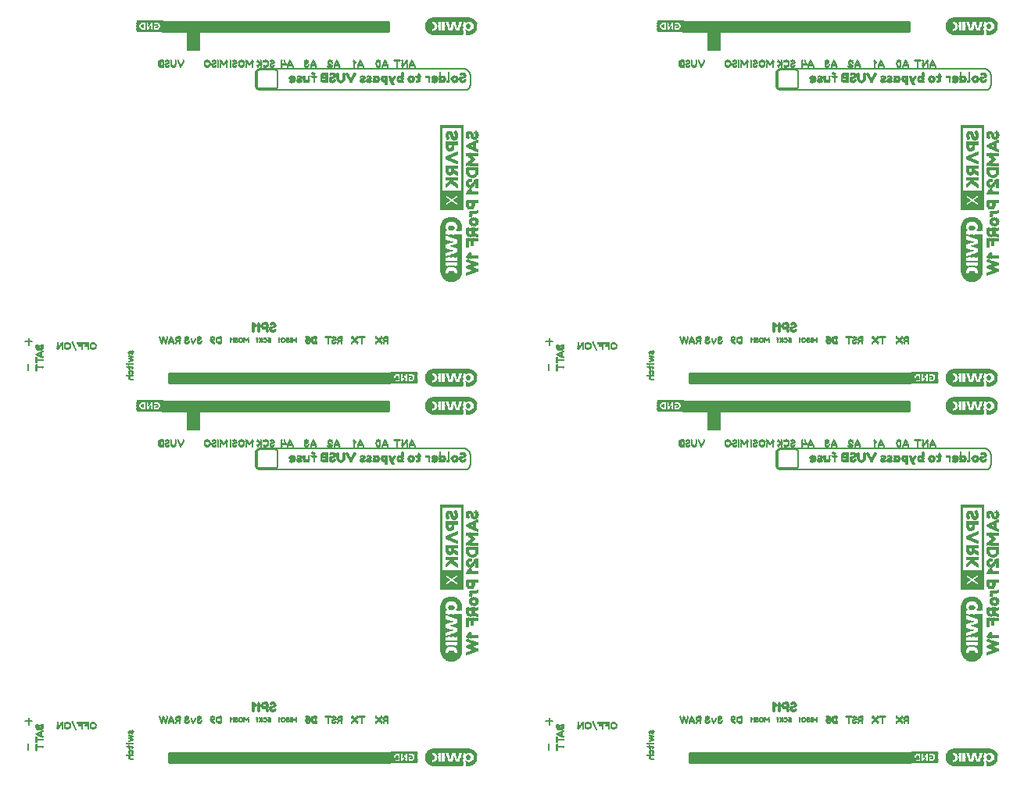
<source format=gbo>
G75*
%MOIN*%
%OFA0B0*%
%FSLAX25Y25*%
%IPPOS*%
%LPD*%
%AMOC8*
5,1,8,0,0,1.08239X$1,22.5*
%
%ADD10C,0.01000*%
%ADD11C,0.00800*%
%ADD12C,0.00600*%
%ADD13R,0.00118X0.01299*%
%ADD14R,0.00118X0.00118*%
%ADD15R,0.00118X0.02480*%
%ADD16R,0.00118X0.02598*%
%ADD17R,0.00157X0.01890*%
%ADD18R,0.00157X0.00591*%
%ADD19R,0.00157X0.02953*%
%ADD20R,0.00118X0.02008*%
%ADD21R,0.00118X0.00709*%
%ADD22R,0.00118X0.02953*%
%ADD23R,0.00118X0.02126*%
%ADD24R,0.00118X0.00827*%
%ADD25R,0.00118X0.03071*%
%ADD26R,0.00118X0.02244*%
%ADD27R,0.00118X0.00945*%
%ADD28R,0.00157X0.02362*%
%ADD29R,0.00157X0.01063*%
%ADD30R,0.00157X0.02717*%
%ADD31R,0.00157X0.02835*%
%ADD32R,0.00118X0.02362*%
%ADD33R,0.00118X0.01181*%
%ADD34R,0.00118X0.01417*%
%ADD35R,0.00157X0.00709*%
%ADD36R,0.00157X0.00827*%
%ADD37R,0.00157X0.01535*%
%ADD38R,0.00118X0.01063*%
%ADD39R,0.00118X0.01654*%
%ADD40R,0.00118X0.01772*%
%ADD41R,0.00157X0.01181*%
%ADD42R,0.00157X0.00945*%
%ADD43R,0.00157X0.02480*%
%ADD44R,0.00118X0.02717*%
%ADD45R,0.00118X0.02835*%
%ADD46R,0.00157X0.02008*%
%ADD47R,0.00118X0.00591*%
%ADD48R,0.00118X0.00472*%
%ADD49R,0.11457X0.00118*%
%ADD50R,0.11457X0.00079*%
%ADD51R,0.11457X0.00157*%
%ADD52R,0.02480X0.00118*%
%ADD53R,0.08268X0.00118*%
%ADD54R,0.02244X0.00157*%
%ADD55R,0.00945X0.00157*%
%ADD56R,0.01417X0.00157*%
%ADD57R,0.00472X0.00157*%
%ADD58R,0.02008X0.00118*%
%ADD59R,0.00591X0.00118*%
%ADD60R,0.01181X0.00118*%
%ADD61R,0.00354X0.00118*%
%ADD62R,0.01890X0.00118*%
%ADD63R,0.00472X0.00118*%
%ADD64R,0.01063X0.00118*%
%ADD65R,0.01654X0.00118*%
%ADD66R,0.01772X0.00118*%
%ADD67R,0.01654X0.00157*%
%ADD68R,0.00354X0.00157*%
%ADD69R,0.01535X0.00118*%
%ADD70R,0.00827X0.00118*%
%ADD71R,0.01417X0.00118*%
%ADD72R,0.00709X0.00118*%
%ADD73R,0.02126X0.00118*%
%ADD74R,0.00591X0.00157*%
%ADD75R,0.01299X0.00157*%
%ADD76R,0.01299X0.00118*%
%ADD77R,0.02244X0.00118*%
%ADD78R,0.00709X0.00157*%
%ADD79R,0.00118X0.00157*%
%ADD80R,0.00236X0.00157*%
%ADD81R,0.01181X0.00157*%
%ADD82R,0.00236X0.00118*%
%ADD83R,0.01063X0.00157*%
%ADD84R,0.00945X0.00118*%
%ADD85R,0.01535X0.00157*%
%ADD86R,0.00827X0.00157*%
%ADD87R,0.02126X0.00157*%
%ADD88R,0.02362X0.00118*%
%ADD89R,0.02598X0.00118*%
%ADD90R,0.01772X0.00157*%
%ADD91R,0.02953X0.00157*%
%ADD92R,0.03071X0.00118*%
%ADD93R,0.02953X0.00118*%
%ADD94R,0.01890X0.00157*%
%ADD95R,0.02835X0.00157*%
%ADD96R,0.02362X0.00157*%
%ADD97R,0.02480X0.00157*%
%ADD98R,0.02717X0.00118*%
%ADD99R,0.02835X0.00118*%
%ADD100R,0.02008X0.00157*%
%ADD101R,0.03425X0.00118*%
%ADD102R,0.02598X0.00157*%
%ADD103R,0.03071X0.00157*%
%ADD104R,0.00079X0.00591*%
%ADD105R,0.00157X0.00236*%
%ADD106R,0.00157X0.00354*%
%ADD107R,0.00157X0.01772*%
%ADD108R,0.00157X0.01417*%
%ADD109R,0.00118X0.01890*%
%ADD110R,0.00157X0.01654*%
%ADD111R,0.00157X0.02244*%
%ADD112R,0.00118X0.00236*%
%ADD113R,0.00118X0.01535*%
%ADD114R,0.00118X0.00354*%
%ADD115R,0.00630X0.00157*%
%ADD116R,0.00787X0.00157*%
%ADD117R,0.01102X0.00157*%
%ADD118R,0.00315X0.00157*%
%ADD119R,0.01732X0.00157*%
%ADD120R,0.01260X0.00157*%
%ADD121R,0.02520X0.00157*%
%ADD122R,0.01575X0.00157*%
%ADD123R,0.02205X0.00157*%
%ADD124R,0.02992X0.00157*%
%ADD125R,0.02677X0.00157*%
%ADD126R,0.03150X0.00157*%
%ADD127R,0.00157X0.00157*%
%ADD128R,0.02047X0.00157*%
%ADD129R,0.03307X0.00157*%
%ADD130R,0.00197X0.01378*%
%ADD131R,0.00197X0.00197*%
%ADD132R,0.00197X0.00394*%
%ADD133R,0.00197X0.01575*%
%ADD134R,0.00197X0.01181*%
%ADD135R,0.00197X0.01772*%
%ADD136R,0.00197X0.01969*%
%ADD137R,0.00197X0.03150*%
%ADD138R,0.00197X0.02362*%
%ADD139R,0.00197X0.00984*%
%ADD140R,0.00197X0.02756*%
%ADD141R,0.00197X0.02165*%
%ADD142R,0.00197X0.02953*%
%ADD143R,0.00197X0.03937*%
%ADD144R,0.00197X0.03346*%
%ADD145R,0.00197X0.02559*%
%ADD146R,0.00197X0.04134*%
%ADD147R,0.00197X0.03740*%
%ADD148R,0.00197X0.03543*%
%ADD149R,0.00197X0.00591*%
%ADD150R,0.00197X0.05512*%
%ADD151R,0.00236X0.02559*%
%ADD152R,0.00236X0.01575*%
%ADD153R,0.00236X0.01378*%
%ADD154R,0.00236X0.01181*%
%ADD155R,0.00236X0.01969*%
%ADD156R,0.00236X0.02165*%
%ADD157R,0.00236X0.03740*%
%ADD158R,0.00236X0.03346*%
%ADD159R,0.00236X0.02362*%
%ADD160R,0.00197X0.04528*%
%ADD161R,0.00197X0.00787*%
%ADD162R,0.00236X0.04528*%
%ADD163R,0.00236X0.04331*%
%ADD164R,0.00236X0.01772*%
%ADD165R,0.00197X0.04921*%
%ADD166R,0.00236X0.03150*%
%ADD167R,0.00236X0.03937*%
%ADD168C,0.00039*%
%ADD169R,0.00472X0.00079*%
%ADD170R,0.00079X0.00079*%
%ADD171R,0.00551X0.00079*%
%ADD172R,0.00394X0.00079*%
%ADD173R,0.00866X0.00079*%
%ADD174R,0.00945X0.00079*%
%ADD175R,0.01102X0.00079*%
%ADD176R,0.00630X0.00079*%
%ADD177R,0.01181X0.00079*%
%ADD178R,0.01417X0.00079*%
%ADD179R,0.00709X0.00079*%
%ADD180R,0.01339X0.00079*%
%ADD181R,0.01575X0.00079*%
%ADD182R,0.00787X0.00079*%
%ADD183R,0.01260X0.00079*%
%ADD184R,0.01732X0.00079*%
%ADD185R,0.00315X0.00079*%
%ADD186R,0.01024X0.00079*%
%ADD187R,0.02283X0.00079*%
%ADD188R,0.00157X0.00079*%
%ADD189R,0.01654X0.00079*%
%ADD190R,0.00236X0.00079*%
%ADD191R,0.01496X0.00079*%
%ADD192R,0.15906X0.00079*%
%ADD193R,0.16772X0.00079*%
%ADD194R,0.17244X0.00079*%
%ADD195R,0.17717X0.00079*%
%ADD196R,0.18031X0.00079*%
%ADD197R,0.18346X0.00079*%
%ADD198R,0.18661X0.00079*%
%ADD199R,0.18898X0.00079*%
%ADD200R,0.19134X0.00079*%
%ADD201R,0.19370X0.00079*%
%ADD202R,0.19528X0.00079*%
%ADD203R,0.19764X0.00079*%
%ADD204R,0.19921X0.00079*%
%ADD205R,0.20079X0.00079*%
%ADD206R,0.20236X0.00079*%
%ADD207R,0.20394X0.00079*%
%ADD208R,0.20551X0.00079*%
%ADD209R,0.20630X0.00079*%
%ADD210R,0.20709X0.00079*%
%ADD211R,0.20866X0.00079*%
%ADD212R,0.02362X0.00079*%
%ADD213R,0.00197X0.00079*%
%ADD214R,0.01890X0.00079*%
%ADD215R,0.02205X0.00079*%
%ADD216R,0.00276X0.00079*%
%ADD217R,0.02047X0.00079*%
%ADD218R,0.01969X0.00079*%
%ADD219R,0.00354X0.00079*%
%ADD220R,0.02441X0.00079*%
%ADD221R,0.01890X0.00039*%
%ADD222R,0.00157X0.00039*%
%ADD223R,0.00354X0.00039*%
%ADD224R,0.01496X0.00039*%
%ADD225R,0.01417X0.00039*%
%ADD226R,0.00315X0.00039*%
%ADD227R,0.01024X0.00039*%
%ADD228R,0.02441X0.00039*%
%ADD229R,0.01811X0.00079*%
%ADD230R,0.00433X0.00079*%
%ADD231R,0.02520X0.00079*%
%ADD232R,0.02598X0.00079*%
%ADD233R,0.00512X0.00079*%
%ADD234R,0.02677X0.00079*%
%ADD235R,0.00591X0.00079*%
%ADD236R,0.02717X0.00079*%
%ADD237R,0.03110X0.00079*%
%ADD238R,0.00669X0.00079*%
%ADD239R,0.03307X0.00079*%
%ADD240R,0.03386X0.00079*%
%ADD241R,0.03543X0.00079*%
%ADD242R,0.01457X0.00079*%
%ADD243R,0.00748X0.00079*%
%ADD244R,0.03622X0.00079*%
%ADD245R,0.01614X0.00079*%
%ADD246R,0.00827X0.00079*%
%ADD247R,0.03701X0.00079*%
%ADD248R,0.01693X0.00079*%
%ADD249R,0.03780X0.00079*%
%ADD250R,0.01772X0.00079*%
%ADD251R,0.00906X0.00079*%
%ADD252R,0.00984X0.00079*%
%ADD253R,0.01063X0.00079*%
%ADD254R,0.01142X0.00079*%
%ADD255R,0.01220X0.00079*%
%ADD256R,0.03465X0.00079*%
%ADD257R,0.01299X0.00079*%
%ADD258R,0.01378X0.00079*%
%ADD259R,0.03189X0.00079*%
%ADD260R,0.01732X0.00039*%
%ADD261R,0.01535X0.00039*%
%ADD262R,0.01220X0.00039*%
%ADD263R,0.01457X0.00039*%
%ADD264R,0.00787X0.00039*%
%ADD265R,0.02520X0.00039*%
%ADD266R,0.01535X0.00079*%
%ADD267R,0.12677X0.00079*%
%ADD268R,0.03976X0.00079*%
%ADD269R,0.15394X0.00079*%
%ADD270R,0.03898X0.00079*%
%ADD271R,0.15315X0.00079*%
%ADD272R,0.15236X0.00079*%
%ADD273R,0.03819X0.00079*%
%ADD274R,0.15157X0.00079*%
%ADD275R,0.03740X0.00079*%
%ADD276R,0.15079X0.00079*%
%ADD277R,0.03661X0.00079*%
%ADD278R,0.15000X0.00079*%
%ADD279R,0.03583X0.00079*%
%ADD280R,0.03504X0.00079*%
%ADD281R,0.14843X0.00079*%
%ADD282R,0.03346X0.00079*%
%ADD283R,0.14764X0.00079*%
%ADD284R,0.03268X0.00079*%
%ADD285R,0.14685X0.00079*%
%ADD286R,0.14528X0.00079*%
%ADD287R,0.03031X0.00079*%
%ADD288R,0.14449X0.00079*%
%ADD289R,0.02953X0.00079*%
%ADD290R,0.14291X0.00079*%
%ADD291R,0.02795X0.00079*%
%ADD292R,0.14213X0.00079*%
%ADD293R,0.02638X0.00079*%
%ADD294R,0.14055X0.00079*%
%ADD295R,0.02402X0.00079*%
%ADD296R,0.13819X0.00079*%
%ADD297R,0.02244X0.00079*%
%ADD298R,0.13583X0.00079*%
%ADD299R,0.01929X0.00079*%
%ADD300R,0.13268X0.00079*%
%ADD301R,0.12874X0.00079*%
%ADD302R,0.00079X0.19961*%
%ADD303R,0.00118X0.20984*%
%ADD304R,0.00079X0.21575*%
%ADD305R,0.00118X0.22165*%
%ADD306R,0.00079X0.22559*%
%ADD307R,0.00079X0.22953*%
%ADD308R,0.00118X0.23346*%
%ADD309R,0.00079X0.23622*%
%ADD310R,0.00118X0.23898*%
%ADD311R,0.00079X0.24213*%
%ADD312R,0.00118X0.24370*%
%ADD313R,0.00079X0.24685*%
%ADD314R,0.00118X0.24882*%
%ADD315R,0.00079X0.25079*%
%ADD316R,0.00118X0.25276*%
%ADD317R,0.00079X0.25472*%
%ADD318R,0.00118X0.25669*%
%ADD319R,0.00079X0.25787*%
%ADD320R,0.00118X0.25866*%
%ADD321R,0.00079X0.26063*%
%ADD322R,0.00118X0.02913*%
%ADD323R,0.00118X0.00315*%
%ADD324R,0.00118X0.02047*%
%ADD325R,0.00118X0.00197*%
%ADD326R,0.00118X0.00394*%
%ADD327R,0.00118X0.02756*%
%ADD328R,0.00079X0.02717*%
%ADD329R,0.00079X0.00787*%
%ADD330R,0.00079X0.00394*%
%ADD331R,0.00079X0.02047*%
%ADD332R,0.00079X0.00315*%
%ADD333R,0.00079X0.01969*%
%ADD334R,0.00079X0.02835*%
%ADD335R,0.00079X0.02520*%
%ADD336R,0.00079X0.01811*%
%ADD337R,0.00079X0.01929*%
%ADD338R,0.00079X0.01772*%
%ADD339R,0.00079X0.02953*%
%ADD340R,0.00118X0.02441*%
%ADD341R,0.00118X0.01811*%
%ADD342R,0.00118X0.01929*%
%ADD343R,0.00118X0.01575*%
%ADD344R,0.00079X0.02362*%
%ADD345R,0.00079X0.00276*%
%ADD346R,0.00079X0.00512*%
%ADD347R,0.00079X0.01850*%
%ADD348R,0.00079X0.01378*%
%ADD349R,0.00079X0.03031*%
%ADD350R,0.00118X0.02323*%
%ADD351R,0.00118X0.00512*%
%ADD352R,0.00118X0.03031*%
%ADD353R,0.00079X0.02244*%
%ADD354R,0.00079X0.01654*%
%ADD355R,0.00079X0.01181*%
%ADD356R,0.00079X0.03110*%
%ADD357R,0.00118X0.01102*%
%ADD358R,0.00118X0.03110*%
%ADD359R,0.00079X0.02165*%
%ADD360R,0.00079X0.01535*%
%ADD361R,0.00079X0.00984*%
%ADD362R,0.00079X0.03228*%
%ADD363R,0.00118X0.00669*%
%ADD364R,0.00118X0.01496*%
%ADD365R,0.00118X0.00906*%
%ADD366R,0.00118X0.03228*%
%ADD367R,0.00079X0.02126*%
%ADD368R,0.00079X0.00669*%
%ADD369R,0.00079X0.01496*%
%ADD370R,0.00079X0.01457*%
%ADD371R,0.00079X0.03307*%
%ADD372R,0.00118X0.01457*%
%ADD373R,0.00118X0.00787*%
%ADD374R,0.00118X0.03307*%
%ADD375R,0.00079X0.00709*%
%ADD376R,0.00118X0.01260*%
%ADD377R,0.00118X0.01378*%
%ADD378R,0.00118X0.03425*%
%ADD379R,0.00079X0.02008*%
%ADD380R,0.00079X0.00748*%
%ADD381R,0.00079X0.01260*%
%ADD382R,0.00079X0.03898*%
%ADD383R,0.00118X0.00866*%
%ADD384R,0.00118X0.01142*%
%ADD385R,0.00118X0.04173*%
%ADD386R,0.00079X0.00866*%
%ADD387R,0.00079X0.01102*%
%ADD388R,0.00079X0.01142*%
%ADD389R,0.00079X0.04291*%
%ADD390R,0.00079X0.01063*%
%ADD391R,0.00079X0.04449*%
%ADD392R,0.00118X0.01850*%
%ADD393R,0.00118X0.00984*%
%ADD394R,0.00118X0.04567*%
%ADD395R,0.00079X0.00906*%
%ADD396R,0.00079X0.04567*%
%ADD397R,0.00118X0.04646*%
%ADD398R,0.00079X0.04646*%
%ADD399R,0.00118X0.02165*%
%ADD400R,0.00118X0.00748*%
%ADD401R,0.00118X0.04764*%
%ADD402R,0.00079X0.00197*%
%ADD403R,0.00079X0.04764*%
%ADD404R,0.00079X0.00472*%
%ADD405R,0.00079X0.01575*%
%ADD406R,0.00118X0.00079*%
%ADD407R,0.00118X0.04488*%
%ADD408R,0.00079X0.04370*%
%ADD409R,0.00118X0.04291*%
%ADD410R,0.00079X0.04173*%
%ADD411R,0.00118X0.03976*%
%ADD412R,0.00118X0.01969*%
%ADD413R,0.00079X0.01299*%
%ADD414R,0.00079X0.02559*%
%ADD415R,0.00079X0.02992*%
%ADD416R,0.00079X0.15866*%
%ADD417R,0.00079X0.02756*%
%ADD418R,0.00118X0.04961*%
%ADD419R,0.00118X0.19252*%
%ADD420R,0.00079X0.04843*%
%ADD421R,0.00079X0.19173*%
%ADD422R,0.00118X0.04843*%
%ADD423R,0.00118X0.19055*%
%ADD424R,0.00079X0.18976*%
%ADD425R,0.00118X0.18858*%
%ADD426R,0.00079X0.18780*%
%ADD427R,0.00118X0.04449*%
%ADD428R,0.00118X0.18780*%
%ADD429R,0.00079X0.18583*%
%ADD430R,0.00118X0.18465*%
%ADD431R,0.00079X0.04055*%
%ADD432R,0.00079X0.18386*%
%ADD433R,0.00118X0.18189*%
%ADD434R,0.00079X0.03780*%
%ADD435R,0.00079X0.18071*%
%ADD436R,0.00079X0.03701*%
%ADD437R,0.00079X0.17913*%
%ADD438R,0.00118X0.03504*%
%ADD439R,0.00118X0.17795*%
%ADD440R,0.00079X0.17598*%
%ADD441R,0.00118X0.02992*%
%ADD442R,0.00118X0.17323*%
%ADD443R,0.00079X0.02795*%
%ADD444R,0.00079X0.17008*%
%ADD445R,0.00118X0.02402*%
%ADD446R,0.00118X0.16614*%
%ADD447R,0.00079X0.16142*%
D10*
X0108150Y0057580D02*
X0202650Y0057580D01*
X0202650Y0061580D01*
X0108150Y0061580D01*
X0108150Y0057580D01*
X0108750Y0057580D02*
X0205750Y0059080D01*
X0201750Y0059080D01*
X0108750Y0061580D01*
X0108750Y0057580D01*
X0108750Y0058574D02*
X0173032Y0058574D01*
X0183427Y0059573D02*
X0108750Y0059573D01*
X0108150Y0059573D02*
X0202650Y0059573D01*
X0202650Y0060571D02*
X0108150Y0060571D01*
X0108750Y0060571D02*
X0146282Y0060571D01*
X0109138Y0061570D02*
X0108750Y0061570D01*
X0108150Y0061570D02*
X0202650Y0061570D01*
X0202650Y0058574D02*
X0108150Y0058574D01*
X0105250Y0207580D02*
X0201750Y0207580D01*
X0201750Y0211580D01*
X0105250Y0211580D01*
X0105250Y0207580D01*
X0105250Y0208351D02*
X0201750Y0208351D01*
X0201750Y0209349D02*
X0105250Y0209349D01*
X0105250Y0210348D02*
X0201750Y0210348D01*
X0201750Y0211346D02*
X0105250Y0211346D01*
X0108150Y0219580D02*
X0202650Y0219580D01*
X0202650Y0223580D01*
X0108150Y0223580D01*
X0108150Y0219580D01*
X0108750Y0219580D02*
X0205750Y0221080D01*
X0201750Y0221080D01*
X0108750Y0223580D01*
X0108750Y0219580D01*
X0108750Y0220333D02*
X0157436Y0220333D01*
X0155254Y0222330D02*
X0108750Y0222330D01*
X0108150Y0222330D02*
X0202650Y0222330D01*
X0202650Y0223328D02*
X0108150Y0223328D01*
X0108750Y0223328D02*
X0118109Y0223328D01*
X0108750Y0221331D02*
X0192398Y0221331D01*
X0202650Y0221331D02*
X0108150Y0221331D01*
X0108150Y0220333D02*
X0202650Y0220333D01*
X0327250Y0211580D02*
X0327250Y0207580D01*
X0423750Y0207580D01*
X0423750Y0211580D01*
X0327250Y0211580D01*
X0327250Y0211346D02*
X0423750Y0211346D01*
X0423750Y0210348D02*
X0327250Y0210348D01*
X0327250Y0209349D02*
X0423750Y0209349D01*
X0423750Y0208351D02*
X0327250Y0208351D01*
X0330150Y0219580D02*
X0424650Y0219580D01*
X0424650Y0223580D01*
X0330150Y0223580D01*
X0330150Y0219580D01*
X0330750Y0219580D02*
X0427750Y0221080D01*
X0423750Y0221080D01*
X0330750Y0223580D01*
X0330750Y0219580D01*
X0330750Y0220333D02*
X0379436Y0220333D01*
X0377254Y0222330D02*
X0330750Y0222330D01*
X0330150Y0222330D02*
X0424650Y0222330D01*
X0424650Y0223328D02*
X0330150Y0223328D01*
X0330750Y0223328D02*
X0340109Y0223328D01*
X0330750Y0221331D02*
X0414398Y0221331D01*
X0424650Y0221331D02*
X0330150Y0221331D01*
X0330150Y0220333D02*
X0424650Y0220333D01*
X0423750Y0369580D02*
X0327250Y0369580D01*
X0327250Y0373580D01*
X0423750Y0373580D01*
X0423750Y0369580D01*
X0423750Y0370110D02*
X0327250Y0370110D01*
X0327250Y0371108D02*
X0423750Y0371108D01*
X0423750Y0372107D02*
X0327250Y0372107D01*
X0327250Y0373105D02*
X0423750Y0373105D01*
X0201750Y0373105D02*
X0105250Y0373105D01*
X0105250Y0373580D02*
X0105250Y0369580D01*
X0201750Y0369580D01*
X0201750Y0373580D01*
X0105250Y0373580D01*
X0105250Y0372107D02*
X0201750Y0372107D01*
X0201750Y0371108D02*
X0105250Y0371108D01*
X0105250Y0370110D02*
X0201750Y0370110D01*
X0330150Y0061580D02*
X0330150Y0057580D01*
X0424650Y0057580D01*
X0424650Y0061580D01*
X0330150Y0061580D01*
X0330150Y0061570D02*
X0424650Y0061570D01*
X0424650Y0060571D02*
X0330150Y0060571D01*
X0330750Y0060571D02*
X0368282Y0060571D01*
X0395032Y0058574D02*
X0330750Y0058574D01*
X0330150Y0058574D02*
X0424650Y0058574D01*
X0424650Y0059573D02*
X0330150Y0059573D01*
X0330750Y0059573D02*
X0405427Y0059573D01*
X0423750Y0059080D02*
X0427750Y0059080D01*
X0330750Y0057580D01*
X0330750Y0061580D01*
X0423750Y0059080D01*
X0331138Y0061570D02*
X0330750Y0061570D01*
D11*
X0048283Y0062880D02*
X0048283Y0065680D01*
X0048450Y0073713D02*
X0048450Y0076513D01*
X0049850Y0075113D02*
X0047050Y0075113D01*
X0048283Y0224880D02*
X0048283Y0227680D01*
X0048450Y0235713D02*
X0048450Y0238513D01*
X0049850Y0237113D02*
X0047050Y0237113D01*
X0269050Y0237113D02*
X0271850Y0237113D01*
X0270450Y0235713D02*
X0270450Y0238513D01*
X0270283Y0227680D02*
X0270283Y0224880D01*
X0270450Y0076513D02*
X0270450Y0073713D01*
X0271850Y0075113D02*
X0269050Y0075113D01*
X0270283Y0065680D02*
X0270283Y0062880D01*
D12*
X0234750Y0182580D02*
X0147250Y0182580D01*
X0146850Y0183080D02*
X0153650Y0183080D01*
X0153710Y0183082D01*
X0153771Y0183087D01*
X0153830Y0183096D01*
X0153889Y0183109D01*
X0153948Y0183125D01*
X0154005Y0183145D01*
X0154060Y0183168D01*
X0154115Y0183195D01*
X0154167Y0183224D01*
X0154218Y0183257D01*
X0154267Y0183293D01*
X0154313Y0183331D01*
X0154357Y0183373D01*
X0154399Y0183417D01*
X0154437Y0183463D01*
X0154473Y0183512D01*
X0154506Y0183563D01*
X0154535Y0183615D01*
X0154562Y0183670D01*
X0154585Y0183725D01*
X0154605Y0183782D01*
X0154621Y0183841D01*
X0154634Y0183900D01*
X0154643Y0183959D01*
X0154648Y0184020D01*
X0154650Y0184080D01*
X0154650Y0190080D01*
X0154648Y0190140D01*
X0154643Y0190201D01*
X0154634Y0190260D01*
X0154621Y0190319D01*
X0154605Y0190378D01*
X0154585Y0190435D01*
X0154562Y0190490D01*
X0154535Y0190545D01*
X0154506Y0190597D01*
X0154473Y0190648D01*
X0154437Y0190697D01*
X0154399Y0190743D01*
X0154357Y0190787D01*
X0154313Y0190829D01*
X0154267Y0190867D01*
X0154218Y0190903D01*
X0154167Y0190936D01*
X0154115Y0190965D01*
X0154060Y0190992D01*
X0154005Y0191015D01*
X0153948Y0191035D01*
X0153889Y0191051D01*
X0153830Y0191064D01*
X0153771Y0191073D01*
X0153710Y0191078D01*
X0153650Y0191080D01*
X0146850Y0191080D01*
X0147250Y0191580D02*
X0233750Y0191580D01*
X0233853Y0191587D01*
X0233956Y0191591D01*
X0234059Y0191590D01*
X0234163Y0191586D01*
X0234266Y0191578D01*
X0234368Y0191566D01*
X0234470Y0191551D01*
X0234572Y0191531D01*
X0234672Y0191508D01*
X0234772Y0191481D01*
X0234870Y0191450D01*
X0234968Y0191416D01*
X0235064Y0191378D01*
X0235158Y0191336D01*
X0235251Y0191291D01*
X0235342Y0191243D01*
X0235432Y0191191D01*
X0235519Y0191136D01*
X0235604Y0191077D01*
X0235687Y0191016D01*
X0235768Y0190951D01*
X0235846Y0190883D01*
X0235921Y0190813D01*
X0235994Y0190740D01*
X0236064Y0190664D01*
X0236131Y0190585D01*
X0236195Y0190505D01*
X0236256Y0190421D01*
X0236314Y0190336D01*
X0236369Y0190248D01*
X0236420Y0190159D01*
X0236468Y0190067D01*
X0236513Y0189974D01*
X0236554Y0189879D01*
X0236591Y0189783D01*
X0236625Y0189686D01*
X0236655Y0189587D01*
X0236682Y0189487D01*
X0236704Y0189386D01*
X0236723Y0189285D01*
X0236738Y0189183D01*
X0236750Y0189080D01*
X0236750Y0184580D01*
X0236748Y0184493D01*
X0236742Y0184406D01*
X0236733Y0184319D01*
X0236720Y0184233D01*
X0236703Y0184147D01*
X0236682Y0184062D01*
X0236657Y0183979D01*
X0236629Y0183896D01*
X0236598Y0183815D01*
X0236563Y0183735D01*
X0236524Y0183657D01*
X0236482Y0183580D01*
X0236437Y0183505D01*
X0236388Y0183433D01*
X0236337Y0183362D01*
X0236282Y0183294D01*
X0236225Y0183229D01*
X0236164Y0183166D01*
X0236101Y0183105D01*
X0236036Y0183048D01*
X0235968Y0182993D01*
X0235897Y0182942D01*
X0235825Y0182893D01*
X0235750Y0182848D01*
X0235673Y0182806D01*
X0235595Y0182767D01*
X0235515Y0182732D01*
X0235434Y0182701D01*
X0235351Y0182673D01*
X0235268Y0182648D01*
X0235183Y0182627D01*
X0235097Y0182610D01*
X0235011Y0182597D01*
X0234924Y0182588D01*
X0234837Y0182582D01*
X0234750Y0182580D01*
X0147250Y0182580D02*
X0147163Y0182582D01*
X0147076Y0182588D01*
X0146989Y0182597D01*
X0146903Y0182610D01*
X0146817Y0182627D01*
X0146732Y0182648D01*
X0146649Y0182673D01*
X0146566Y0182701D01*
X0146485Y0182732D01*
X0146405Y0182767D01*
X0146327Y0182806D01*
X0146250Y0182848D01*
X0146175Y0182893D01*
X0146103Y0182942D01*
X0146032Y0182993D01*
X0145964Y0183048D01*
X0145899Y0183105D01*
X0145836Y0183166D01*
X0145775Y0183229D01*
X0145718Y0183294D01*
X0145663Y0183362D01*
X0145612Y0183433D01*
X0145563Y0183505D01*
X0145518Y0183580D01*
X0145476Y0183657D01*
X0145437Y0183735D01*
X0145402Y0183815D01*
X0145371Y0183896D01*
X0145343Y0183979D01*
X0145318Y0184062D01*
X0145297Y0184147D01*
X0145280Y0184233D01*
X0145267Y0184319D01*
X0145258Y0184406D01*
X0145252Y0184493D01*
X0145250Y0184580D01*
X0145250Y0189580D01*
X0145850Y0190080D02*
X0145850Y0184080D01*
X0145852Y0184020D01*
X0145857Y0183959D01*
X0145866Y0183900D01*
X0145879Y0183841D01*
X0145895Y0183782D01*
X0145915Y0183725D01*
X0145938Y0183670D01*
X0145965Y0183615D01*
X0145994Y0183563D01*
X0146027Y0183512D01*
X0146063Y0183463D01*
X0146101Y0183417D01*
X0146143Y0183373D01*
X0146187Y0183331D01*
X0146233Y0183293D01*
X0146282Y0183257D01*
X0146333Y0183224D01*
X0146385Y0183195D01*
X0146440Y0183168D01*
X0146495Y0183145D01*
X0146552Y0183125D01*
X0146611Y0183109D01*
X0146670Y0183096D01*
X0146729Y0183087D01*
X0146790Y0183082D01*
X0146850Y0183080D01*
X0145250Y0189580D02*
X0145252Y0189667D01*
X0145258Y0189754D01*
X0145267Y0189841D01*
X0145280Y0189927D01*
X0145297Y0190013D01*
X0145318Y0190098D01*
X0145343Y0190181D01*
X0145371Y0190264D01*
X0145402Y0190345D01*
X0145437Y0190425D01*
X0145476Y0190503D01*
X0145518Y0190580D01*
X0145563Y0190655D01*
X0145612Y0190727D01*
X0145663Y0190798D01*
X0145718Y0190866D01*
X0145775Y0190931D01*
X0145836Y0190994D01*
X0145899Y0191055D01*
X0145964Y0191112D01*
X0146032Y0191167D01*
X0146103Y0191218D01*
X0146175Y0191267D01*
X0146250Y0191312D01*
X0146327Y0191354D01*
X0146405Y0191393D01*
X0146485Y0191428D01*
X0146566Y0191459D01*
X0146649Y0191487D01*
X0146732Y0191512D01*
X0146817Y0191533D01*
X0146903Y0191550D01*
X0146989Y0191563D01*
X0147076Y0191572D01*
X0147163Y0191578D01*
X0147250Y0191580D01*
X0146850Y0191080D02*
X0146790Y0191078D01*
X0146729Y0191073D01*
X0146670Y0191064D01*
X0146611Y0191051D01*
X0146552Y0191035D01*
X0146495Y0191015D01*
X0146440Y0190992D01*
X0146385Y0190965D01*
X0146333Y0190936D01*
X0146282Y0190903D01*
X0146233Y0190867D01*
X0146187Y0190829D01*
X0146143Y0190787D01*
X0146101Y0190743D01*
X0146063Y0190697D01*
X0146027Y0190648D01*
X0145994Y0190597D01*
X0145965Y0190545D01*
X0145938Y0190490D01*
X0145915Y0190435D01*
X0145895Y0190378D01*
X0145879Y0190319D01*
X0145866Y0190260D01*
X0145857Y0190201D01*
X0145852Y0190140D01*
X0145850Y0190080D01*
X0121250Y0199580D02*
X0121250Y0207080D01*
X0116250Y0207080D01*
X0116250Y0199580D01*
X0121250Y0199580D01*
X0121250Y0200018D02*
X0116250Y0200018D01*
X0116250Y0200617D02*
X0121250Y0200617D01*
X0121250Y0201215D02*
X0116250Y0201215D01*
X0116250Y0201814D02*
X0121250Y0201814D01*
X0121250Y0202412D02*
X0116250Y0202412D01*
X0116250Y0203011D02*
X0121250Y0203011D01*
X0121250Y0203609D02*
X0116250Y0203609D01*
X0116250Y0204208D02*
X0121250Y0204208D01*
X0121250Y0204806D02*
X0116250Y0204806D01*
X0116250Y0205405D02*
X0121250Y0205405D01*
X0121250Y0206003D02*
X0116250Y0206003D01*
X0116250Y0206602D02*
X0121250Y0206602D01*
X0147250Y0344580D02*
X0234750Y0344580D01*
X0234837Y0344582D01*
X0234924Y0344588D01*
X0235011Y0344597D01*
X0235097Y0344610D01*
X0235183Y0344627D01*
X0235268Y0344648D01*
X0235351Y0344673D01*
X0235434Y0344701D01*
X0235515Y0344732D01*
X0235595Y0344767D01*
X0235673Y0344806D01*
X0235750Y0344848D01*
X0235825Y0344893D01*
X0235897Y0344942D01*
X0235968Y0344993D01*
X0236036Y0345048D01*
X0236101Y0345105D01*
X0236164Y0345166D01*
X0236225Y0345229D01*
X0236282Y0345294D01*
X0236337Y0345362D01*
X0236388Y0345433D01*
X0236437Y0345505D01*
X0236482Y0345580D01*
X0236524Y0345657D01*
X0236563Y0345735D01*
X0236598Y0345815D01*
X0236629Y0345896D01*
X0236657Y0345979D01*
X0236682Y0346062D01*
X0236703Y0346147D01*
X0236720Y0346233D01*
X0236733Y0346319D01*
X0236742Y0346406D01*
X0236748Y0346493D01*
X0236750Y0346580D01*
X0236750Y0351080D01*
X0236738Y0351183D01*
X0236723Y0351285D01*
X0236704Y0351386D01*
X0236682Y0351487D01*
X0236655Y0351587D01*
X0236625Y0351686D01*
X0236591Y0351783D01*
X0236554Y0351879D01*
X0236513Y0351974D01*
X0236468Y0352067D01*
X0236420Y0352159D01*
X0236369Y0352248D01*
X0236314Y0352336D01*
X0236256Y0352421D01*
X0236195Y0352505D01*
X0236131Y0352585D01*
X0236064Y0352664D01*
X0235994Y0352740D01*
X0235921Y0352813D01*
X0235846Y0352883D01*
X0235768Y0352951D01*
X0235687Y0353016D01*
X0235604Y0353077D01*
X0235519Y0353136D01*
X0235432Y0353191D01*
X0235342Y0353243D01*
X0235251Y0353291D01*
X0235158Y0353336D01*
X0235064Y0353378D01*
X0234968Y0353416D01*
X0234870Y0353450D01*
X0234772Y0353481D01*
X0234672Y0353508D01*
X0234572Y0353531D01*
X0234470Y0353551D01*
X0234368Y0353566D01*
X0234266Y0353578D01*
X0234163Y0353586D01*
X0234059Y0353590D01*
X0233956Y0353591D01*
X0233853Y0353587D01*
X0233750Y0353580D01*
X0147250Y0353580D01*
X0146850Y0353080D02*
X0153650Y0353080D01*
X0153710Y0353078D01*
X0153771Y0353073D01*
X0153830Y0353064D01*
X0153889Y0353051D01*
X0153948Y0353035D01*
X0154005Y0353015D01*
X0154060Y0352992D01*
X0154115Y0352965D01*
X0154167Y0352936D01*
X0154218Y0352903D01*
X0154267Y0352867D01*
X0154313Y0352829D01*
X0154357Y0352787D01*
X0154399Y0352743D01*
X0154437Y0352697D01*
X0154473Y0352648D01*
X0154506Y0352597D01*
X0154535Y0352545D01*
X0154562Y0352490D01*
X0154585Y0352435D01*
X0154605Y0352378D01*
X0154621Y0352319D01*
X0154634Y0352260D01*
X0154643Y0352201D01*
X0154648Y0352140D01*
X0154650Y0352080D01*
X0154650Y0346080D01*
X0154648Y0346020D01*
X0154643Y0345959D01*
X0154634Y0345900D01*
X0154621Y0345841D01*
X0154605Y0345782D01*
X0154585Y0345725D01*
X0154562Y0345670D01*
X0154535Y0345615D01*
X0154506Y0345563D01*
X0154473Y0345512D01*
X0154437Y0345463D01*
X0154399Y0345417D01*
X0154357Y0345373D01*
X0154313Y0345331D01*
X0154267Y0345293D01*
X0154218Y0345257D01*
X0154167Y0345224D01*
X0154115Y0345195D01*
X0154060Y0345168D01*
X0154005Y0345145D01*
X0153948Y0345125D01*
X0153889Y0345109D01*
X0153830Y0345096D01*
X0153771Y0345087D01*
X0153710Y0345082D01*
X0153650Y0345080D01*
X0146850Y0345080D01*
X0146790Y0345082D01*
X0146729Y0345087D01*
X0146670Y0345096D01*
X0146611Y0345109D01*
X0146552Y0345125D01*
X0146495Y0345145D01*
X0146440Y0345168D01*
X0146385Y0345195D01*
X0146333Y0345224D01*
X0146282Y0345257D01*
X0146233Y0345293D01*
X0146187Y0345331D01*
X0146143Y0345373D01*
X0146101Y0345417D01*
X0146063Y0345463D01*
X0146027Y0345512D01*
X0145994Y0345563D01*
X0145965Y0345615D01*
X0145938Y0345670D01*
X0145915Y0345725D01*
X0145895Y0345782D01*
X0145879Y0345841D01*
X0145866Y0345900D01*
X0145857Y0345959D01*
X0145852Y0346020D01*
X0145850Y0346080D01*
X0145850Y0352080D01*
X0145250Y0351580D02*
X0145250Y0346580D01*
X0145252Y0346493D01*
X0145258Y0346406D01*
X0145267Y0346319D01*
X0145280Y0346233D01*
X0145297Y0346147D01*
X0145318Y0346062D01*
X0145343Y0345979D01*
X0145371Y0345896D01*
X0145402Y0345815D01*
X0145437Y0345735D01*
X0145476Y0345657D01*
X0145518Y0345580D01*
X0145563Y0345505D01*
X0145612Y0345433D01*
X0145663Y0345362D01*
X0145718Y0345294D01*
X0145775Y0345229D01*
X0145836Y0345166D01*
X0145899Y0345105D01*
X0145964Y0345048D01*
X0146032Y0344993D01*
X0146103Y0344942D01*
X0146175Y0344893D01*
X0146250Y0344848D01*
X0146327Y0344806D01*
X0146405Y0344767D01*
X0146485Y0344732D01*
X0146566Y0344701D01*
X0146649Y0344673D01*
X0146732Y0344648D01*
X0146817Y0344627D01*
X0146903Y0344610D01*
X0146989Y0344597D01*
X0147076Y0344588D01*
X0147163Y0344582D01*
X0147250Y0344580D01*
X0145250Y0351580D02*
X0145252Y0351667D01*
X0145258Y0351754D01*
X0145267Y0351841D01*
X0145280Y0351927D01*
X0145297Y0352013D01*
X0145318Y0352098D01*
X0145343Y0352181D01*
X0145371Y0352264D01*
X0145402Y0352345D01*
X0145437Y0352425D01*
X0145476Y0352503D01*
X0145518Y0352580D01*
X0145563Y0352655D01*
X0145612Y0352727D01*
X0145663Y0352798D01*
X0145718Y0352866D01*
X0145775Y0352931D01*
X0145836Y0352994D01*
X0145899Y0353055D01*
X0145964Y0353112D01*
X0146032Y0353167D01*
X0146103Y0353218D01*
X0146175Y0353267D01*
X0146250Y0353312D01*
X0146327Y0353354D01*
X0146405Y0353393D01*
X0146485Y0353428D01*
X0146566Y0353459D01*
X0146649Y0353487D01*
X0146732Y0353512D01*
X0146817Y0353533D01*
X0146903Y0353550D01*
X0146989Y0353563D01*
X0147076Y0353572D01*
X0147163Y0353578D01*
X0147250Y0353580D01*
X0146850Y0353080D02*
X0146790Y0353078D01*
X0146729Y0353073D01*
X0146670Y0353064D01*
X0146611Y0353051D01*
X0146552Y0353035D01*
X0146495Y0353015D01*
X0146440Y0352992D01*
X0146385Y0352965D01*
X0146333Y0352936D01*
X0146282Y0352903D01*
X0146233Y0352867D01*
X0146187Y0352829D01*
X0146143Y0352787D01*
X0146101Y0352743D01*
X0146063Y0352697D01*
X0146027Y0352648D01*
X0145994Y0352597D01*
X0145965Y0352545D01*
X0145938Y0352490D01*
X0145915Y0352435D01*
X0145895Y0352378D01*
X0145879Y0352319D01*
X0145866Y0352260D01*
X0145857Y0352201D01*
X0145852Y0352140D01*
X0145850Y0352080D01*
X0121250Y0361580D02*
X0121250Y0369080D01*
X0116250Y0369080D01*
X0116250Y0361580D01*
X0121250Y0361580D01*
X0121250Y0361616D02*
X0116250Y0361616D01*
X0116250Y0362215D02*
X0121250Y0362215D01*
X0121250Y0362813D02*
X0116250Y0362813D01*
X0116250Y0363412D02*
X0121250Y0363412D01*
X0121250Y0364010D02*
X0116250Y0364010D01*
X0116250Y0364609D02*
X0121250Y0364609D01*
X0121250Y0365207D02*
X0116250Y0365207D01*
X0116250Y0365806D02*
X0121250Y0365806D01*
X0121250Y0366404D02*
X0116250Y0366404D01*
X0116250Y0367003D02*
X0121250Y0367003D01*
X0121250Y0367601D02*
X0116250Y0367601D01*
X0116250Y0368200D02*
X0121250Y0368200D01*
X0121250Y0368798D02*
X0116250Y0368798D01*
X0338250Y0368798D02*
X0343250Y0368798D01*
X0343250Y0369080D02*
X0343250Y0361580D01*
X0338250Y0361580D01*
X0338250Y0369080D01*
X0343250Y0369080D01*
X0343250Y0368200D02*
X0338250Y0368200D01*
X0338250Y0367601D02*
X0343250Y0367601D01*
X0343250Y0367003D02*
X0338250Y0367003D01*
X0338250Y0366404D02*
X0343250Y0366404D01*
X0343250Y0365806D02*
X0338250Y0365806D01*
X0338250Y0365207D02*
X0343250Y0365207D01*
X0343250Y0364609D02*
X0338250Y0364609D01*
X0338250Y0364010D02*
X0343250Y0364010D01*
X0343250Y0363412D02*
X0338250Y0363412D01*
X0338250Y0362813D02*
X0343250Y0362813D01*
X0343250Y0362215D02*
X0338250Y0362215D01*
X0338250Y0361616D02*
X0343250Y0361616D01*
X0367250Y0351580D02*
X0367250Y0346580D01*
X0367850Y0346080D02*
X0367850Y0352080D01*
X0367852Y0352140D01*
X0367857Y0352201D01*
X0367866Y0352260D01*
X0367879Y0352319D01*
X0367895Y0352378D01*
X0367915Y0352435D01*
X0367938Y0352490D01*
X0367965Y0352545D01*
X0367994Y0352597D01*
X0368027Y0352648D01*
X0368063Y0352697D01*
X0368101Y0352743D01*
X0368143Y0352787D01*
X0368187Y0352829D01*
X0368233Y0352867D01*
X0368282Y0352903D01*
X0368333Y0352936D01*
X0368385Y0352965D01*
X0368440Y0352992D01*
X0368495Y0353015D01*
X0368552Y0353035D01*
X0368611Y0353051D01*
X0368670Y0353064D01*
X0368729Y0353073D01*
X0368790Y0353078D01*
X0368850Y0353080D01*
X0375650Y0353080D01*
X0375710Y0353078D01*
X0375771Y0353073D01*
X0375830Y0353064D01*
X0375889Y0353051D01*
X0375948Y0353035D01*
X0376005Y0353015D01*
X0376060Y0352992D01*
X0376115Y0352965D01*
X0376167Y0352936D01*
X0376218Y0352903D01*
X0376267Y0352867D01*
X0376313Y0352829D01*
X0376357Y0352787D01*
X0376399Y0352743D01*
X0376437Y0352697D01*
X0376473Y0352648D01*
X0376506Y0352597D01*
X0376535Y0352545D01*
X0376562Y0352490D01*
X0376585Y0352435D01*
X0376605Y0352378D01*
X0376621Y0352319D01*
X0376634Y0352260D01*
X0376643Y0352201D01*
X0376648Y0352140D01*
X0376650Y0352080D01*
X0376650Y0346080D01*
X0376648Y0346020D01*
X0376643Y0345959D01*
X0376634Y0345900D01*
X0376621Y0345841D01*
X0376605Y0345782D01*
X0376585Y0345725D01*
X0376562Y0345670D01*
X0376535Y0345615D01*
X0376506Y0345563D01*
X0376473Y0345512D01*
X0376437Y0345463D01*
X0376399Y0345417D01*
X0376357Y0345373D01*
X0376313Y0345331D01*
X0376267Y0345293D01*
X0376218Y0345257D01*
X0376167Y0345224D01*
X0376115Y0345195D01*
X0376060Y0345168D01*
X0376005Y0345145D01*
X0375948Y0345125D01*
X0375889Y0345109D01*
X0375830Y0345096D01*
X0375771Y0345087D01*
X0375710Y0345082D01*
X0375650Y0345080D01*
X0368850Y0345080D01*
X0369250Y0344580D02*
X0456750Y0344580D01*
X0456837Y0344582D01*
X0456924Y0344588D01*
X0457011Y0344597D01*
X0457097Y0344610D01*
X0457183Y0344627D01*
X0457268Y0344648D01*
X0457351Y0344673D01*
X0457434Y0344701D01*
X0457515Y0344732D01*
X0457595Y0344767D01*
X0457673Y0344806D01*
X0457750Y0344848D01*
X0457825Y0344893D01*
X0457897Y0344942D01*
X0457968Y0344993D01*
X0458036Y0345048D01*
X0458101Y0345105D01*
X0458164Y0345166D01*
X0458225Y0345229D01*
X0458282Y0345294D01*
X0458337Y0345362D01*
X0458388Y0345433D01*
X0458437Y0345505D01*
X0458482Y0345580D01*
X0458524Y0345657D01*
X0458563Y0345735D01*
X0458598Y0345815D01*
X0458629Y0345896D01*
X0458657Y0345979D01*
X0458682Y0346062D01*
X0458703Y0346147D01*
X0458720Y0346233D01*
X0458733Y0346319D01*
X0458742Y0346406D01*
X0458748Y0346493D01*
X0458750Y0346580D01*
X0458750Y0351080D01*
X0458738Y0351183D01*
X0458723Y0351285D01*
X0458704Y0351386D01*
X0458682Y0351487D01*
X0458655Y0351587D01*
X0458625Y0351686D01*
X0458591Y0351783D01*
X0458554Y0351879D01*
X0458513Y0351974D01*
X0458468Y0352067D01*
X0458420Y0352159D01*
X0458369Y0352248D01*
X0458314Y0352336D01*
X0458256Y0352421D01*
X0458195Y0352505D01*
X0458131Y0352585D01*
X0458064Y0352664D01*
X0457994Y0352740D01*
X0457921Y0352813D01*
X0457846Y0352883D01*
X0457768Y0352951D01*
X0457687Y0353016D01*
X0457604Y0353077D01*
X0457519Y0353136D01*
X0457432Y0353191D01*
X0457342Y0353243D01*
X0457251Y0353291D01*
X0457158Y0353336D01*
X0457064Y0353378D01*
X0456968Y0353416D01*
X0456870Y0353450D01*
X0456772Y0353481D01*
X0456672Y0353508D01*
X0456572Y0353531D01*
X0456470Y0353551D01*
X0456368Y0353566D01*
X0456266Y0353578D01*
X0456163Y0353586D01*
X0456059Y0353590D01*
X0455956Y0353591D01*
X0455853Y0353587D01*
X0455750Y0353580D01*
X0369250Y0353580D01*
X0369163Y0353578D01*
X0369076Y0353572D01*
X0368989Y0353563D01*
X0368903Y0353550D01*
X0368817Y0353533D01*
X0368732Y0353512D01*
X0368649Y0353487D01*
X0368566Y0353459D01*
X0368485Y0353428D01*
X0368405Y0353393D01*
X0368327Y0353354D01*
X0368250Y0353312D01*
X0368175Y0353267D01*
X0368103Y0353218D01*
X0368032Y0353167D01*
X0367964Y0353112D01*
X0367899Y0353055D01*
X0367836Y0352994D01*
X0367775Y0352931D01*
X0367718Y0352866D01*
X0367663Y0352798D01*
X0367612Y0352727D01*
X0367563Y0352655D01*
X0367518Y0352580D01*
X0367476Y0352503D01*
X0367437Y0352425D01*
X0367402Y0352345D01*
X0367371Y0352264D01*
X0367343Y0352181D01*
X0367318Y0352098D01*
X0367297Y0352013D01*
X0367280Y0351927D01*
X0367267Y0351841D01*
X0367258Y0351754D01*
X0367252Y0351667D01*
X0367250Y0351580D01*
X0367250Y0346580D02*
X0367252Y0346493D01*
X0367258Y0346406D01*
X0367267Y0346319D01*
X0367280Y0346233D01*
X0367297Y0346147D01*
X0367318Y0346062D01*
X0367343Y0345979D01*
X0367371Y0345896D01*
X0367402Y0345815D01*
X0367437Y0345735D01*
X0367476Y0345657D01*
X0367518Y0345580D01*
X0367563Y0345505D01*
X0367612Y0345433D01*
X0367663Y0345362D01*
X0367718Y0345294D01*
X0367775Y0345229D01*
X0367836Y0345166D01*
X0367899Y0345105D01*
X0367964Y0345048D01*
X0368032Y0344993D01*
X0368103Y0344942D01*
X0368175Y0344893D01*
X0368250Y0344848D01*
X0368327Y0344806D01*
X0368405Y0344767D01*
X0368485Y0344732D01*
X0368566Y0344701D01*
X0368649Y0344673D01*
X0368732Y0344648D01*
X0368817Y0344627D01*
X0368903Y0344610D01*
X0368989Y0344597D01*
X0369076Y0344588D01*
X0369163Y0344582D01*
X0369250Y0344580D01*
X0368850Y0345080D02*
X0368790Y0345082D01*
X0368729Y0345087D01*
X0368670Y0345096D01*
X0368611Y0345109D01*
X0368552Y0345125D01*
X0368495Y0345145D01*
X0368440Y0345168D01*
X0368385Y0345195D01*
X0368333Y0345224D01*
X0368282Y0345257D01*
X0368233Y0345293D01*
X0368187Y0345331D01*
X0368143Y0345373D01*
X0368101Y0345417D01*
X0368063Y0345463D01*
X0368027Y0345512D01*
X0367994Y0345563D01*
X0367965Y0345615D01*
X0367938Y0345670D01*
X0367915Y0345725D01*
X0367895Y0345782D01*
X0367879Y0345841D01*
X0367866Y0345900D01*
X0367857Y0345959D01*
X0367852Y0346020D01*
X0367850Y0346080D01*
X0343250Y0207080D02*
X0338250Y0207080D01*
X0338250Y0199580D01*
X0343250Y0199580D01*
X0343250Y0207080D01*
X0343250Y0206602D02*
X0338250Y0206602D01*
X0338250Y0206003D02*
X0343250Y0206003D01*
X0343250Y0205405D02*
X0338250Y0205405D01*
X0338250Y0204806D02*
X0343250Y0204806D01*
X0343250Y0204208D02*
X0338250Y0204208D01*
X0338250Y0203609D02*
X0343250Y0203609D01*
X0343250Y0203011D02*
X0338250Y0203011D01*
X0338250Y0202412D02*
X0343250Y0202412D01*
X0343250Y0201814D02*
X0338250Y0201814D01*
X0338250Y0201215D02*
X0343250Y0201215D01*
X0343250Y0200617D02*
X0338250Y0200617D01*
X0338250Y0200018D02*
X0343250Y0200018D01*
X0367250Y0189580D02*
X0367250Y0184580D01*
X0367850Y0184080D02*
X0367850Y0190080D01*
X0367852Y0190140D01*
X0367857Y0190201D01*
X0367866Y0190260D01*
X0367879Y0190319D01*
X0367895Y0190378D01*
X0367915Y0190435D01*
X0367938Y0190490D01*
X0367965Y0190545D01*
X0367994Y0190597D01*
X0368027Y0190648D01*
X0368063Y0190697D01*
X0368101Y0190743D01*
X0368143Y0190787D01*
X0368187Y0190829D01*
X0368233Y0190867D01*
X0368282Y0190903D01*
X0368333Y0190936D01*
X0368385Y0190965D01*
X0368440Y0190992D01*
X0368495Y0191015D01*
X0368552Y0191035D01*
X0368611Y0191051D01*
X0368670Y0191064D01*
X0368729Y0191073D01*
X0368790Y0191078D01*
X0368850Y0191080D01*
X0375650Y0191080D01*
X0375710Y0191078D01*
X0375771Y0191073D01*
X0375830Y0191064D01*
X0375889Y0191051D01*
X0375948Y0191035D01*
X0376005Y0191015D01*
X0376060Y0190992D01*
X0376115Y0190965D01*
X0376167Y0190936D01*
X0376218Y0190903D01*
X0376267Y0190867D01*
X0376313Y0190829D01*
X0376357Y0190787D01*
X0376399Y0190743D01*
X0376437Y0190697D01*
X0376473Y0190648D01*
X0376506Y0190597D01*
X0376535Y0190545D01*
X0376562Y0190490D01*
X0376585Y0190435D01*
X0376605Y0190378D01*
X0376621Y0190319D01*
X0376634Y0190260D01*
X0376643Y0190201D01*
X0376648Y0190140D01*
X0376650Y0190080D01*
X0376650Y0184080D01*
X0376648Y0184020D01*
X0376643Y0183959D01*
X0376634Y0183900D01*
X0376621Y0183841D01*
X0376605Y0183782D01*
X0376585Y0183725D01*
X0376562Y0183670D01*
X0376535Y0183615D01*
X0376506Y0183563D01*
X0376473Y0183512D01*
X0376437Y0183463D01*
X0376399Y0183417D01*
X0376357Y0183373D01*
X0376313Y0183331D01*
X0376267Y0183293D01*
X0376218Y0183257D01*
X0376167Y0183224D01*
X0376115Y0183195D01*
X0376060Y0183168D01*
X0376005Y0183145D01*
X0375948Y0183125D01*
X0375889Y0183109D01*
X0375830Y0183096D01*
X0375771Y0183087D01*
X0375710Y0183082D01*
X0375650Y0183080D01*
X0368850Y0183080D01*
X0369250Y0182580D02*
X0456750Y0182580D01*
X0456837Y0182582D01*
X0456924Y0182588D01*
X0457011Y0182597D01*
X0457097Y0182610D01*
X0457183Y0182627D01*
X0457268Y0182648D01*
X0457351Y0182673D01*
X0457434Y0182701D01*
X0457515Y0182732D01*
X0457595Y0182767D01*
X0457673Y0182806D01*
X0457750Y0182848D01*
X0457825Y0182893D01*
X0457897Y0182942D01*
X0457968Y0182993D01*
X0458036Y0183048D01*
X0458101Y0183105D01*
X0458164Y0183166D01*
X0458225Y0183229D01*
X0458282Y0183294D01*
X0458337Y0183362D01*
X0458388Y0183433D01*
X0458437Y0183505D01*
X0458482Y0183580D01*
X0458524Y0183657D01*
X0458563Y0183735D01*
X0458598Y0183815D01*
X0458629Y0183896D01*
X0458657Y0183979D01*
X0458682Y0184062D01*
X0458703Y0184147D01*
X0458720Y0184233D01*
X0458733Y0184319D01*
X0458742Y0184406D01*
X0458748Y0184493D01*
X0458750Y0184580D01*
X0458750Y0189080D01*
X0458738Y0189183D01*
X0458723Y0189285D01*
X0458704Y0189386D01*
X0458682Y0189487D01*
X0458655Y0189587D01*
X0458625Y0189686D01*
X0458591Y0189783D01*
X0458554Y0189879D01*
X0458513Y0189974D01*
X0458468Y0190067D01*
X0458420Y0190159D01*
X0458369Y0190248D01*
X0458314Y0190336D01*
X0458256Y0190421D01*
X0458195Y0190505D01*
X0458131Y0190585D01*
X0458064Y0190664D01*
X0457994Y0190740D01*
X0457921Y0190813D01*
X0457846Y0190883D01*
X0457768Y0190951D01*
X0457687Y0191016D01*
X0457604Y0191077D01*
X0457519Y0191136D01*
X0457432Y0191191D01*
X0457342Y0191243D01*
X0457251Y0191291D01*
X0457158Y0191336D01*
X0457064Y0191378D01*
X0456968Y0191416D01*
X0456870Y0191450D01*
X0456772Y0191481D01*
X0456672Y0191508D01*
X0456572Y0191531D01*
X0456470Y0191551D01*
X0456368Y0191566D01*
X0456266Y0191578D01*
X0456163Y0191586D01*
X0456059Y0191590D01*
X0455956Y0191591D01*
X0455853Y0191587D01*
X0455750Y0191580D01*
X0369250Y0191580D01*
X0369163Y0191578D01*
X0369076Y0191572D01*
X0368989Y0191563D01*
X0368903Y0191550D01*
X0368817Y0191533D01*
X0368732Y0191512D01*
X0368649Y0191487D01*
X0368566Y0191459D01*
X0368485Y0191428D01*
X0368405Y0191393D01*
X0368327Y0191354D01*
X0368250Y0191312D01*
X0368175Y0191267D01*
X0368103Y0191218D01*
X0368032Y0191167D01*
X0367964Y0191112D01*
X0367899Y0191055D01*
X0367836Y0190994D01*
X0367775Y0190931D01*
X0367718Y0190866D01*
X0367663Y0190798D01*
X0367612Y0190727D01*
X0367563Y0190655D01*
X0367518Y0190580D01*
X0367476Y0190503D01*
X0367437Y0190425D01*
X0367402Y0190345D01*
X0367371Y0190264D01*
X0367343Y0190181D01*
X0367318Y0190098D01*
X0367297Y0190013D01*
X0367280Y0189927D01*
X0367267Y0189841D01*
X0367258Y0189754D01*
X0367252Y0189667D01*
X0367250Y0189580D01*
X0367250Y0184580D02*
X0367252Y0184493D01*
X0367258Y0184406D01*
X0367267Y0184319D01*
X0367280Y0184233D01*
X0367297Y0184147D01*
X0367318Y0184062D01*
X0367343Y0183979D01*
X0367371Y0183896D01*
X0367402Y0183815D01*
X0367437Y0183735D01*
X0367476Y0183657D01*
X0367518Y0183580D01*
X0367563Y0183505D01*
X0367612Y0183433D01*
X0367663Y0183362D01*
X0367718Y0183294D01*
X0367775Y0183229D01*
X0367836Y0183166D01*
X0367899Y0183105D01*
X0367964Y0183048D01*
X0368032Y0182993D01*
X0368103Y0182942D01*
X0368175Y0182893D01*
X0368250Y0182848D01*
X0368327Y0182806D01*
X0368405Y0182767D01*
X0368485Y0182732D01*
X0368566Y0182701D01*
X0368649Y0182673D01*
X0368732Y0182648D01*
X0368817Y0182627D01*
X0368903Y0182610D01*
X0368989Y0182597D01*
X0369076Y0182588D01*
X0369163Y0182582D01*
X0369250Y0182580D01*
X0368850Y0183080D02*
X0368790Y0183082D01*
X0368729Y0183087D01*
X0368670Y0183096D01*
X0368611Y0183109D01*
X0368552Y0183125D01*
X0368495Y0183145D01*
X0368440Y0183168D01*
X0368385Y0183195D01*
X0368333Y0183224D01*
X0368282Y0183257D01*
X0368233Y0183293D01*
X0368187Y0183331D01*
X0368143Y0183373D01*
X0368101Y0183417D01*
X0368063Y0183463D01*
X0368027Y0183512D01*
X0367994Y0183563D01*
X0367965Y0183615D01*
X0367938Y0183670D01*
X0367915Y0183725D01*
X0367895Y0183782D01*
X0367879Y0183841D01*
X0367866Y0183900D01*
X0367857Y0183959D01*
X0367852Y0184020D01*
X0367850Y0184080D01*
D13*
X0314911Y0225863D03*
X0314833Y0225863D03*
X0314478Y0232123D03*
X0275388Y0234033D03*
X0273695Y0234860D03*
X0274522Y0231552D03*
X0226801Y0268804D03*
X0092478Y0232123D03*
X0092833Y0225863D03*
X0092911Y0225863D03*
X0053388Y0234033D03*
X0051695Y0234860D03*
X0052522Y0231552D03*
X0226801Y0106804D03*
X0273695Y0072860D03*
X0275388Y0072033D03*
X0274522Y0069552D03*
X0314478Y0070123D03*
X0314833Y0063863D03*
X0314911Y0063863D03*
X0448801Y0106804D03*
X0448801Y0268804D03*
X0092478Y0070123D03*
X0092833Y0063863D03*
X0092911Y0063863D03*
X0053388Y0072033D03*
X0051695Y0072860D03*
X0052522Y0069552D03*
D14*
X0051695Y0069552D03*
X0060821Y0074635D03*
X0062829Y0074635D03*
X0091022Y0070360D03*
X0093423Y0070478D03*
X0092478Y0061501D03*
X0106033Y0077135D03*
X0109222Y0077135D03*
X0126959Y0075245D03*
X0178695Y0073907D03*
X0208014Y0059442D03*
X0273695Y0069552D03*
X0282821Y0074635D03*
X0284829Y0074635D03*
X0313022Y0070360D03*
X0315423Y0070478D03*
X0314478Y0061501D03*
X0328033Y0077135D03*
X0331222Y0077135D03*
X0348959Y0075245D03*
X0400695Y0073907D03*
X0430014Y0059442D03*
X0358325Y0191907D03*
X0356553Y0195135D03*
X0355002Y0195135D03*
X0352404Y0195135D03*
X0351341Y0195135D03*
X0363404Y0195135D03*
X0366002Y0195135D03*
X0369687Y0195135D03*
X0382057Y0195135D03*
X0391939Y0195135D03*
X0401939Y0195135D03*
X0409104Y0195135D03*
X0411939Y0195135D03*
X0422439Y0195135D03*
X0429805Y0195135D03*
X0433939Y0195135D03*
X0430014Y0221442D03*
X0400695Y0235907D03*
X0348959Y0237245D03*
X0331222Y0239135D03*
X0328033Y0239135D03*
X0315423Y0232478D03*
X0313022Y0232360D03*
X0314478Y0223501D03*
X0321514Y0209442D03*
X0331187Y0195135D03*
X0329533Y0191907D03*
X0273695Y0231552D03*
X0282821Y0236635D03*
X0284829Y0236635D03*
X0211939Y0195135D03*
X0207805Y0195135D03*
X0200439Y0195135D03*
X0189939Y0195135D03*
X0187104Y0195135D03*
X0179939Y0195135D03*
X0169939Y0195135D03*
X0160057Y0195135D03*
X0147687Y0195135D03*
X0144002Y0195135D03*
X0141404Y0195135D03*
X0136325Y0191907D03*
X0134553Y0195135D03*
X0133002Y0195135D03*
X0130404Y0195135D03*
X0129341Y0195135D03*
X0109187Y0195135D03*
X0107533Y0191907D03*
X0099514Y0209442D03*
X0092478Y0223501D03*
X0091022Y0232360D03*
X0093423Y0232478D03*
X0106033Y0239135D03*
X0109222Y0239135D03*
X0126959Y0237245D03*
X0178695Y0235907D03*
X0208014Y0221442D03*
X0062829Y0236635D03*
X0060821Y0236635D03*
X0051695Y0231552D03*
X0107533Y0353907D03*
X0109187Y0357135D03*
X0099514Y0371442D03*
X0129341Y0357135D03*
X0130404Y0357135D03*
X0133002Y0357135D03*
X0134553Y0357135D03*
X0136325Y0353907D03*
X0141404Y0357135D03*
X0144002Y0357135D03*
X0147687Y0357135D03*
X0160057Y0357135D03*
X0169939Y0357135D03*
X0179939Y0357135D03*
X0187104Y0357135D03*
X0189939Y0357135D03*
X0200439Y0357135D03*
X0207805Y0357135D03*
X0211939Y0357135D03*
X0321514Y0371442D03*
X0331187Y0357135D03*
X0329533Y0353907D03*
X0351341Y0357135D03*
X0352404Y0357135D03*
X0355002Y0357135D03*
X0356553Y0357135D03*
X0358325Y0353907D03*
X0363404Y0357135D03*
X0366002Y0357135D03*
X0369687Y0357135D03*
X0382057Y0357135D03*
X0391939Y0357135D03*
X0401939Y0357135D03*
X0409104Y0357135D03*
X0411939Y0357135D03*
X0422439Y0357135D03*
X0429805Y0357135D03*
X0433939Y0357135D03*
D15*
X0313415Y0231887D03*
X0314478Y0229761D03*
X0276057Y0234505D03*
X0273695Y0229190D03*
X0092478Y0229761D03*
X0091415Y0231887D03*
X0054057Y0234505D03*
X0051695Y0229190D03*
X0054057Y0072505D03*
X0051695Y0067190D03*
X0091415Y0069887D03*
X0092478Y0067761D03*
X0273695Y0067190D03*
X0276057Y0072505D03*
X0313415Y0069887D03*
X0314478Y0067761D03*
D16*
X0314360Y0067820D03*
X0275860Y0069611D03*
X0273695Y0064060D03*
X0092360Y0067820D03*
X0053860Y0069611D03*
X0051695Y0064060D03*
X0051695Y0226060D03*
X0053860Y0231611D03*
X0092360Y0229820D03*
X0273695Y0226060D03*
X0275860Y0231611D03*
X0314360Y0229820D03*
D17*
X0314695Y0224033D03*
X0313750Y0224033D03*
X0313278Y0221907D03*
X0273833Y0234800D03*
X0092695Y0224033D03*
X0091750Y0224033D03*
X0091278Y0221907D03*
X0051833Y0234800D03*
X0051833Y0072800D03*
X0091750Y0062033D03*
X0092695Y0062033D03*
X0091278Y0059907D03*
X0273833Y0072800D03*
X0313750Y0062033D03*
X0314695Y0062033D03*
X0313278Y0059907D03*
D18*
X0315167Y0067171D03*
X0314695Y0070950D03*
X0273833Y0069552D03*
X0093167Y0067171D03*
X0092695Y0070950D03*
X0051833Y0069552D03*
X0093167Y0229171D03*
X0092695Y0232950D03*
X0051833Y0231552D03*
X0273833Y0231552D03*
X0314695Y0232950D03*
X0315167Y0229171D03*
D19*
X0276195Y0231552D03*
X0273833Y0229190D03*
X0273833Y0226119D03*
X0054195Y0231552D03*
X0051833Y0229190D03*
X0051833Y0226119D03*
X0054195Y0069552D03*
X0051833Y0067190D03*
X0051833Y0064119D03*
X0273833Y0064119D03*
X0273833Y0067190D03*
X0276195Y0069552D03*
D20*
X0273970Y0072741D03*
X0313415Y0059848D03*
X0230108Y0127119D03*
X0229242Y0127316D03*
X0229045Y0127316D03*
X0228652Y0127316D03*
X0228455Y0127316D03*
X0227589Y0127119D03*
X0313415Y0221848D03*
X0273970Y0234741D03*
X0230108Y0289119D03*
X0229242Y0289316D03*
X0229045Y0289316D03*
X0228652Y0289316D03*
X0228455Y0289316D03*
X0227589Y0289119D03*
X0091415Y0221848D03*
X0051970Y0234741D03*
X0051970Y0072741D03*
X0091415Y0059848D03*
X0449589Y0127119D03*
X0450455Y0127316D03*
X0450652Y0127316D03*
X0451045Y0127316D03*
X0451242Y0127316D03*
X0452108Y0127119D03*
X0452108Y0289119D03*
X0451242Y0289316D03*
X0451045Y0289316D03*
X0450652Y0289316D03*
X0450455Y0289316D03*
X0449589Y0289119D03*
D21*
X0450652Y0279690D03*
X0449589Y0273470D03*
X0449589Y0269100D03*
X0452305Y0269100D03*
X0315030Y0230411D03*
X0312667Y0227576D03*
X0312549Y0226159D03*
X0312470Y0226159D03*
X0314557Y0226159D03*
X0314557Y0220962D03*
X0314478Y0220962D03*
X0314360Y0220962D03*
X0314085Y0220962D03*
X0314833Y0220962D03*
X0314911Y0220962D03*
X0315030Y0220962D03*
X0275978Y0235391D03*
X0275860Y0235391D03*
X0275585Y0235391D03*
X0275467Y0235391D03*
X0275388Y0235391D03*
X0275112Y0235391D03*
X0275033Y0235391D03*
X0274915Y0235391D03*
X0274640Y0235391D03*
X0274522Y0235391D03*
X0273970Y0231611D03*
X0230305Y0269100D03*
X0227589Y0269100D03*
X0227589Y0273470D03*
X0228652Y0279690D03*
X0093030Y0230411D03*
X0090667Y0227576D03*
X0090549Y0226159D03*
X0090470Y0226159D03*
X0092557Y0226159D03*
X0092557Y0220962D03*
X0092478Y0220962D03*
X0092360Y0220962D03*
X0092085Y0220962D03*
X0092833Y0220962D03*
X0092911Y0220962D03*
X0093030Y0220962D03*
X0053978Y0235391D03*
X0053860Y0235391D03*
X0053585Y0235391D03*
X0053467Y0235391D03*
X0053388Y0235391D03*
X0053112Y0235391D03*
X0053033Y0235391D03*
X0052915Y0235391D03*
X0052640Y0235391D03*
X0052522Y0235391D03*
X0051970Y0231611D03*
X0227589Y0111470D03*
X0227589Y0107100D03*
X0230305Y0107100D03*
X0228652Y0117690D03*
X0274522Y0073391D03*
X0274640Y0073391D03*
X0274915Y0073391D03*
X0275033Y0073391D03*
X0275112Y0073391D03*
X0275388Y0073391D03*
X0275467Y0073391D03*
X0275585Y0073391D03*
X0275860Y0073391D03*
X0275978Y0073391D03*
X0273970Y0069611D03*
X0312470Y0064159D03*
X0312549Y0064159D03*
X0312667Y0065576D03*
X0314557Y0064159D03*
X0315030Y0068411D03*
X0315030Y0058962D03*
X0314911Y0058962D03*
X0314833Y0058962D03*
X0314557Y0058962D03*
X0314478Y0058962D03*
X0314360Y0058962D03*
X0314085Y0058962D03*
X0449589Y0107100D03*
X0452305Y0107100D03*
X0449589Y0111470D03*
X0450652Y0117690D03*
X0093030Y0068411D03*
X0090667Y0065576D03*
X0090549Y0064159D03*
X0090470Y0064159D03*
X0092557Y0064159D03*
X0092557Y0058962D03*
X0092478Y0058962D03*
X0092360Y0058962D03*
X0092085Y0058962D03*
X0092833Y0058962D03*
X0092911Y0058962D03*
X0093030Y0058962D03*
X0053978Y0073391D03*
X0053860Y0073391D03*
X0053585Y0073391D03*
X0053467Y0073391D03*
X0053388Y0073391D03*
X0053112Y0073391D03*
X0053033Y0073391D03*
X0052915Y0073391D03*
X0052640Y0073391D03*
X0052522Y0073391D03*
X0051970Y0069611D03*
D22*
X0051970Y0067190D03*
X0052049Y0067190D03*
X0052167Y0067190D03*
X0052167Y0064119D03*
X0051970Y0064119D03*
X0226604Y0102671D03*
X0231171Y0102671D03*
X0273970Y0067190D03*
X0274049Y0067190D03*
X0274167Y0067190D03*
X0274167Y0064119D03*
X0273970Y0064119D03*
X0448604Y0102671D03*
X0453171Y0102671D03*
X0274167Y0226119D03*
X0273970Y0226119D03*
X0273970Y0229190D03*
X0274049Y0229190D03*
X0274167Y0229190D03*
X0231171Y0264671D03*
X0226604Y0264671D03*
X0052167Y0229190D03*
X0052049Y0229190D03*
X0051970Y0229190D03*
X0051970Y0226119D03*
X0052167Y0226119D03*
X0448604Y0264671D03*
X0453171Y0264671D03*
D23*
X0449195Y0288982D03*
X0313612Y0221789D03*
X0313533Y0221789D03*
X0276530Y0234682D03*
X0274049Y0234682D03*
X0227195Y0288982D03*
X0091612Y0221789D03*
X0091533Y0221789D03*
X0054530Y0234682D03*
X0052049Y0234682D03*
X0227195Y0126982D03*
X0274049Y0072682D03*
X0276530Y0072682D03*
X0313533Y0059789D03*
X0313612Y0059789D03*
X0449195Y0126982D03*
X0091612Y0059789D03*
X0091533Y0059789D03*
X0054530Y0072682D03*
X0052049Y0072682D03*
D24*
X0052522Y0071797D03*
X0052640Y0071797D03*
X0053585Y0071678D03*
X0053860Y0071678D03*
X0053978Y0071678D03*
X0054411Y0070734D03*
X0054530Y0070734D03*
X0054333Y0070615D03*
X0053467Y0070261D03*
X0053112Y0069080D03*
X0053388Y0068962D03*
X0054333Y0068489D03*
X0054411Y0068489D03*
X0054530Y0068371D03*
X0054530Y0067190D03*
X0054411Y0067190D03*
X0054333Y0067190D03*
X0054057Y0067190D03*
X0053978Y0067190D03*
X0053860Y0067190D03*
X0053585Y0067190D03*
X0053467Y0067190D03*
X0053388Y0067190D03*
X0053112Y0067190D03*
X0053033Y0067190D03*
X0052915Y0067190D03*
X0052640Y0067190D03*
X0052522Y0067190D03*
X0052443Y0067190D03*
X0052049Y0069552D03*
X0052443Y0064119D03*
X0052522Y0064119D03*
X0052640Y0064119D03*
X0052915Y0064119D03*
X0053033Y0064119D03*
X0053112Y0064119D03*
X0053388Y0064119D03*
X0053467Y0064119D03*
X0053585Y0064119D03*
X0053860Y0064119D03*
X0053978Y0064119D03*
X0054057Y0064119D03*
X0054333Y0064119D03*
X0054411Y0064119D03*
X0054530Y0064119D03*
X0090195Y0065517D03*
X0090470Y0065517D03*
X0090549Y0065517D03*
X0091415Y0065517D03*
X0091533Y0065517D03*
X0091612Y0065517D03*
X0091888Y0065517D03*
X0091967Y0065517D03*
X0092085Y0065517D03*
X0092360Y0065517D03*
X0092478Y0065517D03*
X0092557Y0065517D03*
X0092833Y0065517D03*
X0092911Y0065517D03*
X0093030Y0065517D03*
X0092478Y0064218D03*
X0092360Y0064218D03*
X0092085Y0064218D03*
X0091967Y0064218D03*
X0091022Y0064218D03*
X0090943Y0064218D03*
X0090667Y0064218D03*
X0092085Y0062682D03*
X0092360Y0062682D03*
X0093305Y0063745D03*
X0091888Y0066698D03*
X0091612Y0066580D03*
X0091533Y0066580D03*
X0091415Y0066580D03*
X0091415Y0067761D03*
X0091533Y0067761D03*
X0091888Y0068824D03*
X0091612Y0068942D03*
X0091533Y0068942D03*
X0091888Y0070832D03*
X0092911Y0067171D03*
X0093030Y0067171D03*
X0093030Y0060438D03*
X0092911Y0060438D03*
X0092833Y0060438D03*
X0092557Y0060438D03*
X0092478Y0060438D03*
X0092360Y0060438D03*
X0092085Y0060438D03*
X0091140Y0060438D03*
X0091022Y0060438D03*
X0090943Y0060438D03*
X0090667Y0060438D03*
X0090549Y0060438D03*
X0090470Y0060438D03*
X0090195Y0060438D03*
X0091967Y0059021D03*
X0274049Y0069552D03*
X0275112Y0069080D03*
X0275388Y0068962D03*
X0276333Y0068489D03*
X0276411Y0068489D03*
X0276530Y0068371D03*
X0276530Y0067190D03*
X0276411Y0067190D03*
X0276333Y0067190D03*
X0276057Y0067190D03*
X0275978Y0067190D03*
X0275860Y0067190D03*
X0275585Y0067190D03*
X0275467Y0067190D03*
X0275388Y0067190D03*
X0275112Y0067190D03*
X0275033Y0067190D03*
X0274915Y0067190D03*
X0274640Y0067190D03*
X0274522Y0067190D03*
X0274443Y0067190D03*
X0274443Y0064119D03*
X0274522Y0064119D03*
X0274640Y0064119D03*
X0274915Y0064119D03*
X0275033Y0064119D03*
X0275112Y0064119D03*
X0275388Y0064119D03*
X0275467Y0064119D03*
X0275585Y0064119D03*
X0275860Y0064119D03*
X0275978Y0064119D03*
X0276057Y0064119D03*
X0276333Y0064119D03*
X0276411Y0064119D03*
X0276530Y0064119D03*
X0275467Y0070261D03*
X0276333Y0070615D03*
X0276411Y0070734D03*
X0276530Y0070734D03*
X0275978Y0071678D03*
X0275860Y0071678D03*
X0275585Y0071678D03*
X0274640Y0071797D03*
X0274522Y0071797D03*
X0312195Y0065517D03*
X0312470Y0065517D03*
X0312549Y0065517D03*
X0313415Y0065517D03*
X0313533Y0065517D03*
X0313612Y0065517D03*
X0313888Y0065517D03*
X0313967Y0065517D03*
X0314085Y0065517D03*
X0314360Y0065517D03*
X0314478Y0065517D03*
X0314557Y0065517D03*
X0314833Y0065517D03*
X0314911Y0065517D03*
X0315030Y0065517D03*
X0314478Y0064218D03*
X0314360Y0064218D03*
X0314085Y0064218D03*
X0313967Y0064218D03*
X0313022Y0064218D03*
X0312943Y0064218D03*
X0312667Y0064218D03*
X0314085Y0062682D03*
X0314360Y0062682D03*
X0315305Y0063745D03*
X0313888Y0066698D03*
X0313612Y0066580D03*
X0313533Y0066580D03*
X0313415Y0066580D03*
X0313415Y0067761D03*
X0313533Y0067761D03*
X0313888Y0068824D03*
X0313612Y0068942D03*
X0313533Y0068942D03*
X0313888Y0070832D03*
X0314911Y0067171D03*
X0315030Y0067171D03*
X0315030Y0060438D03*
X0314911Y0060438D03*
X0314833Y0060438D03*
X0314557Y0060438D03*
X0314478Y0060438D03*
X0314360Y0060438D03*
X0314085Y0060438D03*
X0313140Y0060438D03*
X0313022Y0060438D03*
X0312943Y0060438D03*
X0312667Y0060438D03*
X0312549Y0060438D03*
X0312470Y0060438D03*
X0312195Y0060438D03*
X0313967Y0059021D03*
X0313967Y0221021D03*
X0314085Y0222438D03*
X0314360Y0222438D03*
X0314478Y0222438D03*
X0314557Y0222438D03*
X0314833Y0222438D03*
X0314911Y0222438D03*
X0315030Y0222438D03*
X0313140Y0222438D03*
X0313022Y0222438D03*
X0312943Y0222438D03*
X0312667Y0222438D03*
X0312549Y0222438D03*
X0312470Y0222438D03*
X0312195Y0222438D03*
X0314085Y0224682D03*
X0314360Y0224682D03*
X0315305Y0225745D03*
X0314478Y0226218D03*
X0314360Y0226218D03*
X0314085Y0226218D03*
X0313967Y0226218D03*
X0313022Y0226218D03*
X0312943Y0226218D03*
X0312667Y0226218D03*
X0312549Y0227517D03*
X0312470Y0227517D03*
X0312195Y0227517D03*
X0313415Y0227517D03*
X0313533Y0227517D03*
X0313612Y0227517D03*
X0313888Y0227517D03*
X0313967Y0227517D03*
X0314085Y0227517D03*
X0314360Y0227517D03*
X0314478Y0227517D03*
X0314557Y0227517D03*
X0314833Y0227517D03*
X0314911Y0227517D03*
X0315030Y0227517D03*
X0313888Y0228698D03*
X0313612Y0228580D03*
X0313533Y0228580D03*
X0313415Y0228580D03*
X0313415Y0229761D03*
X0313533Y0229761D03*
X0313888Y0230824D03*
X0313612Y0230942D03*
X0313533Y0230942D03*
X0313888Y0232832D03*
X0314911Y0229171D03*
X0315030Y0229171D03*
X0276530Y0229190D03*
X0276411Y0229190D03*
X0276333Y0229190D03*
X0276057Y0229190D03*
X0275978Y0229190D03*
X0275860Y0229190D03*
X0275585Y0229190D03*
X0275467Y0229190D03*
X0275388Y0229190D03*
X0275112Y0229190D03*
X0275033Y0229190D03*
X0274915Y0229190D03*
X0274640Y0229190D03*
X0274522Y0229190D03*
X0274443Y0229190D03*
X0275112Y0231080D03*
X0275388Y0230962D03*
X0276333Y0230489D03*
X0276411Y0230489D03*
X0276530Y0230371D03*
X0275467Y0232261D03*
X0276333Y0232615D03*
X0276411Y0232734D03*
X0276530Y0232734D03*
X0275978Y0233678D03*
X0275860Y0233678D03*
X0275585Y0233678D03*
X0274640Y0233797D03*
X0274522Y0233797D03*
X0274049Y0231552D03*
X0274443Y0226119D03*
X0274522Y0226119D03*
X0274640Y0226119D03*
X0274915Y0226119D03*
X0275033Y0226119D03*
X0275112Y0226119D03*
X0275388Y0226119D03*
X0275467Y0226119D03*
X0275585Y0226119D03*
X0275860Y0226119D03*
X0275978Y0226119D03*
X0276057Y0226119D03*
X0276333Y0226119D03*
X0276411Y0226119D03*
X0276530Y0226119D03*
X0093305Y0225745D03*
X0092478Y0226218D03*
X0092360Y0226218D03*
X0092085Y0226218D03*
X0091967Y0226218D03*
X0091022Y0226218D03*
X0090943Y0226218D03*
X0090667Y0226218D03*
X0090549Y0227517D03*
X0090470Y0227517D03*
X0090195Y0227517D03*
X0091415Y0227517D03*
X0091533Y0227517D03*
X0091612Y0227517D03*
X0091888Y0227517D03*
X0091967Y0227517D03*
X0092085Y0227517D03*
X0092360Y0227517D03*
X0092478Y0227517D03*
X0092557Y0227517D03*
X0092833Y0227517D03*
X0092911Y0227517D03*
X0093030Y0227517D03*
X0091888Y0228698D03*
X0091612Y0228580D03*
X0091533Y0228580D03*
X0091415Y0228580D03*
X0091415Y0229761D03*
X0091533Y0229761D03*
X0091888Y0230824D03*
X0091612Y0230942D03*
X0091533Y0230942D03*
X0091888Y0232832D03*
X0092911Y0229171D03*
X0093030Y0229171D03*
X0092360Y0224682D03*
X0092085Y0224682D03*
X0092085Y0222438D03*
X0092360Y0222438D03*
X0092478Y0222438D03*
X0092557Y0222438D03*
X0092833Y0222438D03*
X0092911Y0222438D03*
X0093030Y0222438D03*
X0091967Y0221021D03*
X0091140Y0222438D03*
X0091022Y0222438D03*
X0090943Y0222438D03*
X0090667Y0222438D03*
X0090549Y0222438D03*
X0090470Y0222438D03*
X0090195Y0222438D03*
X0054530Y0226119D03*
X0054411Y0226119D03*
X0054333Y0226119D03*
X0054057Y0226119D03*
X0053978Y0226119D03*
X0053860Y0226119D03*
X0053585Y0226119D03*
X0053467Y0226119D03*
X0053388Y0226119D03*
X0053112Y0226119D03*
X0053033Y0226119D03*
X0052915Y0226119D03*
X0052640Y0226119D03*
X0052522Y0226119D03*
X0052443Y0226119D03*
X0052443Y0229190D03*
X0052522Y0229190D03*
X0052640Y0229190D03*
X0052915Y0229190D03*
X0053033Y0229190D03*
X0053112Y0229190D03*
X0053388Y0229190D03*
X0053467Y0229190D03*
X0053585Y0229190D03*
X0053860Y0229190D03*
X0053978Y0229190D03*
X0054057Y0229190D03*
X0054333Y0229190D03*
X0054411Y0229190D03*
X0054530Y0229190D03*
X0054530Y0230371D03*
X0054411Y0230489D03*
X0054333Y0230489D03*
X0053388Y0230962D03*
X0053112Y0231080D03*
X0052049Y0231552D03*
X0053467Y0232261D03*
X0054333Y0232615D03*
X0054411Y0232734D03*
X0054530Y0232734D03*
X0053978Y0233678D03*
X0053860Y0233678D03*
X0053585Y0233678D03*
X0052640Y0233797D03*
X0052522Y0233797D03*
D25*
X0052049Y0226060D03*
X0274049Y0226060D03*
X0274049Y0064060D03*
X0052049Y0064060D03*
D26*
X0052167Y0072623D03*
X0054411Y0072623D03*
X0091888Y0059730D03*
X0226998Y0126844D03*
X0228652Y0123537D03*
X0228848Y0123537D03*
X0229045Y0123537D03*
X0229242Y0123537D03*
X0230896Y0126726D03*
X0274167Y0072623D03*
X0276411Y0072623D03*
X0313888Y0059730D03*
X0448998Y0126844D03*
X0450652Y0123537D03*
X0450848Y0123537D03*
X0451045Y0123537D03*
X0451242Y0123537D03*
X0452896Y0126726D03*
X0313888Y0221730D03*
X0276411Y0234623D03*
X0274167Y0234623D03*
X0229242Y0285537D03*
X0229045Y0285537D03*
X0228848Y0285537D03*
X0228652Y0285537D03*
X0226998Y0288844D03*
X0230896Y0288726D03*
X0091888Y0221730D03*
X0054411Y0234623D03*
X0052167Y0234623D03*
X0448998Y0288844D03*
X0450652Y0285537D03*
X0450848Y0285537D03*
X0451045Y0285537D03*
X0451242Y0285537D03*
X0452896Y0288726D03*
D27*
X0448329Y0284887D03*
X0315305Y0223915D03*
X0314557Y0224505D03*
X0314478Y0224623D03*
X0313967Y0224623D03*
X0313140Y0223915D03*
X0313967Y0222379D03*
X0313888Y0226277D03*
X0313612Y0229820D03*
X0314833Y0230411D03*
X0314911Y0230411D03*
X0314557Y0231946D03*
X0275467Y0230903D03*
X0275112Y0232084D03*
X0275388Y0232202D03*
X0274167Y0231611D03*
X0226329Y0284887D03*
X0092557Y0231946D03*
X0092833Y0230411D03*
X0092911Y0230411D03*
X0091612Y0229820D03*
X0091888Y0226277D03*
X0091967Y0224623D03*
X0092478Y0224623D03*
X0092557Y0224505D03*
X0093305Y0223915D03*
X0091967Y0222379D03*
X0091140Y0223915D03*
X0053467Y0230903D03*
X0053112Y0232084D03*
X0053388Y0232202D03*
X0052167Y0231611D03*
X0226329Y0122887D03*
X0274167Y0069611D03*
X0275112Y0070084D03*
X0275388Y0070202D03*
X0275467Y0068903D03*
X0313612Y0067820D03*
X0314833Y0068411D03*
X0314911Y0068411D03*
X0314557Y0069946D03*
X0313888Y0064277D03*
X0313967Y0062623D03*
X0314478Y0062623D03*
X0314557Y0062505D03*
X0315305Y0061915D03*
X0313967Y0060379D03*
X0313140Y0061915D03*
X0448329Y0122887D03*
X0092911Y0068411D03*
X0092833Y0068411D03*
X0091612Y0067820D03*
X0092557Y0069946D03*
X0091888Y0064277D03*
X0091967Y0062623D03*
X0092478Y0062623D03*
X0092557Y0062505D03*
X0093305Y0061915D03*
X0091967Y0060379D03*
X0091140Y0061915D03*
X0053467Y0068903D03*
X0053112Y0070084D03*
X0053388Y0070202D03*
X0052167Y0069611D03*
D28*
X0052305Y0072564D03*
X0054195Y0072564D03*
X0274305Y0072564D03*
X0276195Y0072564D03*
X0276195Y0234564D03*
X0274305Y0234564D03*
X0054195Y0234564D03*
X0052305Y0234564D03*
D29*
X0052305Y0231552D03*
X0091750Y0229761D03*
X0092695Y0229171D03*
X0092695Y0230352D03*
X0274305Y0231552D03*
X0313750Y0229761D03*
X0314695Y0229171D03*
X0314695Y0230352D03*
X0274305Y0069552D03*
X0313750Y0067761D03*
X0314695Y0067171D03*
X0314695Y0068352D03*
X0092695Y0068352D03*
X0091750Y0067761D03*
X0092695Y0067171D03*
X0052305Y0069552D03*
D30*
X0052305Y0067190D03*
X0092222Y0067761D03*
X0274305Y0067190D03*
X0314222Y0067761D03*
X0314222Y0229761D03*
X0274305Y0229190D03*
X0092222Y0229761D03*
X0052305Y0229190D03*
D31*
X0052305Y0226060D03*
X0274305Y0226060D03*
X0274305Y0064060D03*
X0052305Y0064060D03*
D32*
X0053585Y0069611D03*
X0054333Y0072564D03*
X0052443Y0072564D03*
X0226329Y0106273D03*
X0274443Y0072564D03*
X0276333Y0072564D03*
X0275585Y0069611D03*
X0448329Y0106273D03*
X0275585Y0231611D03*
X0276333Y0234564D03*
X0274443Y0234564D03*
X0226329Y0268273D03*
X0054333Y0234564D03*
X0052443Y0234564D03*
X0053585Y0231611D03*
X0448329Y0268273D03*
D33*
X0452896Y0268863D03*
X0450848Y0273706D03*
X0450652Y0282171D03*
X0315305Y0232419D03*
X0314557Y0230411D03*
X0313140Y0232300D03*
X0315030Y0225804D03*
X0275467Y0233974D03*
X0275112Y0234092D03*
X0275033Y0234092D03*
X0274443Y0231611D03*
X0230896Y0268863D03*
X0228848Y0273706D03*
X0228652Y0282171D03*
X0093305Y0232419D03*
X0092557Y0230411D03*
X0091140Y0232300D03*
X0093030Y0225804D03*
X0053467Y0233974D03*
X0053112Y0234092D03*
X0053033Y0234092D03*
X0052443Y0231611D03*
X0228652Y0120171D03*
X0228848Y0111706D03*
X0230896Y0106863D03*
X0275033Y0072092D03*
X0275112Y0072092D03*
X0275467Y0071974D03*
X0274443Y0069611D03*
X0313140Y0070300D03*
X0315305Y0070419D03*
X0314557Y0068411D03*
X0315030Y0063804D03*
X0450848Y0111706D03*
X0452896Y0106863D03*
X0450652Y0120171D03*
X0093305Y0070419D03*
X0092557Y0068411D03*
X0091140Y0070300D03*
X0093030Y0063804D03*
X0053467Y0071974D03*
X0053112Y0072092D03*
X0053033Y0072092D03*
X0052443Y0069611D03*
D34*
X0052640Y0069611D03*
X0091967Y0070537D03*
X0274640Y0069611D03*
X0313967Y0070537D03*
X0313967Y0232537D03*
X0274640Y0231611D03*
X0091967Y0232537D03*
X0052640Y0231611D03*
D35*
X0054667Y0230430D03*
X0054667Y0232793D03*
X0053722Y0235391D03*
X0053250Y0235391D03*
X0052778Y0235391D03*
X0054667Y0226060D03*
X0091278Y0228521D03*
X0091278Y0229820D03*
X0091278Y0231001D03*
X0092695Y0231828D03*
X0091750Y0232891D03*
X0093167Y0230411D03*
X0093167Y0220962D03*
X0092695Y0220962D03*
X0092222Y0220962D03*
X0274778Y0235391D03*
X0275250Y0235391D03*
X0275722Y0235391D03*
X0276667Y0232793D03*
X0276667Y0230430D03*
X0276667Y0226060D03*
X0313278Y0228521D03*
X0313278Y0229820D03*
X0313278Y0231001D03*
X0314695Y0231828D03*
X0313750Y0232891D03*
X0315167Y0230411D03*
X0315167Y0220962D03*
X0314695Y0220962D03*
X0314222Y0220962D03*
X0275722Y0073391D03*
X0275250Y0073391D03*
X0274778Y0073391D03*
X0276667Y0070793D03*
X0276667Y0068430D03*
X0276667Y0064060D03*
X0313278Y0066521D03*
X0313278Y0067820D03*
X0313278Y0069001D03*
X0314695Y0069828D03*
X0313750Y0070891D03*
X0315167Y0068411D03*
X0315167Y0058962D03*
X0314695Y0058962D03*
X0314222Y0058962D03*
X0093167Y0058962D03*
X0092695Y0058962D03*
X0092222Y0058962D03*
X0091278Y0066521D03*
X0091278Y0067820D03*
X0091278Y0069001D03*
X0092695Y0069828D03*
X0091750Y0070891D03*
X0093167Y0068411D03*
X0054667Y0068430D03*
X0054667Y0070793D03*
X0053722Y0073391D03*
X0053250Y0073391D03*
X0052778Y0073391D03*
X0054667Y0064060D03*
D36*
X0054195Y0064119D03*
X0053722Y0064119D03*
X0053250Y0064119D03*
X0052778Y0064119D03*
X0052778Y0067190D03*
X0053250Y0067190D03*
X0053722Y0067190D03*
X0054195Y0067190D03*
X0054667Y0067190D03*
X0053250Y0070143D03*
X0053722Y0071678D03*
X0052778Y0071797D03*
X0090333Y0065517D03*
X0091278Y0065517D03*
X0091750Y0065517D03*
X0092222Y0065517D03*
X0092695Y0065517D03*
X0093167Y0065517D03*
X0092222Y0064218D03*
X0090805Y0064218D03*
X0092222Y0062682D03*
X0092222Y0060438D03*
X0092695Y0060438D03*
X0093167Y0060438D03*
X0090805Y0060438D03*
X0090333Y0060438D03*
X0091750Y0066698D03*
X0091750Y0068942D03*
X0274778Y0067190D03*
X0275250Y0067190D03*
X0275722Y0067190D03*
X0276195Y0067190D03*
X0276667Y0067190D03*
X0276195Y0064119D03*
X0275722Y0064119D03*
X0275250Y0064119D03*
X0274778Y0064119D03*
X0275250Y0070143D03*
X0275722Y0071678D03*
X0274778Y0071797D03*
X0312333Y0065517D03*
X0313278Y0065517D03*
X0313750Y0065517D03*
X0314222Y0065517D03*
X0314695Y0065517D03*
X0315167Y0065517D03*
X0314222Y0064218D03*
X0312805Y0064218D03*
X0314222Y0062682D03*
X0314222Y0060438D03*
X0314695Y0060438D03*
X0315167Y0060438D03*
X0312805Y0060438D03*
X0312333Y0060438D03*
X0313750Y0066698D03*
X0313750Y0068942D03*
X0314222Y0222438D03*
X0314695Y0222438D03*
X0315167Y0222438D03*
X0312805Y0222438D03*
X0312333Y0222438D03*
X0314222Y0224682D03*
X0314222Y0226218D03*
X0314222Y0227517D03*
X0313750Y0227517D03*
X0313278Y0227517D03*
X0312333Y0227517D03*
X0312805Y0226218D03*
X0314695Y0227517D03*
X0315167Y0227517D03*
X0313750Y0228698D03*
X0313750Y0230942D03*
X0276667Y0229190D03*
X0276195Y0229190D03*
X0275722Y0229190D03*
X0275250Y0229190D03*
X0274778Y0229190D03*
X0275250Y0232143D03*
X0275722Y0233678D03*
X0274778Y0233797D03*
X0274778Y0226119D03*
X0275250Y0226119D03*
X0275722Y0226119D03*
X0276195Y0226119D03*
X0093167Y0227517D03*
X0092695Y0227517D03*
X0092222Y0227517D03*
X0091750Y0227517D03*
X0091278Y0227517D03*
X0090333Y0227517D03*
X0090805Y0226218D03*
X0092222Y0226218D03*
X0092222Y0224682D03*
X0092222Y0222438D03*
X0092695Y0222438D03*
X0093167Y0222438D03*
X0090805Y0222438D03*
X0090333Y0222438D03*
X0091750Y0228698D03*
X0091750Y0230942D03*
X0054667Y0229190D03*
X0054195Y0229190D03*
X0053722Y0229190D03*
X0053250Y0229190D03*
X0052778Y0229190D03*
X0053250Y0232143D03*
X0053722Y0233678D03*
X0052778Y0233797D03*
X0052778Y0226119D03*
X0053250Y0226119D03*
X0053722Y0226119D03*
X0054195Y0226119D03*
D37*
X0052778Y0231552D03*
X0091278Y0232360D03*
X0092222Y0232360D03*
X0274778Y0231552D03*
X0313278Y0232360D03*
X0314222Y0232360D03*
X0314222Y0070360D03*
X0313278Y0070360D03*
X0274778Y0069552D03*
X0092222Y0070360D03*
X0091278Y0070360D03*
X0052778Y0069552D03*
D38*
X0052915Y0071915D03*
X0091888Y0067761D03*
X0092557Y0067171D03*
X0092833Y0067171D03*
X0091888Y0062564D03*
X0228061Y0114009D03*
X0228258Y0120230D03*
X0228455Y0120230D03*
X0274915Y0071915D03*
X0313888Y0067761D03*
X0314557Y0067171D03*
X0314833Y0067171D03*
X0313888Y0062564D03*
X0450061Y0114009D03*
X0450258Y0120230D03*
X0450455Y0120230D03*
X0313888Y0224564D03*
X0314557Y0229171D03*
X0314833Y0229171D03*
X0313888Y0229761D03*
X0274915Y0233915D03*
X0228061Y0276009D03*
X0228258Y0282230D03*
X0228455Y0282230D03*
X0092833Y0229171D03*
X0092557Y0229171D03*
X0091888Y0229761D03*
X0091888Y0224564D03*
X0052915Y0233915D03*
X0450061Y0276009D03*
X0450258Y0282230D03*
X0450455Y0282230D03*
D39*
X0451911Y0281934D03*
X0448998Y0279690D03*
X0448998Y0275989D03*
X0452305Y0273942D03*
X0313612Y0232419D03*
X0313533Y0232419D03*
X0313140Y0226041D03*
X0313415Y0223915D03*
X0315030Y0223915D03*
X0274915Y0231611D03*
X0230305Y0273942D03*
X0226998Y0275989D03*
X0226998Y0279690D03*
X0229911Y0281934D03*
X0091612Y0232419D03*
X0091533Y0232419D03*
X0091140Y0226041D03*
X0091415Y0223915D03*
X0093030Y0223915D03*
X0052915Y0231611D03*
X0226998Y0117690D03*
X0229911Y0119934D03*
X0226998Y0113989D03*
X0230305Y0111942D03*
X0274915Y0069611D03*
X0313533Y0070419D03*
X0313612Y0070419D03*
X0313140Y0064041D03*
X0313415Y0061915D03*
X0315030Y0061915D03*
X0448998Y0113989D03*
X0448998Y0117690D03*
X0451911Y0119934D03*
X0452305Y0111942D03*
X0093030Y0061915D03*
X0091415Y0061915D03*
X0091140Y0064041D03*
X0091533Y0070419D03*
X0091612Y0070419D03*
X0052915Y0069611D03*
D40*
X0053033Y0069552D03*
X0054805Y0072741D03*
X0092833Y0070360D03*
X0092911Y0061974D03*
X0091533Y0061974D03*
X0226801Y0114048D03*
X0230502Y0112001D03*
X0231171Y0115899D03*
X0230305Y0119875D03*
X0230108Y0119875D03*
X0276805Y0072741D03*
X0275033Y0069552D03*
X0313533Y0061974D03*
X0314911Y0061974D03*
X0314833Y0070360D03*
X0448801Y0114048D03*
X0452502Y0112001D03*
X0453171Y0115899D03*
X0452305Y0119875D03*
X0452108Y0119875D03*
X0314911Y0223974D03*
X0313533Y0223974D03*
X0314833Y0232360D03*
X0276805Y0234741D03*
X0275033Y0231552D03*
X0230502Y0274001D03*
X0231171Y0277899D03*
X0230305Y0281875D03*
X0230108Y0281875D03*
X0226801Y0276048D03*
X0092833Y0232360D03*
X0092911Y0223974D03*
X0091533Y0223974D03*
X0054805Y0234741D03*
X0053033Y0231552D03*
X0448801Y0276048D03*
X0452502Y0274001D03*
X0453171Y0277899D03*
X0452305Y0281875D03*
X0452108Y0281875D03*
D41*
X0314695Y0225923D03*
X0275250Y0234092D03*
X0092695Y0225923D03*
X0053250Y0234092D03*
X0053250Y0072092D03*
X0092695Y0063923D03*
X0275250Y0072092D03*
X0314695Y0063923D03*
D42*
X0315167Y0063804D03*
X0275250Y0069021D03*
X0093167Y0063804D03*
X0053250Y0069021D03*
X0093167Y0225804D03*
X0053250Y0231021D03*
X0275250Y0231021D03*
X0315167Y0225804D03*
D43*
X0275722Y0231552D03*
X0053722Y0231552D03*
X0053722Y0069552D03*
X0275722Y0069552D03*
D44*
X0275978Y0069552D03*
X0314085Y0067761D03*
X0092085Y0067761D03*
X0053978Y0069552D03*
X0092085Y0229761D03*
X0053978Y0231552D03*
X0275978Y0231552D03*
X0314085Y0229761D03*
D45*
X0313967Y0229820D03*
X0276057Y0231611D03*
X0091967Y0229820D03*
X0054057Y0231611D03*
X0054057Y0069611D03*
X0091967Y0067820D03*
X0276057Y0069611D03*
X0313967Y0067820D03*
D46*
X0276667Y0072741D03*
X0054667Y0072741D03*
X0054667Y0234741D03*
X0276667Y0234741D03*
D47*
X0276805Y0232734D03*
X0276805Y0229190D03*
X0276805Y0226119D03*
X0313140Y0227517D03*
X0313140Y0228580D03*
X0315305Y0227517D03*
X0314557Y0223501D03*
X0313888Y0223501D03*
X0315305Y0222438D03*
X0315305Y0220903D03*
X0313140Y0221493D03*
X0230108Y0269159D03*
X0227785Y0269159D03*
X0227392Y0273411D03*
X0227195Y0273411D03*
X0228848Y0276048D03*
X0229045Y0277899D03*
X0229242Y0277899D03*
X0226998Y0282466D03*
X0093305Y0227517D03*
X0091140Y0227517D03*
X0091140Y0228580D03*
X0091888Y0223501D03*
X0092557Y0223501D03*
X0093305Y0222438D03*
X0093305Y0220903D03*
X0091140Y0221493D03*
X0054805Y0226119D03*
X0054805Y0229190D03*
X0054805Y0232734D03*
X0226998Y0120466D03*
X0229045Y0115899D03*
X0229242Y0115899D03*
X0228848Y0114048D03*
X0227392Y0111411D03*
X0227195Y0111411D03*
X0227785Y0107159D03*
X0230108Y0107159D03*
X0276805Y0070734D03*
X0276805Y0067190D03*
X0276805Y0064119D03*
X0313140Y0065517D03*
X0313140Y0066580D03*
X0315305Y0065517D03*
X0314557Y0061501D03*
X0313888Y0061501D03*
X0315305Y0060438D03*
X0315305Y0058903D03*
X0313140Y0059493D03*
X0449195Y0111411D03*
X0449392Y0111411D03*
X0450848Y0114048D03*
X0451045Y0115899D03*
X0451242Y0115899D03*
X0448998Y0120466D03*
X0449785Y0107159D03*
X0452108Y0107159D03*
X0452108Y0269159D03*
X0449785Y0269159D03*
X0449392Y0273411D03*
X0449195Y0273411D03*
X0450848Y0276048D03*
X0451045Y0277899D03*
X0451242Y0277899D03*
X0448998Y0282466D03*
X0093305Y0065517D03*
X0091140Y0065517D03*
X0091140Y0066580D03*
X0091888Y0061501D03*
X0092557Y0061501D03*
X0093305Y0060438D03*
X0093305Y0058903D03*
X0091140Y0059493D03*
X0054805Y0064119D03*
X0054805Y0067190D03*
X0054805Y0070734D03*
D48*
X0054805Y0068430D03*
X0091140Y0069001D03*
X0091140Y0067820D03*
X0093305Y0068411D03*
X0229045Y0113989D03*
X0229045Y0117690D03*
X0228848Y0117690D03*
X0276805Y0068430D03*
X0313140Y0069001D03*
X0313140Y0067820D03*
X0315305Y0068411D03*
X0451045Y0113989D03*
X0451045Y0117690D03*
X0450848Y0117690D03*
X0315305Y0230411D03*
X0313140Y0231001D03*
X0313140Y0229820D03*
X0276805Y0230430D03*
X0229045Y0275989D03*
X0229045Y0279690D03*
X0228848Y0279690D03*
X0093305Y0230411D03*
X0091140Y0231001D03*
X0091140Y0229820D03*
X0054805Y0230430D03*
X0451045Y0275989D03*
X0451045Y0279690D03*
X0450848Y0279690D03*
D49*
X0430604Y0223923D03*
X0430604Y0223804D03*
X0430604Y0223450D03*
X0430604Y0223332D03*
X0430604Y0219907D03*
X0430604Y0219789D03*
X0430604Y0219671D03*
X0430604Y0219592D03*
X0430604Y0219474D03*
X0430604Y0219356D03*
X0430604Y0219237D03*
X0322104Y0211923D03*
X0322104Y0211804D03*
X0322104Y0211450D03*
X0322104Y0211332D03*
X0322104Y0207907D03*
X0322104Y0207789D03*
X0322104Y0207671D03*
X0322104Y0207592D03*
X0322104Y0207474D03*
X0322104Y0207356D03*
X0322104Y0207237D03*
X0208604Y0219237D03*
X0208604Y0219356D03*
X0208604Y0219474D03*
X0208604Y0219592D03*
X0208604Y0219671D03*
X0208604Y0219789D03*
X0208604Y0219907D03*
X0208604Y0223332D03*
X0208604Y0223450D03*
X0208604Y0223804D03*
X0208604Y0223923D03*
X0100104Y0211923D03*
X0100104Y0211804D03*
X0100104Y0211450D03*
X0100104Y0211332D03*
X0100104Y0207907D03*
X0100104Y0207789D03*
X0100104Y0207671D03*
X0100104Y0207592D03*
X0100104Y0207474D03*
X0100104Y0207356D03*
X0100104Y0207237D03*
X0208604Y0061923D03*
X0208604Y0061804D03*
X0208604Y0061450D03*
X0208604Y0061332D03*
X0208604Y0057907D03*
X0208604Y0057789D03*
X0208604Y0057671D03*
X0208604Y0057592D03*
X0208604Y0057474D03*
X0208604Y0057356D03*
X0208604Y0057237D03*
X0430604Y0057237D03*
X0430604Y0057356D03*
X0430604Y0057474D03*
X0430604Y0057592D03*
X0430604Y0057671D03*
X0430604Y0057789D03*
X0430604Y0057907D03*
X0430604Y0061332D03*
X0430604Y0061450D03*
X0430604Y0061804D03*
X0430604Y0061923D03*
X0322104Y0369237D03*
X0322104Y0369356D03*
X0322104Y0369474D03*
X0322104Y0369592D03*
X0322104Y0369671D03*
X0322104Y0369789D03*
X0322104Y0369907D03*
X0322104Y0373332D03*
X0322104Y0373450D03*
X0322104Y0373804D03*
X0322104Y0373923D03*
X0100104Y0373923D03*
X0100104Y0373804D03*
X0100104Y0373450D03*
X0100104Y0373332D03*
X0100104Y0369907D03*
X0100104Y0369789D03*
X0100104Y0369671D03*
X0100104Y0369592D03*
X0100104Y0369474D03*
X0100104Y0369356D03*
X0100104Y0369237D03*
D50*
X0100104Y0373234D03*
X0100104Y0373706D03*
X0208604Y0223706D03*
X0208604Y0223234D03*
X0100104Y0211706D03*
X0100104Y0211234D03*
X0208604Y0061706D03*
X0208604Y0061234D03*
X0322104Y0211234D03*
X0322104Y0211706D03*
X0430604Y0223234D03*
X0430604Y0223706D03*
X0322104Y0373234D03*
X0322104Y0373706D03*
X0430604Y0061706D03*
X0430604Y0061234D03*
D51*
X0430604Y0061588D03*
X0322104Y0211588D03*
X0430604Y0223588D03*
X0322104Y0373588D03*
X0208604Y0223588D03*
X0100104Y0211588D03*
X0208604Y0061588D03*
X0100104Y0373588D03*
D52*
X0104593Y0373135D03*
X0095616Y0370025D03*
X0104935Y0356387D03*
X0104935Y0354773D03*
X0104935Y0354497D03*
X0124616Y0354497D03*
X0149577Y0356387D03*
X0169939Y0354970D03*
X0176986Y0354497D03*
X0176986Y0354419D03*
X0176986Y0354300D03*
X0179939Y0354970D03*
X0200439Y0354970D03*
X0317616Y0370025D03*
X0326593Y0373135D03*
X0326935Y0356387D03*
X0326935Y0354773D03*
X0326935Y0354497D03*
X0346616Y0354497D03*
X0371577Y0356387D03*
X0391939Y0354970D03*
X0398986Y0354497D03*
X0398986Y0354419D03*
X0398986Y0354300D03*
X0401939Y0354970D03*
X0422439Y0354970D03*
X0392293Y0238663D03*
X0392293Y0236419D03*
X0426116Y0220025D03*
X0435093Y0223135D03*
X0422439Y0192970D03*
X0401939Y0192970D03*
X0398986Y0192497D03*
X0398986Y0192419D03*
X0398986Y0192300D03*
X0391939Y0192970D03*
X0371577Y0194387D03*
X0346616Y0192497D03*
X0326935Y0192497D03*
X0326935Y0192773D03*
X0326935Y0194387D03*
X0317616Y0208025D03*
X0326593Y0211135D03*
X0297939Y0233997D03*
X0294868Y0236163D03*
X0294868Y0236281D03*
X0292270Y0236281D03*
X0292270Y0236360D03*
X0292270Y0236163D03*
X0351675Y0238387D03*
X0213093Y0223135D03*
X0204116Y0220025D03*
X0170293Y0236419D03*
X0170293Y0238663D03*
X0129675Y0238387D03*
X0104593Y0211135D03*
X0095616Y0208025D03*
X0104935Y0194387D03*
X0104935Y0192773D03*
X0104935Y0192497D03*
X0124616Y0192497D03*
X0149577Y0194387D03*
X0169939Y0192970D03*
X0176986Y0192497D03*
X0176986Y0192419D03*
X0176986Y0192300D03*
X0179939Y0192970D03*
X0200439Y0192970D03*
X0075939Y0233997D03*
X0072868Y0236163D03*
X0072868Y0236281D03*
X0070270Y0236281D03*
X0070270Y0236360D03*
X0070270Y0236163D03*
X0070270Y0074360D03*
X0070270Y0074281D03*
X0070270Y0074163D03*
X0072868Y0074163D03*
X0072868Y0074281D03*
X0075939Y0071997D03*
X0129675Y0076387D03*
X0170293Y0076663D03*
X0170293Y0074419D03*
X0204116Y0058025D03*
X0213093Y0061135D03*
X0292270Y0074163D03*
X0292270Y0074281D03*
X0292270Y0074360D03*
X0294868Y0074281D03*
X0294868Y0074163D03*
X0297939Y0071997D03*
X0351675Y0076387D03*
X0392293Y0076663D03*
X0392293Y0074419D03*
X0426116Y0058025D03*
X0435093Y0061135D03*
D53*
X0429010Y0061135D03*
X0320510Y0211135D03*
X0429010Y0223135D03*
X0320510Y0373135D03*
X0207010Y0223135D03*
X0098510Y0211135D03*
X0207010Y0061135D03*
X0098510Y0373135D03*
D54*
X0095498Y0372997D03*
X0102585Y0372052D03*
X0104711Y0372997D03*
X0107533Y0354635D03*
X0127569Y0354635D03*
X0136325Y0354635D03*
X0152411Y0354635D03*
X0166986Y0354635D03*
X0176986Y0354635D03*
X0317498Y0372997D03*
X0324585Y0372052D03*
X0326711Y0372997D03*
X0329533Y0354635D03*
X0349569Y0354635D03*
X0358325Y0354635D03*
X0374411Y0354635D03*
X0388986Y0354635D03*
X0398986Y0354635D03*
X0403293Y0238525D03*
X0400695Y0236635D03*
X0425998Y0222997D03*
X0433085Y0222052D03*
X0435211Y0222997D03*
X0398986Y0192635D03*
X0388986Y0192635D03*
X0374411Y0192635D03*
X0358325Y0192635D03*
X0349569Y0192635D03*
X0329533Y0192635D03*
X0324585Y0210052D03*
X0326711Y0210997D03*
X0317498Y0210997D03*
X0343293Y0236635D03*
X0213211Y0222997D03*
X0211085Y0222052D03*
X0203998Y0222997D03*
X0181293Y0238525D03*
X0178695Y0236635D03*
X0121293Y0236635D03*
X0104711Y0210997D03*
X0102585Y0210052D03*
X0095498Y0210997D03*
X0107533Y0192635D03*
X0127569Y0192635D03*
X0136325Y0192635D03*
X0152411Y0192635D03*
X0166986Y0192635D03*
X0176986Y0192635D03*
X0181293Y0076525D03*
X0178695Y0074635D03*
X0203998Y0060997D03*
X0211085Y0060052D03*
X0213211Y0060997D03*
X0121293Y0074635D03*
X0343293Y0074635D03*
X0400695Y0074635D03*
X0403293Y0076525D03*
X0425998Y0060997D03*
X0433085Y0060052D03*
X0435211Y0060997D03*
D55*
X0432317Y0060997D03*
X0430427Y0060525D03*
X0427593Y0060052D03*
X0401344Y0076052D03*
X0393061Y0076052D03*
X0393061Y0075580D03*
X0393061Y0075108D03*
X0375498Y0080135D03*
X0373766Y0082182D03*
X0368569Y0082812D03*
X0368569Y0082970D03*
X0366207Y0082970D03*
X0366207Y0079190D03*
X0368569Y0079190D03*
X0350671Y0076052D03*
X0342644Y0076052D03*
X0341463Y0075580D03*
X0339927Y0075580D03*
X0330691Y0075580D03*
X0329628Y0076525D03*
X0299061Y0072608D03*
X0296935Y0073552D03*
X0288077Y0073552D03*
X0285951Y0073552D03*
X0210317Y0060997D03*
X0208427Y0060525D03*
X0205593Y0060052D03*
X0179344Y0076052D03*
X0171061Y0076052D03*
X0171061Y0075580D03*
X0171061Y0075108D03*
X0153498Y0080135D03*
X0151766Y0082182D03*
X0146569Y0082812D03*
X0146569Y0082970D03*
X0144207Y0082970D03*
X0144207Y0079190D03*
X0146569Y0079190D03*
X0128671Y0076052D03*
X0120644Y0076052D03*
X0119463Y0075580D03*
X0117927Y0075580D03*
X0108691Y0075580D03*
X0107628Y0076525D03*
X0077061Y0072608D03*
X0074935Y0073552D03*
X0066077Y0073552D03*
X0063951Y0073552D03*
X0163159Y0186320D03*
X0164734Y0187580D03*
X0168041Y0187580D03*
X0168041Y0187423D03*
X0168041Y0187265D03*
X0168041Y0187108D03*
X0168041Y0186950D03*
X0168041Y0186793D03*
X0168041Y0187737D03*
X0168041Y0187895D03*
X0168041Y0188052D03*
X0168041Y0188210D03*
X0169616Y0189785D03*
X0170246Y0188682D03*
X0170246Y0188525D03*
X0170246Y0187265D03*
X0170246Y0187108D03*
X0170246Y0186950D03*
X0170246Y0186793D03*
X0170246Y0186635D03*
X0170246Y0186478D03*
X0170246Y0186320D03*
X0170246Y0186163D03*
X0170246Y0186005D03*
X0170246Y0185848D03*
X0170246Y0185690D03*
X0173396Y0186793D03*
X0173396Y0186950D03*
X0177333Y0188682D03*
X0179065Y0186635D03*
X0180325Y0189470D03*
X0184262Y0189312D03*
X0180470Y0193580D03*
X0176455Y0193580D03*
X0170470Y0193580D03*
X0166337Y0194052D03*
X0160589Y0193580D03*
X0151644Y0193108D03*
X0146329Y0192635D03*
X0140281Y0194052D03*
X0138156Y0194052D03*
X0136974Y0194052D03*
X0126801Y0193108D03*
X0125738Y0193108D03*
X0123612Y0194052D03*
X0108183Y0194052D03*
X0099927Y0210525D03*
X0101817Y0210997D03*
X0097093Y0210052D03*
X0077061Y0234608D03*
X0074935Y0235552D03*
X0066077Y0235552D03*
X0063951Y0235552D03*
X0107628Y0238525D03*
X0108691Y0237580D03*
X0117927Y0237580D03*
X0119463Y0237580D03*
X0120644Y0238052D03*
X0128671Y0238052D03*
X0144207Y0241190D03*
X0146569Y0241190D03*
X0146569Y0244812D03*
X0146569Y0244970D03*
X0144207Y0244970D03*
X0151766Y0244182D03*
X0153498Y0242135D03*
X0171061Y0238052D03*
X0171061Y0237580D03*
X0171061Y0237108D03*
X0179344Y0238052D03*
X0205593Y0222052D03*
X0208427Y0222525D03*
X0210317Y0222997D03*
X0211407Y0193580D03*
X0208809Y0193580D03*
X0204577Y0188210D03*
X0205837Y0187108D03*
X0205837Y0186950D03*
X0205837Y0186793D03*
X0203947Y0184430D03*
X0201112Y0184430D03*
X0202372Y0188210D03*
X0197805Y0187108D03*
X0197805Y0186793D03*
X0194341Y0187580D03*
X0192923Y0186320D03*
X0191663Y0187580D03*
X0189407Y0193580D03*
X0200970Y0193580D03*
X0214813Y0189312D03*
X0214813Y0189155D03*
X0214813Y0186478D03*
X0219222Y0186478D03*
X0219222Y0186635D03*
X0219222Y0186793D03*
X0219222Y0186950D03*
X0219222Y0187108D03*
X0219222Y0187265D03*
X0219222Y0186320D03*
X0219222Y0186163D03*
X0219222Y0186005D03*
X0219222Y0185848D03*
X0219222Y0185690D03*
X0220640Y0187265D03*
X0220640Y0187423D03*
X0223947Y0188367D03*
X0223947Y0188525D03*
X0223947Y0188682D03*
X0223947Y0188840D03*
X0223947Y0188997D03*
X0223947Y0189155D03*
X0223947Y0189312D03*
X0223947Y0189470D03*
X0223947Y0189627D03*
X0227726Y0189627D03*
X0227726Y0189470D03*
X0227726Y0189312D03*
X0227726Y0189155D03*
X0227726Y0188997D03*
X0227726Y0188840D03*
X0227726Y0188682D03*
X0227726Y0188525D03*
X0227726Y0188367D03*
X0227726Y0188210D03*
X0227726Y0188052D03*
X0227726Y0187895D03*
X0227726Y0187737D03*
X0227726Y0187580D03*
X0227726Y0187423D03*
X0227726Y0187265D03*
X0227726Y0187108D03*
X0227726Y0186950D03*
X0227726Y0186793D03*
X0227726Y0186635D03*
X0227726Y0186478D03*
X0231191Y0186793D03*
X0231191Y0187108D03*
X0232766Y0188682D03*
X0234498Y0186635D03*
X0299061Y0234608D03*
X0296935Y0235552D03*
X0288077Y0235552D03*
X0285951Y0235552D03*
X0319093Y0210052D03*
X0321927Y0210525D03*
X0323817Y0210997D03*
X0330183Y0194052D03*
X0345612Y0194052D03*
X0347738Y0193108D03*
X0348801Y0193108D03*
X0358974Y0194052D03*
X0360156Y0194052D03*
X0362281Y0194052D03*
X0368329Y0192635D03*
X0373644Y0193108D03*
X0382589Y0193580D03*
X0388337Y0194052D03*
X0392470Y0193580D03*
X0391616Y0189785D03*
X0392246Y0188682D03*
X0392246Y0188525D03*
X0392246Y0187265D03*
X0392246Y0187108D03*
X0392246Y0186950D03*
X0392246Y0186793D03*
X0392246Y0186635D03*
X0392246Y0186478D03*
X0392246Y0186320D03*
X0392246Y0186163D03*
X0392246Y0186005D03*
X0392246Y0185848D03*
X0392246Y0185690D03*
X0390041Y0186793D03*
X0390041Y0186950D03*
X0390041Y0187108D03*
X0390041Y0187265D03*
X0390041Y0187423D03*
X0390041Y0187580D03*
X0390041Y0187737D03*
X0390041Y0187895D03*
X0390041Y0188052D03*
X0390041Y0188210D03*
X0386734Y0187580D03*
X0385159Y0186320D03*
X0395396Y0186793D03*
X0395396Y0186950D03*
X0399333Y0188682D03*
X0401065Y0186635D03*
X0402325Y0189470D03*
X0406262Y0189312D03*
X0402470Y0193580D03*
X0398455Y0193580D03*
X0411407Y0193580D03*
X0413663Y0187580D03*
X0414923Y0186320D03*
X0416341Y0187580D03*
X0419805Y0187108D03*
X0419805Y0186793D03*
X0423112Y0184430D03*
X0425947Y0184430D03*
X0427837Y0186793D03*
X0427837Y0186950D03*
X0427837Y0187108D03*
X0426577Y0188210D03*
X0424372Y0188210D03*
X0422970Y0193580D03*
X0430809Y0193580D03*
X0433407Y0193580D03*
X0436813Y0189312D03*
X0436813Y0189155D03*
X0436813Y0186478D03*
X0441222Y0186478D03*
X0441222Y0186635D03*
X0441222Y0186793D03*
X0441222Y0186950D03*
X0441222Y0187108D03*
X0441222Y0187265D03*
X0441222Y0186320D03*
X0441222Y0186163D03*
X0441222Y0186005D03*
X0441222Y0185848D03*
X0441222Y0185690D03*
X0442640Y0187265D03*
X0442640Y0187423D03*
X0445947Y0188367D03*
X0445947Y0188525D03*
X0445947Y0188682D03*
X0445947Y0188840D03*
X0445947Y0188997D03*
X0445947Y0189155D03*
X0445947Y0189312D03*
X0445947Y0189470D03*
X0445947Y0189627D03*
X0449726Y0189627D03*
X0449726Y0189470D03*
X0449726Y0189312D03*
X0449726Y0189155D03*
X0449726Y0188997D03*
X0449726Y0188840D03*
X0449726Y0188682D03*
X0449726Y0188525D03*
X0449726Y0188367D03*
X0449726Y0188210D03*
X0449726Y0188052D03*
X0449726Y0187895D03*
X0449726Y0187737D03*
X0449726Y0187580D03*
X0449726Y0187423D03*
X0449726Y0187265D03*
X0449726Y0187108D03*
X0449726Y0186950D03*
X0449726Y0186793D03*
X0449726Y0186635D03*
X0449726Y0186478D03*
X0453191Y0186793D03*
X0453191Y0187108D03*
X0454766Y0188682D03*
X0456498Y0186635D03*
X0430427Y0222525D03*
X0432317Y0222997D03*
X0427593Y0222052D03*
X0401344Y0238052D03*
X0393061Y0238052D03*
X0393061Y0237580D03*
X0393061Y0237108D03*
X0375498Y0242135D03*
X0373766Y0244182D03*
X0368569Y0244812D03*
X0368569Y0244970D03*
X0366207Y0244970D03*
X0366207Y0241190D03*
X0368569Y0241190D03*
X0350671Y0238052D03*
X0342644Y0238052D03*
X0341463Y0237580D03*
X0339927Y0237580D03*
X0330691Y0237580D03*
X0329628Y0238525D03*
X0385159Y0348320D03*
X0386734Y0349580D03*
X0390041Y0349580D03*
X0390041Y0349423D03*
X0390041Y0349265D03*
X0390041Y0349108D03*
X0390041Y0348950D03*
X0390041Y0348793D03*
X0390041Y0349737D03*
X0390041Y0349895D03*
X0390041Y0350052D03*
X0390041Y0350210D03*
X0391616Y0351785D03*
X0392246Y0350682D03*
X0392246Y0350525D03*
X0392246Y0349265D03*
X0392246Y0349108D03*
X0392246Y0348950D03*
X0392246Y0348793D03*
X0392246Y0348635D03*
X0392246Y0348478D03*
X0392246Y0348320D03*
X0392246Y0348163D03*
X0392246Y0348005D03*
X0392246Y0347848D03*
X0392246Y0347690D03*
X0395396Y0348793D03*
X0395396Y0348950D03*
X0399333Y0350682D03*
X0401065Y0348635D03*
X0402325Y0351470D03*
X0406262Y0351312D03*
X0402470Y0355580D03*
X0398455Y0355580D03*
X0392470Y0355580D03*
X0388337Y0356052D03*
X0382589Y0355580D03*
X0373644Y0355108D03*
X0368329Y0354635D03*
X0362281Y0356052D03*
X0360156Y0356052D03*
X0358974Y0356052D03*
X0348801Y0355108D03*
X0347738Y0355108D03*
X0345612Y0356052D03*
X0330183Y0356052D03*
X0321927Y0372525D03*
X0323817Y0372997D03*
X0319093Y0372052D03*
X0234498Y0348635D03*
X0232766Y0350682D03*
X0231191Y0349108D03*
X0231191Y0348793D03*
X0227726Y0348793D03*
X0227726Y0348950D03*
X0227726Y0349108D03*
X0227726Y0349265D03*
X0227726Y0349423D03*
X0227726Y0349580D03*
X0227726Y0349737D03*
X0227726Y0349895D03*
X0227726Y0350052D03*
X0227726Y0350210D03*
X0227726Y0350367D03*
X0227726Y0350525D03*
X0227726Y0350682D03*
X0227726Y0350840D03*
X0227726Y0350997D03*
X0227726Y0351155D03*
X0227726Y0351312D03*
X0227726Y0351470D03*
X0227726Y0351627D03*
X0227726Y0348635D03*
X0227726Y0348478D03*
X0223947Y0350367D03*
X0223947Y0350525D03*
X0223947Y0350682D03*
X0223947Y0350840D03*
X0223947Y0350997D03*
X0223947Y0351155D03*
X0223947Y0351312D03*
X0223947Y0351470D03*
X0223947Y0351627D03*
X0220640Y0349423D03*
X0220640Y0349265D03*
X0219222Y0349265D03*
X0219222Y0349108D03*
X0219222Y0348950D03*
X0219222Y0348793D03*
X0219222Y0348635D03*
X0219222Y0348478D03*
X0219222Y0348320D03*
X0219222Y0348163D03*
X0219222Y0348005D03*
X0219222Y0347848D03*
X0219222Y0347690D03*
X0214813Y0348478D03*
X0214813Y0351155D03*
X0214813Y0351312D03*
X0211407Y0355580D03*
X0208809Y0355580D03*
X0204577Y0350210D03*
X0205837Y0349108D03*
X0205837Y0348950D03*
X0205837Y0348793D03*
X0203947Y0346430D03*
X0201112Y0346430D03*
X0202372Y0350210D03*
X0197805Y0349108D03*
X0197805Y0348793D03*
X0194341Y0349580D03*
X0192923Y0348320D03*
X0191663Y0349580D03*
X0189407Y0355580D03*
X0184262Y0351312D03*
X0180325Y0351470D03*
X0177333Y0350682D03*
X0179065Y0348635D03*
X0173396Y0348793D03*
X0173396Y0348950D03*
X0170246Y0348950D03*
X0170246Y0348793D03*
X0170246Y0348635D03*
X0170246Y0348478D03*
X0170246Y0348320D03*
X0170246Y0348163D03*
X0170246Y0348005D03*
X0170246Y0347848D03*
X0170246Y0347690D03*
X0170246Y0349108D03*
X0170246Y0349265D03*
X0170246Y0350525D03*
X0170246Y0350682D03*
X0169616Y0351785D03*
X0168041Y0350210D03*
X0168041Y0350052D03*
X0168041Y0349895D03*
X0168041Y0349737D03*
X0168041Y0349580D03*
X0168041Y0349423D03*
X0168041Y0349265D03*
X0168041Y0349108D03*
X0168041Y0348950D03*
X0168041Y0348793D03*
X0164734Y0349580D03*
X0163159Y0348320D03*
X0160589Y0355580D03*
X0166337Y0356052D03*
X0170470Y0355580D03*
X0176455Y0355580D03*
X0180470Y0355580D03*
X0200970Y0355580D03*
X0151644Y0355108D03*
X0146329Y0354635D03*
X0140281Y0356052D03*
X0138156Y0356052D03*
X0136974Y0356052D03*
X0126801Y0355108D03*
X0125738Y0355108D03*
X0123612Y0356052D03*
X0108183Y0356052D03*
X0099927Y0372525D03*
X0101817Y0372997D03*
X0097093Y0372052D03*
X0411407Y0355580D03*
X0413663Y0349580D03*
X0414923Y0348320D03*
X0416341Y0349580D03*
X0419805Y0349108D03*
X0419805Y0348793D03*
X0423112Y0346430D03*
X0425947Y0346430D03*
X0427837Y0348793D03*
X0427837Y0348950D03*
X0427837Y0349108D03*
X0426577Y0350210D03*
X0424372Y0350210D03*
X0422970Y0355580D03*
X0430809Y0355580D03*
X0433407Y0355580D03*
X0436813Y0351312D03*
X0436813Y0351155D03*
X0436813Y0348478D03*
X0441222Y0348478D03*
X0441222Y0348635D03*
X0441222Y0348793D03*
X0441222Y0348950D03*
X0441222Y0349108D03*
X0441222Y0349265D03*
X0441222Y0348320D03*
X0441222Y0348163D03*
X0441222Y0348005D03*
X0441222Y0347848D03*
X0441222Y0347690D03*
X0442640Y0349265D03*
X0442640Y0349423D03*
X0445947Y0350367D03*
X0445947Y0350525D03*
X0445947Y0350682D03*
X0445947Y0350840D03*
X0445947Y0350997D03*
X0445947Y0351155D03*
X0445947Y0351312D03*
X0445947Y0351470D03*
X0445947Y0351627D03*
X0449726Y0351627D03*
X0449726Y0351470D03*
X0449726Y0351312D03*
X0449726Y0351155D03*
X0449726Y0350997D03*
X0449726Y0350840D03*
X0449726Y0350682D03*
X0449726Y0350525D03*
X0449726Y0350367D03*
X0449726Y0350210D03*
X0449726Y0350052D03*
X0449726Y0349895D03*
X0449726Y0349737D03*
X0449726Y0349580D03*
X0449726Y0349423D03*
X0449726Y0349265D03*
X0449726Y0349108D03*
X0449726Y0348950D03*
X0449726Y0348793D03*
X0449726Y0348635D03*
X0449726Y0348478D03*
X0453191Y0348793D03*
X0453191Y0349108D03*
X0454766Y0350682D03*
X0456498Y0348635D03*
D56*
X0455474Y0347533D03*
X0452167Y0347533D03*
X0449490Y0348320D03*
X0449333Y0347690D03*
X0452167Y0350367D03*
X0443506Y0350367D03*
X0433742Y0350367D03*
X0431400Y0356052D03*
X0422876Y0349423D03*
X0425396Y0348163D03*
X0415632Y0350367D03*
X0412325Y0348478D03*
X0407915Y0348163D03*
X0407915Y0348005D03*
X0404608Y0348478D03*
X0400041Y0347533D03*
X0392010Y0349423D03*
X0392010Y0350840D03*
X0385396Y0348478D03*
X0383663Y0348320D03*
X0369392Y0355580D03*
X0374352Y0356997D03*
X0361219Y0356997D03*
X0349510Y0356997D03*
X0327124Y0371108D03*
X0327124Y0372052D03*
X0322045Y0372997D03*
X0399045Y0355108D03*
X0419545Y0354163D03*
X0371482Y0245127D03*
X0374474Y0241033D03*
X0366443Y0244497D03*
X0322045Y0210997D03*
X0327124Y0210052D03*
X0327124Y0209108D03*
X0349510Y0194997D03*
X0361219Y0194997D03*
X0369392Y0193580D03*
X0374352Y0194997D03*
X0385396Y0186478D03*
X0383663Y0186320D03*
X0392010Y0187423D03*
X0392010Y0188840D03*
X0399045Y0193108D03*
X0404608Y0186478D03*
X0407915Y0186163D03*
X0407915Y0186005D03*
X0412325Y0186478D03*
X0415632Y0188367D03*
X0419545Y0192163D03*
X0422876Y0187423D03*
X0425396Y0186163D03*
X0433742Y0188367D03*
X0431400Y0194052D03*
X0443506Y0188367D03*
X0449490Y0186320D03*
X0449333Y0185690D03*
X0452167Y0185533D03*
X0452167Y0188367D03*
X0455474Y0185533D03*
X0435624Y0221108D03*
X0435624Y0222052D03*
X0430545Y0222997D03*
X0400041Y0185533D03*
X0287014Y0236497D03*
X0284533Y0235552D03*
X0230167Y0188367D03*
X0230167Y0185533D03*
X0227490Y0186320D03*
X0227333Y0185690D03*
X0233474Y0185533D03*
X0221506Y0188367D03*
X0211742Y0188367D03*
X0209400Y0194052D03*
X0200876Y0187423D03*
X0203396Y0186163D03*
X0193632Y0188367D03*
X0190325Y0186478D03*
X0185915Y0186163D03*
X0185915Y0186005D03*
X0182608Y0186478D03*
X0178041Y0185533D03*
X0170010Y0187423D03*
X0170010Y0188840D03*
X0177045Y0193108D03*
X0163396Y0186478D03*
X0161663Y0186320D03*
X0147392Y0193580D03*
X0152352Y0194997D03*
X0139219Y0194997D03*
X0127510Y0194997D03*
X0105124Y0209108D03*
X0105124Y0210052D03*
X0100045Y0210997D03*
X0065014Y0236497D03*
X0062533Y0235552D03*
X0144443Y0244497D03*
X0149482Y0245127D03*
X0152474Y0241033D03*
X0208545Y0222997D03*
X0213624Y0222052D03*
X0213624Y0221108D03*
X0197545Y0192163D03*
X0149482Y0083127D03*
X0152474Y0079033D03*
X0144443Y0082497D03*
X0208545Y0060997D03*
X0213624Y0060052D03*
X0213624Y0059108D03*
X0284533Y0073552D03*
X0287014Y0074497D03*
X0366443Y0082497D03*
X0371482Y0083127D03*
X0374474Y0079033D03*
X0430545Y0060997D03*
X0435624Y0060052D03*
X0435624Y0059108D03*
X0065014Y0074497D03*
X0062533Y0073552D03*
X0161663Y0348320D03*
X0163396Y0348478D03*
X0170010Y0349423D03*
X0170010Y0350840D03*
X0177045Y0355108D03*
X0182608Y0348478D03*
X0185915Y0348163D03*
X0185915Y0348005D03*
X0190325Y0348478D03*
X0193632Y0350367D03*
X0197545Y0354163D03*
X0200876Y0349423D03*
X0203396Y0348163D03*
X0211742Y0350367D03*
X0209400Y0356052D03*
X0221506Y0350367D03*
X0227490Y0348320D03*
X0227333Y0347690D03*
X0230167Y0347533D03*
X0230167Y0350367D03*
X0233474Y0347533D03*
X0178041Y0347533D03*
X0152352Y0356997D03*
X0147392Y0355580D03*
X0139219Y0356997D03*
X0127510Y0356997D03*
X0105124Y0371108D03*
X0105124Y0372052D03*
X0100045Y0372997D03*
D57*
X0098510Y0372997D03*
X0100400Y0371108D03*
X0101699Y0372525D03*
X0098510Y0370163D03*
X0167636Y0356052D03*
X0182923Y0351627D03*
X0181663Y0347375D03*
X0199931Y0347533D03*
X0220719Y0348320D03*
X0320510Y0370163D03*
X0322400Y0371108D03*
X0323699Y0372525D03*
X0320510Y0372997D03*
X0389636Y0356052D03*
X0404923Y0351627D03*
X0403663Y0347375D03*
X0421931Y0347533D03*
X0442719Y0348320D03*
X0389990Y0237108D03*
X0429010Y0222997D03*
X0430900Y0221108D03*
X0432199Y0222525D03*
X0429010Y0220163D03*
X0389636Y0194052D03*
X0404923Y0189627D03*
X0403663Y0185375D03*
X0421931Y0185533D03*
X0442719Y0186320D03*
X0343943Y0238052D03*
X0320510Y0210997D03*
X0322400Y0209108D03*
X0323699Y0210525D03*
X0320510Y0208163D03*
X0220719Y0186320D03*
X0199931Y0185533D03*
X0182923Y0189627D03*
X0181663Y0185375D03*
X0167636Y0194052D03*
X0207010Y0220163D03*
X0208900Y0221108D03*
X0210199Y0222525D03*
X0207010Y0222997D03*
X0167990Y0237108D03*
X0121943Y0238052D03*
X0098510Y0210997D03*
X0100400Y0209108D03*
X0101699Y0210525D03*
X0098510Y0208163D03*
X0121943Y0076052D03*
X0167990Y0075108D03*
X0207010Y0060997D03*
X0208900Y0059108D03*
X0210199Y0060525D03*
X0207010Y0058163D03*
X0343943Y0076052D03*
X0389990Y0075108D03*
X0429010Y0060997D03*
X0430900Y0059108D03*
X0432199Y0060525D03*
X0429010Y0058163D03*
D58*
X0425880Y0060860D03*
X0435329Y0060860D03*
X0422911Y0076860D03*
X0403411Y0076860D03*
X0400695Y0076663D03*
X0400695Y0074419D03*
X0389577Y0074300D03*
X0389459Y0076387D03*
X0389459Y0076663D03*
X0389459Y0076781D03*
X0351911Y0076860D03*
X0348841Y0075718D03*
X0343293Y0076663D03*
X0343293Y0074419D03*
X0334411Y0076860D03*
X0297939Y0074281D03*
X0297939Y0071800D03*
X0295104Y0072942D03*
X0292506Y0072942D03*
X0292506Y0072863D03*
X0292506Y0073218D03*
X0292506Y0073297D03*
X0213329Y0060860D03*
X0203880Y0060860D03*
X0200911Y0076860D03*
X0181411Y0076860D03*
X0178695Y0076663D03*
X0178695Y0074419D03*
X0167577Y0074300D03*
X0167459Y0076387D03*
X0167459Y0076663D03*
X0167459Y0076781D03*
X0129911Y0076860D03*
X0126841Y0075718D03*
X0121293Y0076663D03*
X0121293Y0074419D03*
X0112411Y0076860D03*
X0075939Y0074281D03*
X0075939Y0071800D03*
X0073104Y0072942D03*
X0070506Y0072942D03*
X0070506Y0072863D03*
X0070506Y0073218D03*
X0070506Y0073297D03*
X0107533Y0192419D03*
X0107533Y0194663D03*
X0124616Y0194781D03*
X0124616Y0192300D03*
X0127569Y0192419D03*
X0127569Y0194663D03*
X0136325Y0194663D03*
X0136325Y0192419D03*
X0149459Y0192300D03*
X0152411Y0192419D03*
X0152411Y0194663D03*
X0156986Y0192852D03*
X0166986Y0192419D03*
X0166986Y0194663D03*
X0177104Y0192773D03*
X0197486Y0192497D03*
X0203880Y0222860D03*
X0213329Y0222860D03*
X0200911Y0238860D03*
X0181411Y0238860D03*
X0178695Y0238663D03*
X0178695Y0236419D03*
X0167577Y0236300D03*
X0167459Y0238387D03*
X0167459Y0238663D03*
X0167459Y0238781D03*
X0129911Y0238860D03*
X0126841Y0237718D03*
X0121293Y0238663D03*
X0121293Y0236419D03*
X0112411Y0238860D03*
X0104829Y0210860D03*
X0095380Y0210860D03*
X0075939Y0233800D03*
X0075939Y0236281D03*
X0073104Y0234942D03*
X0070506Y0234942D03*
X0070506Y0234863D03*
X0070506Y0235218D03*
X0070506Y0235297D03*
X0107533Y0354419D03*
X0107533Y0356663D03*
X0124616Y0356781D03*
X0124616Y0354300D03*
X0127569Y0354419D03*
X0127569Y0356663D03*
X0136325Y0356663D03*
X0136325Y0354419D03*
X0149459Y0354300D03*
X0152411Y0354419D03*
X0152411Y0356663D03*
X0156986Y0354852D03*
X0166986Y0354419D03*
X0166986Y0356663D03*
X0177104Y0354773D03*
X0197486Y0354497D03*
X0104829Y0372860D03*
X0095380Y0372860D03*
X0292506Y0235297D03*
X0292506Y0235218D03*
X0292506Y0234942D03*
X0292506Y0234863D03*
X0295104Y0234942D03*
X0297939Y0233800D03*
X0297939Y0236281D03*
X0317380Y0210860D03*
X0326829Y0210860D03*
X0329533Y0194663D03*
X0329533Y0192419D03*
X0346616Y0192300D03*
X0346616Y0194781D03*
X0349569Y0194663D03*
X0349569Y0192419D03*
X0358325Y0192419D03*
X0358325Y0194663D03*
X0371459Y0192300D03*
X0374411Y0192419D03*
X0374411Y0194663D03*
X0378986Y0192852D03*
X0388986Y0192419D03*
X0388986Y0194663D03*
X0399104Y0192773D03*
X0419486Y0192497D03*
X0425880Y0222860D03*
X0435329Y0222860D03*
X0422911Y0238860D03*
X0403411Y0238860D03*
X0400695Y0238663D03*
X0400695Y0236419D03*
X0389577Y0236300D03*
X0389459Y0238387D03*
X0389459Y0238663D03*
X0389459Y0238781D03*
X0351911Y0238860D03*
X0348841Y0237718D03*
X0343293Y0238663D03*
X0343293Y0236419D03*
X0334411Y0238860D03*
X0329533Y0354419D03*
X0329533Y0356663D03*
X0346616Y0356781D03*
X0346616Y0354300D03*
X0349569Y0354419D03*
X0349569Y0356663D03*
X0358325Y0356663D03*
X0358325Y0354419D03*
X0371459Y0354300D03*
X0374411Y0354419D03*
X0374411Y0356663D03*
X0378986Y0354852D03*
X0388986Y0354419D03*
X0388986Y0356663D03*
X0399104Y0354773D03*
X0419486Y0354497D03*
X0326829Y0372860D03*
X0317380Y0372860D03*
D59*
X0320569Y0370025D03*
X0322341Y0370852D03*
X0322341Y0370970D03*
X0323758Y0372308D03*
X0323758Y0372860D03*
X0324939Y0370773D03*
X0330242Y0354852D03*
X0350278Y0354852D03*
X0351341Y0354025D03*
X0352404Y0354025D03*
X0353703Y0354852D03*
X0355002Y0354025D03*
X0356553Y0354025D03*
X0359033Y0354852D03*
X0363404Y0354025D03*
X0364703Y0354852D03*
X0366002Y0354025D03*
X0369687Y0354025D03*
X0370750Y0356308D03*
X0371459Y0357135D03*
X0375120Y0354852D03*
X0378396Y0354025D03*
X0380876Y0354025D03*
X0389695Y0356190D03*
X0399813Y0355718D03*
X0413120Y0354025D03*
X0427679Y0354025D03*
X0429805Y0354025D03*
X0431813Y0354025D03*
X0435120Y0354025D03*
X0423502Y0236025D03*
X0421848Y0236025D03*
X0412557Y0236025D03*
X0404002Y0236025D03*
X0401404Y0236852D03*
X0398096Y0236025D03*
X0390167Y0236852D03*
X0429069Y0220025D03*
X0430841Y0220852D03*
X0430841Y0220970D03*
X0432258Y0222308D03*
X0432258Y0222860D03*
X0433439Y0220773D03*
X0431813Y0192025D03*
X0429805Y0192025D03*
X0427679Y0192025D03*
X0435120Y0192025D03*
X0413120Y0192025D03*
X0399813Y0193718D03*
X0389695Y0194190D03*
X0380876Y0192025D03*
X0378396Y0192025D03*
X0375120Y0192852D03*
X0371459Y0195135D03*
X0370750Y0194308D03*
X0369687Y0192025D03*
X0366002Y0192025D03*
X0364703Y0192852D03*
X0363404Y0192025D03*
X0359033Y0192852D03*
X0356553Y0192025D03*
X0355002Y0192025D03*
X0353703Y0192852D03*
X0352404Y0192025D03*
X0351341Y0192025D03*
X0350278Y0192852D03*
X0330242Y0192852D03*
X0324939Y0208773D03*
X0323758Y0210308D03*
X0323758Y0210860D03*
X0322341Y0208970D03*
X0322341Y0208852D03*
X0320569Y0208025D03*
X0295813Y0233525D03*
X0293096Y0233525D03*
X0290498Y0233407D03*
X0284829Y0233525D03*
X0282821Y0233525D03*
X0330159Y0236025D03*
X0332404Y0236025D03*
X0333348Y0236025D03*
X0335002Y0236025D03*
X0338687Y0238190D03*
X0340695Y0236025D03*
X0344002Y0238190D03*
X0211439Y0220773D03*
X0210258Y0222308D03*
X0210258Y0222860D03*
X0208841Y0220970D03*
X0208841Y0220852D03*
X0207069Y0220025D03*
X0201502Y0236025D03*
X0199848Y0236025D03*
X0190557Y0236025D03*
X0182002Y0236025D03*
X0179404Y0236852D03*
X0176096Y0236025D03*
X0168167Y0236852D03*
X0122002Y0238190D03*
X0118695Y0236025D03*
X0116687Y0238190D03*
X0113002Y0236025D03*
X0111348Y0236025D03*
X0110404Y0236025D03*
X0108159Y0236025D03*
X0101758Y0210860D03*
X0101758Y0210308D03*
X0102939Y0208773D03*
X0100341Y0208852D03*
X0100341Y0208970D03*
X0098569Y0208025D03*
X0108242Y0192852D03*
X0128278Y0192852D03*
X0129341Y0192025D03*
X0130404Y0192025D03*
X0131703Y0192852D03*
X0133002Y0192025D03*
X0134553Y0192025D03*
X0137033Y0192852D03*
X0141404Y0192025D03*
X0142703Y0192852D03*
X0144002Y0192025D03*
X0147687Y0192025D03*
X0148750Y0194308D03*
X0149459Y0195135D03*
X0153120Y0192852D03*
X0156396Y0192025D03*
X0158876Y0192025D03*
X0167695Y0194190D03*
X0177813Y0193718D03*
X0191120Y0192025D03*
X0205679Y0192025D03*
X0207805Y0192025D03*
X0209813Y0192025D03*
X0213120Y0192025D03*
X0073813Y0233525D03*
X0071096Y0233525D03*
X0068498Y0233407D03*
X0062829Y0233525D03*
X0060821Y0233525D03*
X0108242Y0354852D03*
X0128278Y0354852D03*
X0129341Y0354025D03*
X0130404Y0354025D03*
X0131703Y0354852D03*
X0133002Y0354025D03*
X0134553Y0354025D03*
X0137033Y0354852D03*
X0141404Y0354025D03*
X0142703Y0354852D03*
X0144002Y0354025D03*
X0147687Y0354025D03*
X0148750Y0356308D03*
X0149459Y0357135D03*
X0153120Y0354852D03*
X0156396Y0354025D03*
X0158876Y0354025D03*
X0167695Y0356190D03*
X0177813Y0355718D03*
X0191120Y0354025D03*
X0205679Y0354025D03*
X0207805Y0354025D03*
X0209813Y0354025D03*
X0213120Y0354025D03*
X0102939Y0370773D03*
X0101758Y0372308D03*
X0101758Y0372860D03*
X0100341Y0370970D03*
X0100341Y0370852D03*
X0098569Y0370025D03*
X0116687Y0076190D03*
X0118695Y0074025D03*
X0122002Y0076190D03*
X0113002Y0074025D03*
X0111348Y0074025D03*
X0110404Y0074025D03*
X0108159Y0074025D03*
X0073813Y0071525D03*
X0071096Y0071525D03*
X0068498Y0071407D03*
X0062829Y0071525D03*
X0060821Y0071525D03*
X0168167Y0074852D03*
X0176096Y0074025D03*
X0179404Y0074852D03*
X0182002Y0074025D03*
X0190557Y0074025D03*
X0199848Y0074025D03*
X0201502Y0074025D03*
X0210258Y0060860D03*
X0210258Y0060308D03*
X0211439Y0058773D03*
X0208841Y0058852D03*
X0208841Y0058970D03*
X0207069Y0058025D03*
X0282821Y0071525D03*
X0284829Y0071525D03*
X0290498Y0071407D03*
X0293096Y0071525D03*
X0295813Y0071525D03*
X0330159Y0074025D03*
X0332404Y0074025D03*
X0333348Y0074025D03*
X0335002Y0074025D03*
X0338687Y0076190D03*
X0340695Y0074025D03*
X0344002Y0076190D03*
X0390167Y0074852D03*
X0398096Y0074025D03*
X0401404Y0074852D03*
X0404002Y0074025D03*
X0412557Y0074025D03*
X0421848Y0074025D03*
X0423502Y0074025D03*
X0432258Y0060860D03*
X0432258Y0060308D03*
X0433439Y0058773D03*
X0430841Y0058852D03*
X0430841Y0058970D03*
X0429069Y0058025D03*
D60*
X0427474Y0059363D03*
X0427474Y0059442D03*
X0427474Y0059718D03*
X0427474Y0059797D03*
X0430545Y0060860D03*
X0433616Y0059245D03*
X0419781Y0075442D03*
X0403589Y0077135D03*
X0401226Y0075915D03*
X0400163Y0075245D03*
X0391407Y0074852D03*
X0391289Y0074970D03*
X0391289Y0076190D03*
X0388927Y0074773D03*
X0350907Y0076308D03*
X0343352Y0074025D03*
X0338037Y0074025D03*
X0331281Y0076387D03*
X0328919Y0074852D03*
X0327148Y0074852D03*
X0297171Y0072273D03*
X0287841Y0072273D03*
X0287014Y0071525D03*
X0286187Y0072273D03*
X0284652Y0073887D03*
X0282998Y0071997D03*
X0211616Y0059245D03*
X0208545Y0060860D03*
X0205474Y0059797D03*
X0205474Y0059718D03*
X0205474Y0059442D03*
X0205474Y0059363D03*
X0197781Y0075442D03*
X0181589Y0077135D03*
X0179226Y0075915D03*
X0178163Y0075245D03*
X0169407Y0074852D03*
X0169289Y0074970D03*
X0169289Y0076190D03*
X0166927Y0074773D03*
X0128907Y0076308D03*
X0121352Y0074025D03*
X0116037Y0074025D03*
X0109281Y0076387D03*
X0106919Y0074852D03*
X0105148Y0074852D03*
X0075171Y0072273D03*
X0065841Y0072273D03*
X0065014Y0071525D03*
X0064187Y0072273D03*
X0062652Y0073887D03*
X0060998Y0071997D03*
X0104404Y0193797D03*
X0107002Y0193245D03*
X0108065Y0193915D03*
X0110191Y0192025D03*
X0113380Y0192497D03*
X0123848Y0192773D03*
X0127037Y0193245D03*
X0130581Y0194387D03*
X0132825Y0194387D03*
X0135793Y0193245D03*
X0136856Y0193915D03*
X0138392Y0192773D03*
X0139219Y0192025D03*
X0140045Y0192773D03*
X0141581Y0194387D03*
X0143825Y0194387D03*
X0149400Y0192025D03*
X0150226Y0192773D03*
X0150344Y0194308D03*
X0151880Y0193245D03*
X0159998Y0194387D03*
X0167045Y0192025D03*
X0169880Y0194387D03*
X0176573Y0193442D03*
X0176691Y0193363D03*
X0179880Y0194387D03*
X0189998Y0194387D03*
X0200380Y0194387D03*
X0209518Y0194387D03*
X0209518Y0194308D03*
X0211998Y0194387D03*
X0211616Y0221245D03*
X0208545Y0222860D03*
X0205474Y0221797D03*
X0205474Y0221718D03*
X0205474Y0221442D03*
X0205474Y0221363D03*
X0197781Y0237442D03*
X0181589Y0239135D03*
X0179226Y0237915D03*
X0178163Y0237245D03*
X0169407Y0236852D03*
X0169289Y0236970D03*
X0169289Y0238190D03*
X0166927Y0236773D03*
X0128907Y0238308D03*
X0121352Y0236025D03*
X0116037Y0236025D03*
X0109281Y0238387D03*
X0106919Y0236852D03*
X0105148Y0236852D03*
X0100045Y0210860D03*
X0096974Y0209797D03*
X0096974Y0209718D03*
X0096974Y0209442D03*
X0096974Y0209363D03*
X0103116Y0209245D03*
X0075171Y0234273D03*
X0065841Y0234273D03*
X0065014Y0233525D03*
X0064187Y0234273D03*
X0062652Y0235887D03*
X0060998Y0233997D03*
X0104404Y0355797D03*
X0107002Y0355245D03*
X0108065Y0355915D03*
X0110191Y0354025D03*
X0113380Y0354497D03*
X0123848Y0354773D03*
X0127037Y0355245D03*
X0130581Y0356387D03*
X0132825Y0356387D03*
X0135793Y0355245D03*
X0136856Y0355915D03*
X0138392Y0354773D03*
X0139219Y0354025D03*
X0140045Y0354773D03*
X0141581Y0356387D03*
X0143825Y0356387D03*
X0149400Y0354025D03*
X0150226Y0354773D03*
X0150344Y0356308D03*
X0151880Y0355245D03*
X0159998Y0356387D03*
X0167045Y0354025D03*
X0169880Y0356387D03*
X0176573Y0355442D03*
X0176691Y0355363D03*
X0179880Y0356387D03*
X0189998Y0356387D03*
X0200380Y0356387D03*
X0209518Y0356387D03*
X0209518Y0356308D03*
X0211998Y0356387D03*
X0318974Y0371363D03*
X0318974Y0371442D03*
X0318974Y0371718D03*
X0318974Y0371797D03*
X0322045Y0372860D03*
X0325116Y0371245D03*
X0326404Y0355797D03*
X0329002Y0355245D03*
X0330065Y0355915D03*
X0332191Y0354025D03*
X0335380Y0354497D03*
X0345848Y0354773D03*
X0349037Y0355245D03*
X0352581Y0356387D03*
X0354825Y0356387D03*
X0357793Y0355245D03*
X0358856Y0355915D03*
X0360392Y0354773D03*
X0361219Y0354025D03*
X0362045Y0354773D03*
X0363581Y0356387D03*
X0365825Y0356387D03*
X0371400Y0354025D03*
X0372226Y0354773D03*
X0372344Y0356308D03*
X0373880Y0355245D03*
X0381998Y0356387D03*
X0389045Y0354025D03*
X0391880Y0356387D03*
X0398573Y0355442D03*
X0398691Y0355363D03*
X0401880Y0356387D03*
X0411998Y0356387D03*
X0422380Y0356387D03*
X0431518Y0356387D03*
X0431518Y0356308D03*
X0433998Y0356387D03*
X0403589Y0239135D03*
X0401226Y0237915D03*
X0400163Y0237245D03*
X0391407Y0236852D03*
X0391289Y0236970D03*
X0391289Y0238190D03*
X0388927Y0236773D03*
X0419781Y0237442D03*
X0430545Y0222860D03*
X0427474Y0221797D03*
X0427474Y0221718D03*
X0427474Y0221442D03*
X0427474Y0221363D03*
X0433616Y0221245D03*
X0433998Y0194387D03*
X0431518Y0194387D03*
X0431518Y0194308D03*
X0422380Y0194387D03*
X0411998Y0194387D03*
X0401880Y0194387D03*
X0398691Y0193363D03*
X0398573Y0193442D03*
X0391880Y0194387D03*
X0389045Y0192025D03*
X0381998Y0194387D03*
X0373880Y0193245D03*
X0372226Y0192773D03*
X0371400Y0192025D03*
X0372344Y0194308D03*
X0365825Y0194387D03*
X0363581Y0194387D03*
X0362045Y0192773D03*
X0361219Y0192025D03*
X0360392Y0192773D03*
X0358856Y0193915D03*
X0357793Y0193245D03*
X0354825Y0194387D03*
X0352581Y0194387D03*
X0349037Y0193245D03*
X0345848Y0192773D03*
X0335380Y0192497D03*
X0332191Y0192025D03*
X0330065Y0193915D03*
X0329002Y0193245D03*
X0326404Y0193797D03*
X0325116Y0209245D03*
X0322045Y0210860D03*
X0318974Y0209797D03*
X0318974Y0209718D03*
X0318974Y0209442D03*
X0318974Y0209363D03*
X0297171Y0234273D03*
X0287841Y0234273D03*
X0287014Y0233525D03*
X0286187Y0234273D03*
X0284652Y0235887D03*
X0282998Y0233997D03*
X0327148Y0236852D03*
X0328919Y0236852D03*
X0331281Y0238387D03*
X0338037Y0236025D03*
X0343352Y0236025D03*
X0350907Y0238308D03*
X0103116Y0371245D03*
X0100045Y0372860D03*
X0096974Y0371797D03*
X0096974Y0371718D03*
X0096974Y0371442D03*
X0096974Y0371363D03*
D61*
X0098569Y0371363D03*
X0098569Y0371442D03*
X0098569Y0371245D03*
X0098569Y0370970D03*
X0098569Y0370852D03*
X0098569Y0370773D03*
X0098569Y0370497D03*
X0098569Y0370419D03*
X0098569Y0370300D03*
X0098569Y0371718D03*
X0098569Y0371797D03*
X0098569Y0371915D03*
X0098569Y0372190D03*
X0098569Y0372308D03*
X0098569Y0372387D03*
X0098569Y0372663D03*
X0098569Y0372781D03*
X0098569Y0372860D03*
X0099632Y0371797D03*
X0099632Y0371718D03*
X0100459Y0371245D03*
X0101640Y0371245D03*
X0101640Y0371363D03*
X0101640Y0371442D03*
X0101640Y0371718D03*
X0101640Y0370970D03*
X0101640Y0370852D03*
X0101640Y0370773D03*
X0101640Y0370497D03*
X0101640Y0370419D03*
X0108242Y0354970D03*
X0124616Y0353907D03*
X0126978Y0356308D03*
X0128278Y0354970D03*
X0137033Y0354970D03*
X0148750Y0354852D03*
X0148750Y0356190D03*
X0151821Y0356308D03*
X0153120Y0354970D03*
X0197486Y0353907D03*
X0320569Y0370300D03*
X0320569Y0370419D03*
X0320569Y0370497D03*
X0320569Y0370773D03*
X0320569Y0370852D03*
X0320569Y0370970D03*
X0320569Y0371245D03*
X0320569Y0371363D03*
X0320569Y0371442D03*
X0320569Y0371718D03*
X0320569Y0371797D03*
X0320569Y0371915D03*
X0320569Y0372190D03*
X0320569Y0372308D03*
X0320569Y0372387D03*
X0320569Y0372663D03*
X0320569Y0372781D03*
X0320569Y0372860D03*
X0321632Y0371797D03*
X0321632Y0371718D03*
X0322459Y0371245D03*
X0323640Y0371245D03*
X0323640Y0371363D03*
X0323640Y0371442D03*
X0323640Y0371718D03*
X0323640Y0370970D03*
X0323640Y0370852D03*
X0323640Y0370773D03*
X0323640Y0370497D03*
X0323640Y0370419D03*
X0330242Y0354970D03*
X0346616Y0353907D03*
X0348978Y0356308D03*
X0350278Y0354970D03*
X0359033Y0354970D03*
X0370750Y0354852D03*
X0370750Y0356190D03*
X0373821Y0356308D03*
X0375120Y0354970D03*
X0419486Y0353907D03*
X0420904Y0239135D03*
X0410549Y0239135D03*
X0408423Y0239135D03*
X0410549Y0236025D03*
X0401404Y0236970D03*
X0429069Y0222860D03*
X0429069Y0222781D03*
X0429069Y0222663D03*
X0429069Y0222387D03*
X0429069Y0222308D03*
X0429069Y0222190D03*
X0429069Y0221915D03*
X0429069Y0221797D03*
X0429069Y0221718D03*
X0429069Y0221442D03*
X0429069Y0221363D03*
X0429069Y0221245D03*
X0429069Y0220970D03*
X0429069Y0220852D03*
X0429069Y0220773D03*
X0429069Y0220497D03*
X0429069Y0220419D03*
X0429069Y0220300D03*
X0430132Y0221718D03*
X0430132Y0221797D03*
X0430959Y0221245D03*
X0432140Y0221245D03*
X0432140Y0221363D03*
X0432140Y0221442D03*
X0432140Y0221718D03*
X0432140Y0220970D03*
X0432140Y0220852D03*
X0432140Y0220773D03*
X0432140Y0220497D03*
X0432140Y0220419D03*
X0419486Y0191907D03*
X0375120Y0192970D03*
X0373821Y0194308D03*
X0370750Y0194190D03*
X0370750Y0192852D03*
X0359033Y0192970D03*
X0350278Y0192970D03*
X0348978Y0194308D03*
X0346616Y0191907D03*
X0330242Y0192970D03*
X0323640Y0208419D03*
X0323640Y0208497D03*
X0323640Y0208773D03*
X0323640Y0208852D03*
X0323640Y0208970D03*
X0323640Y0209245D03*
X0323640Y0209363D03*
X0323640Y0209442D03*
X0323640Y0209718D03*
X0322459Y0209245D03*
X0321632Y0209718D03*
X0321632Y0209797D03*
X0320569Y0209797D03*
X0320569Y0209718D03*
X0320569Y0209915D03*
X0320569Y0210190D03*
X0320569Y0210308D03*
X0320569Y0210387D03*
X0320569Y0210663D03*
X0320569Y0210781D03*
X0320569Y0210860D03*
X0320569Y0209442D03*
X0320569Y0209363D03*
X0320569Y0209245D03*
X0320569Y0208970D03*
X0320569Y0208852D03*
X0320569Y0208773D03*
X0320569Y0208497D03*
X0320569Y0208419D03*
X0320569Y0208300D03*
X0297939Y0233407D03*
X0327207Y0236025D03*
X0328860Y0236025D03*
X0210140Y0221718D03*
X0210140Y0221442D03*
X0210140Y0221363D03*
X0210140Y0221245D03*
X0210140Y0220970D03*
X0210140Y0220852D03*
X0210140Y0220773D03*
X0210140Y0220497D03*
X0210140Y0220419D03*
X0208959Y0221245D03*
X0208132Y0221718D03*
X0208132Y0221797D03*
X0207069Y0221797D03*
X0207069Y0221718D03*
X0207069Y0221915D03*
X0207069Y0222190D03*
X0207069Y0222308D03*
X0207069Y0222387D03*
X0207069Y0222663D03*
X0207069Y0222781D03*
X0207069Y0222860D03*
X0207069Y0221442D03*
X0207069Y0221363D03*
X0207069Y0221245D03*
X0207069Y0220970D03*
X0207069Y0220852D03*
X0207069Y0220773D03*
X0207069Y0220497D03*
X0207069Y0220419D03*
X0207069Y0220300D03*
X0188549Y0236025D03*
X0188549Y0239135D03*
X0186423Y0239135D03*
X0179404Y0236970D03*
X0198904Y0239135D03*
X0197486Y0191907D03*
X0153120Y0192970D03*
X0151821Y0194308D03*
X0148750Y0194190D03*
X0148750Y0192852D03*
X0137033Y0192970D03*
X0128278Y0192970D03*
X0126978Y0194308D03*
X0124616Y0191907D03*
X0108242Y0192970D03*
X0101640Y0208419D03*
X0101640Y0208497D03*
X0101640Y0208773D03*
X0101640Y0208852D03*
X0101640Y0208970D03*
X0101640Y0209245D03*
X0101640Y0209363D03*
X0101640Y0209442D03*
X0101640Y0209718D03*
X0100459Y0209245D03*
X0099632Y0209718D03*
X0099632Y0209797D03*
X0098569Y0209797D03*
X0098569Y0209718D03*
X0098569Y0209915D03*
X0098569Y0210190D03*
X0098569Y0210308D03*
X0098569Y0210387D03*
X0098569Y0210663D03*
X0098569Y0210781D03*
X0098569Y0210860D03*
X0098569Y0209442D03*
X0098569Y0209363D03*
X0098569Y0209245D03*
X0098569Y0208970D03*
X0098569Y0208852D03*
X0098569Y0208773D03*
X0098569Y0208497D03*
X0098569Y0208419D03*
X0098569Y0208300D03*
X0075939Y0233407D03*
X0105207Y0236025D03*
X0106860Y0236025D03*
X0186423Y0077135D03*
X0188549Y0077135D03*
X0188549Y0074025D03*
X0179404Y0074970D03*
X0198904Y0077135D03*
X0207069Y0060860D03*
X0207069Y0060781D03*
X0207069Y0060663D03*
X0207069Y0060387D03*
X0207069Y0060308D03*
X0207069Y0060190D03*
X0207069Y0059915D03*
X0207069Y0059797D03*
X0207069Y0059718D03*
X0207069Y0059442D03*
X0207069Y0059363D03*
X0207069Y0059245D03*
X0207069Y0058970D03*
X0207069Y0058852D03*
X0207069Y0058773D03*
X0207069Y0058497D03*
X0207069Y0058419D03*
X0207069Y0058300D03*
X0208132Y0059718D03*
X0208132Y0059797D03*
X0208959Y0059245D03*
X0210140Y0059245D03*
X0210140Y0059363D03*
X0210140Y0059442D03*
X0210140Y0059718D03*
X0210140Y0058970D03*
X0210140Y0058852D03*
X0210140Y0058773D03*
X0210140Y0058497D03*
X0210140Y0058419D03*
X0297939Y0071407D03*
X0327207Y0074025D03*
X0328860Y0074025D03*
X0401404Y0074970D03*
X0408423Y0077135D03*
X0410549Y0077135D03*
X0410549Y0074025D03*
X0420904Y0077135D03*
X0429069Y0060860D03*
X0429069Y0060781D03*
X0429069Y0060663D03*
X0429069Y0060387D03*
X0429069Y0060308D03*
X0429069Y0060190D03*
X0429069Y0059915D03*
X0429069Y0059797D03*
X0429069Y0059718D03*
X0429069Y0059442D03*
X0429069Y0059363D03*
X0429069Y0059245D03*
X0429069Y0058970D03*
X0429069Y0058852D03*
X0429069Y0058773D03*
X0429069Y0058497D03*
X0429069Y0058419D03*
X0429069Y0058300D03*
X0430132Y0059718D03*
X0430132Y0059797D03*
X0430959Y0059245D03*
X0432140Y0059245D03*
X0432140Y0059363D03*
X0432140Y0059442D03*
X0432140Y0059718D03*
X0432140Y0058970D03*
X0432140Y0058852D03*
X0432140Y0058773D03*
X0432140Y0058497D03*
X0432140Y0058419D03*
X0106860Y0074025D03*
X0105207Y0074025D03*
X0075939Y0071407D03*
D62*
X0073163Y0072745D03*
X0073163Y0072863D03*
X0073163Y0073218D03*
X0073163Y0073297D03*
X0072927Y0074635D03*
X0070211Y0074635D03*
X0070565Y0072745D03*
X0065014Y0071800D03*
X0116037Y0074300D03*
X0116037Y0076663D03*
X0116037Y0076781D03*
X0121352Y0074300D03*
X0126900Y0076663D03*
X0167400Y0076860D03*
X0167636Y0075797D03*
X0170589Y0074025D03*
X0203821Y0060781D03*
X0203821Y0058300D03*
X0213388Y0058300D03*
X0213388Y0060781D03*
X0287014Y0071800D03*
X0292565Y0072745D03*
X0292211Y0074635D03*
X0294927Y0074635D03*
X0295163Y0073297D03*
X0295163Y0073218D03*
X0295163Y0072863D03*
X0295163Y0072745D03*
X0338037Y0074300D03*
X0338037Y0076663D03*
X0338037Y0076781D03*
X0343352Y0074300D03*
X0348900Y0076663D03*
X0389400Y0076860D03*
X0389636Y0075797D03*
X0392589Y0074025D03*
X0425821Y0060781D03*
X0425821Y0058300D03*
X0435388Y0058300D03*
X0435388Y0060781D03*
X0419545Y0192419D03*
X0419545Y0194663D03*
X0399045Y0194663D03*
X0389045Y0192300D03*
X0374352Y0194781D03*
X0361219Y0192300D03*
X0349510Y0194781D03*
X0332191Y0192300D03*
X0326888Y0208300D03*
X0326888Y0210781D03*
X0317321Y0210781D03*
X0317321Y0208300D03*
X0295163Y0234745D03*
X0295163Y0234863D03*
X0295163Y0235218D03*
X0295163Y0235297D03*
X0294927Y0236635D03*
X0292211Y0236635D03*
X0292565Y0234745D03*
X0287014Y0233800D03*
X0338037Y0236300D03*
X0338037Y0238663D03*
X0338037Y0238781D03*
X0343352Y0236300D03*
X0348900Y0238663D03*
X0389400Y0238860D03*
X0389636Y0237797D03*
X0392589Y0236025D03*
X0425821Y0222781D03*
X0425821Y0220300D03*
X0435388Y0220300D03*
X0435388Y0222781D03*
X0419545Y0354419D03*
X0419545Y0356663D03*
X0399045Y0356663D03*
X0389045Y0354300D03*
X0374352Y0356781D03*
X0361219Y0354300D03*
X0349510Y0356781D03*
X0332191Y0354300D03*
X0326888Y0370300D03*
X0326888Y0372781D03*
X0317321Y0372781D03*
X0317321Y0370300D03*
X0197545Y0356663D03*
X0197545Y0354419D03*
X0177045Y0356663D03*
X0167045Y0354300D03*
X0152352Y0356781D03*
X0139219Y0354300D03*
X0127510Y0356781D03*
X0110191Y0354300D03*
X0104888Y0370300D03*
X0104888Y0372781D03*
X0095321Y0372781D03*
X0095321Y0370300D03*
X0116037Y0238781D03*
X0116037Y0238663D03*
X0116037Y0236300D03*
X0121352Y0236300D03*
X0126900Y0238663D03*
X0104888Y0210781D03*
X0104888Y0208300D03*
X0095321Y0208300D03*
X0095321Y0210781D03*
X0110191Y0192300D03*
X0127510Y0194781D03*
X0139219Y0192300D03*
X0152352Y0194781D03*
X0167045Y0192300D03*
X0177045Y0194663D03*
X0197545Y0194663D03*
X0197545Y0192419D03*
X0203821Y0220300D03*
X0203821Y0222781D03*
X0213388Y0222781D03*
X0213388Y0220300D03*
X0170589Y0236025D03*
X0167636Y0237797D03*
X0167400Y0238860D03*
X0073163Y0235297D03*
X0073163Y0235218D03*
X0073163Y0234863D03*
X0073163Y0234745D03*
X0072927Y0236635D03*
X0070211Y0236635D03*
X0070565Y0234745D03*
X0065014Y0233800D03*
D63*
X0065014Y0233407D03*
X0068439Y0233289D03*
X0097329Y0208773D03*
X0099691Y0209915D03*
X0101699Y0209797D03*
X0101699Y0210387D03*
X0101699Y0210663D03*
X0101699Y0210781D03*
X0101699Y0208300D03*
X0107002Y0194308D03*
X0113380Y0192025D03*
X0135793Y0194308D03*
X0139219Y0191907D03*
X0146093Y0192025D03*
X0161179Y0192025D03*
X0167045Y0191907D03*
X0168817Y0192025D03*
X0171061Y0192025D03*
X0178817Y0192025D03*
X0181061Y0192025D03*
X0188817Y0192025D03*
X0199317Y0192025D03*
X0201561Y0192025D03*
X0210817Y0192025D03*
X0210199Y0220300D03*
X0210199Y0221797D03*
X0210199Y0222387D03*
X0210199Y0222663D03*
X0210199Y0222781D03*
X0208191Y0221915D03*
X0205829Y0220773D03*
X0198844Y0236025D03*
X0196719Y0236025D03*
X0196719Y0239135D03*
X0186364Y0236025D03*
X0180407Y0236025D03*
X0178163Y0238308D03*
X0121352Y0235907D03*
X0119581Y0238190D03*
X0117809Y0238190D03*
X0116037Y0235907D03*
X0113380Y0354025D03*
X0107002Y0356308D03*
X0101699Y0370300D03*
X0101699Y0371797D03*
X0101699Y0372387D03*
X0101699Y0372663D03*
X0101699Y0372781D03*
X0099691Y0371915D03*
X0097329Y0370773D03*
X0135793Y0356308D03*
X0139219Y0353907D03*
X0146093Y0354025D03*
X0161179Y0354025D03*
X0167045Y0353907D03*
X0168817Y0354025D03*
X0171061Y0354025D03*
X0178817Y0354025D03*
X0181061Y0354025D03*
X0188817Y0354025D03*
X0199317Y0354025D03*
X0201561Y0354025D03*
X0210817Y0354025D03*
X0319329Y0370773D03*
X0321691Y0371915D03*
X0323699Y0371797D03*
X0323699Y0372387D03*
X0323699Y0372663D03*
X0323699Y0372781D03*
X0323699Y0370300D03*
X0329002Y0356308D03*
X0335380Y0354025D03*
X0357793Y0356308D03*
X0361219Y0353907D03*
X0368093Y0354025D03*
X0383179Y0354025D03*
X0389045Y0353907D03*
X0390817Y0354025D03*
X0393061Y0354025D03*
X0400817Y0354025D03*
X0403061Y0354025D03*
X0410817Y0354025D03*
X0421317Y0354025D03*
X0423561Y0354025D03*
X0432817Y0354025D03*
X0418719Y0239135D03*
X0418719Y0236025D03*
X0420844Y0236025D03*
X0408364Y0236025D03*
X0402407Y0236025D03*
X0400163Y0238308D03*
X0427829Y0220773D03*
X0430191Y0221915D03*
X0432199Y0221797D03*
X0432199Y0222387D03*
X0432199Y0222663D03*
X0432199Y0222781D03*
X0432199Y0220300D03*
X0432817Y0192025D03*
X0423561Y0192025D03*
X0421317Y0192025D03*
X0410817Y0192025D03*
X0403061Y0192025D03*
X0400817Y0192025D03*
X0393061Y0192025D03*
X0390817Y0192025D03*
X0389045Y0191907D03*
X0383179Y0192025D03*
X0368093Y0192025D03*
X0361219Y0191907D03*
X0357793Y0194308D03*
X0335380Y0192025D03*
X0329002Y0194308D03*
X0323699Y0208300D03*
X0323699Y0209797D03*
X0323699Y0210387D03*
X0323699Y0210663D03*
X0323699Y0210781D03*
X0321691Y0209915D03*
X0319329Y0208773D03*
X0290439Y0233289D03*
X0287014Y0233407D03*
X0338037Y0235907D03*
X0339809Y0238190D03*
X0341581Y0238190D03*
X0343352Y0235907D03*
X0418719Y0077135D03*
X0418719Y0074025D03*
X0420844Y0074025D03*
X0408364Y0074025D03*
X0402407Y0074025D03*
X0400163Y0076308D03*
X0427829Y0058773D03*
X0430191Y0059915D03*
X0432199Y0059797D03*
X0432199Y0060387D03*
X0432199Y0060663D03*
X0432199Y0060781D03*
X0432199Y0058300D03*
X0343352Y0073907D03*
X0341581Y0076190D03*
X0339809Y0076190D03*
X0338037Y0073907D03*
X0290439Y0071289D03*
X0287014Y0071407D03*
X0210199Y0060781D03*
X0210199Y0060663D03*
X0210199Y0060387D03*
X0210199Y0059797D03*
X0210199Y0058300D03*
X0208191Y0059915D03*
X0205829Y0058773D03*
X0198844Y0074025D03*
X0196719Y0074025D03*
X0196719Y0077135D03*
X0186364Y0074025D03*
X0180407Y0074025D03*
X0178163Y0076308D03*
X0121352Y0073907D03*
X0119581Y0076190D03*
X0117809Y0076190D03*
X0116037Y0073907D03*
X0068439Y0071289D03*
X0065014Y0071407D03*
D64*
X0065900Y0073808D03*
X0064128Y0073808D03*
X0062711Y0074163D03*
X0060939Y0071919D03*
X0075112Y0073808D03*
X0076766Y0072273D03*
X0105207Y0074773D03*
X0106860Y0074773D03*
X0106033Y0076308D03*
X0106033Y0076387D03*
X0112530Y0077135D03*
X0115388Y0075245D03*
X0118695Y0074497D03*
X0118695Y0074419D03*
X0126486Y0074852D03*
X0178695Y0074025D03*
X0186423Y0074419D03*
X0186541Y0074497D03*
X0186778Y0074852D03*
X0188077Y0074852D03*
X0188195Y0074773D03*
X0188431Y0074497D03*
X0188077Y0076190D03*
X0188195Y0076387D03*
X0188431Y0076663D03*
X0186896Y0076190D03*
X0186778Y0076308D03*
X0186659Y0076387D03*
X0186423Y0076781D03*
X0196778Y0076663D03*
X0197014Y0076387D03*
X0197132Y0076308D03*
X0197250Y0076190D03*
X0198431Y0076308D03*
X0198549Y0076387D03*
X0198785Y0076663D03*
X0198431Y0074852D03*
X0198549Y0074773D03*
X0198785Y0074497D03*
X0197132Y0074852D03*
X0197014Y0074773D03*
X0196896Y0074497D03*
X0196778Y0074419D03*
X0201030Y0077135D03*
X0208486Y0060781D03*
X0208486Y0060663D03*
X0208604Y0058300D03*
X0211557Y0058970D03*
X0205533Y0059245D03*
X0205533Y0059915D03*
X0282939Y0071919D03*
X0284711Y0074163D03*
X0286128Y0073808D03*
X0287900Y0073808D03*
X0297112Y0073808D03*
X0298766Y0072273D03*
X0327207Y0074773D03*
X0328860Y0074773D03*
X0328033Y0076308D03*
X0328033Y0076387D03*
X0334530Y0077135D03*
X0337388Y0075245D03*
X0340695Y0074497D03*
X0340695Y0074419D03*
X0348486Y0074852D03*
X0400695Y0074025D03*
X0408423Y0074419D03*
X0408541Y0074497D03*
X0408778Y0074852D03*
X0410077Y0074852D03*
X0410195Y0074773D03*
X0410431Y0074497D03*
X0410077Y0076190D03*
X0410195Y0076387D03*
X0410431Y0076663D03*
X0408896Y0076190D03*
X0408778Y0076308D03*
X0408659Y0076387D03*
X0408423Y0076781D03*
X0418778Y0076663D03*
X0419014Y0076387D03*
X0419132Y0076308D03*
X0419250Y0076190D03*
X0420431Y0076308D03*
X0420549Y0076387D03*
X0420785Y0076663D03*
X0420431Y0074852D03*
X0420549Y0074773D03*
X0420785Y0074497D03*
X0419132Y0074852D03*
X0419014Y0074773D03*
X0418896Y0074497D03*
X0418778Y0074419D03*
X0423030Y0077135D03*
X0430486Y0060781D03*
X0430486Y0060663D03*
X0430604Y0058300D03*
X0433557Y0058970D03*
X0427533Y0059245D03*
X0427533Y0059915D03*
X0419486Y0192025D03*
X0409341Y0194663D03*
X0429923Y0192497D03*
X0430604Y0220300D03*
X0430486Y0222663D03*
X0430486Y0222781D03*
X0427533Y0221915D03*
X0427533Y0221245D03*
X0433557Y0220970D03*
X0420785Y0236497D03*
X0420549Y0236773D03*
X0420431Y0236852D03*
X0419132Y0236852D03*
X0419014Y0236773D03*
X0418896Y0236497D03*
X0418778Y0236419D03*
X0419250Y0238190D03*
X0419132Y0238308D03*
X0419014Y0238387D03*
X0418778Y0238663D03*
X0420431Y0238308D03*
X0420549Y0238387D03*
X0420785Y0238663D03*
X0423030Y0239135D03*
X0410431Y0238663D03*
X0410195Y0238387D03*
X0410077Y0238190D03*
X0408896Y0238190D03*
X0408778Y0238308D03*
X0408659Y0238387D03*
X0408423Y0238781D03*
X0408778Y0236852D03*
X0408541Y0236497D03*
X0408423Y0236419D03*
X0410077Y0236852D03*
X0410195Y0236773D03*
X0410431Y0236497D03*
X0400695Y0236025D03*
X0348486Y0236852D03*
X0340695Y0236497D03*
X0340695Y0236419D03*
X0337388Y0237245D03*
X0334530Y0239135D03*
X0328860Y0236773D03*
X0327207Y0236773D03*
X0328033Y0238308D03*
X0328033Y0238387D03*
X0298766Y0234273D03*
X0297112Y0235808D03*
X0287900Y0235808D03*
X0286128Y0235808D03*
X0284711Y0236163D03*
X0282939Y0233919D03*
X0319033Y0209915D03*
X0319033Y0209245D03*
X0322104Y0208300D03*
X0321986Y0210663D03*
X0321986Y0210781D03*
X0325057Y0208970D03*
X0326226Y0193915D03*
X0329533Y0192025D03*
X0331423Y0192773D03*
X0345789Y0194308D03*
X0347443Y0192773D03*
X0349569Y0192025D03*
X0350041Y0193915D03*
X0352522Y0194663D03*
X0353703Y0193245D03*
X0354884Y0194663D03*
X0358325Y0192025D03*
X0360333Y0194308D03*
X0362104Y0194308D03*
X0363522Y0194663D03*
X0364703Y0193245D03*
X0365884Y0194663D03*
X0368152Y0194663D03*
X0368388Y0194387D03*
X0368506Y0194308D03*
X0368624Y0194190D03*
X0368624Y0192970D03*
X0368506Y0192852D03*
X0368388Y0192773D03*
X0368270Y0192497D03*
X0368152Y0192419D03*
X0372404Y0192852D03*
X0374411Y0192025D03*
X0374884Y0193915D03*
X0211557Y0220970D03*
X0208604Y0220300D03*
X0208486Y0222663D03*
X0208486Y0222781D03*
X0205533Y0221915D03*
X0205533Y0221245D03*
X0198785Y0236497D03*
X0198549Y0236773D03*
X0198431Y0236852D03*
X0197132Y0236852D03*
X0197014Y0236773D03*
X0196896Y0236497D03*
X0196778Y0236419D03*
X0197250Y0238190D03*
X0197132Y0238308D03*
X0197014Y0238387D03*
X0196778Y0238663D03*
X0198431Y0238308D03*
X0198549Y0238387D03*
X0198785Y0238663D03*
X0201030Y0239135D03*
X0188431Y0238663D03*
X0188195Y0238387D03*
X0188077Y0238190D03*
X0186896Y0238190D03*
X0186778Y0238308D03*
X0186659Y0238387D03*
X0186423Y0238781D03*
X0186778Y0236852D03*
X0186541Y0236497D03*
X0186423Y0236419D03*
X0188077Y0236852D03*
X0188195Y0236773D03*
X0188431Y0236497D03*
X0178695Y0236025D03*
X0126486Y0236852D03*
X0118695Y0236497D03*
X0118695Y0236419D03*
X0115388Y0237245D03*
X0112530Y0239135D03*
X0106860Y0236773D03*
X0105207Y0236773D03*
X0106033Y0238308D03*
X0106033Y0238387D03*
X0076766Y0234273D03*
X0075112Y0235808D03*
X0065900Y0235808D03*
X0064128Y0235808D03*
X0062711Y0236163D03*
X0060939Y0233919D03*
X0097033Y0209915D03*
X0097033Y0209245D03*
X0100104Y0208300D03*
X0099986Y0210663D03*
X0099986Y0210781D03*
X0103057Y0208970D03*
X0104226Y0193915D03*
X0107533Y0192025D03*
X0109423Y0192773D03*
X0123789Y0194308D03*
X0125443Y0192773D03*
X0127569Y0192025D03*
X0128041Y0193915D03*
X0130522Y0194663D03*
X0131703Y0193245D03*
X0132884Y0194663D03*
X0136325Y0192025D03*
X0138333Y0194308D03*
X0140104Y0194308D03*
X0141522Y0194663D03*
X0142703Y0193245D03*
X0143884Y0194663D03*
X0146152Y0194663D03*
X0146388Y0194387D03*
X0146506Y0194308D03*
X0146624Y0194190D03*
X0146624Y0192970D03*
X0146506Y0192852D03*
X0146388Y0192773D03*
X0146270Y0192497D03*
X0146152Y0192419D03*
X0150404Y0192852D03*
X0152411Y0192025D03*
X0152884Y0193915D03*
X0187341Y0194663D03*
X0197486Y0192025D03*
X0207923Y0192497D03*
X0197486Y0354025D03*
X0187341Y0356663D03*
X0207923Y0354497D03*
X0152884Y0355915D03*
X0152411Y0354025D03*
X0150404Y0354852D03*
X0146624Y0354970D03*
X0146506Y0354852D03*
X0146388Y0354773D03*
X0146270Y0354497D03*
X0146152Y0354419D03*
X0146624Y0356190D03*
X0146506Y0356308D03*
X0146388Y0356387D03*
X0146152Y0356663D03*
X0143884Y0356663D03*
X0142703Y0355245D03*
X0141522Y0356663D03*
X0140104Y0356308D03*
X0138333Y0356308D03*
X0136325Y0354025D03*
X0132884Y0356663D03*
X0131703Y0355245D03*
X0130522Y0356663D03*
X0128041Y0355915D03*
X0127569Y0354025D03*
X0125443Y0354773D03*
X0123789Y0356308D03*
X0109423Y0354773D03*
X0107533Y0354025D03*
X0104226Y0355915D03*
X0100104Y0370300D03*
X0099986Y0372663D03*
X0099986Y0372781D03*
X0097033Y0371915D03*
X0097033Y0371245D03*
X0103057Y0370970D03*
X0319033Y0371245D03*
X0319033Y0371915D03*
X0321986Y0372663D03*
X0321986Y0372781D03*
X0322104Y0370300D03*
X0325057Y0370970D03*
X0326226Y0355915D03*
X0329533Y0354025D03*
X0331423Y0354773D03*
X0345789Y0356308D03*
X0347443Y0354773D03*
X0349569Y0354025D03*
X0350041Y0355915D03*
X0352522Y0356663D03*
X0353703Y0355245D03*
X0354884Y0356663D03*
X0358325Y0354025D03*
X0360333Y0356308D03*
X0362104Y0356308D03*
X0363522Y0356663D03*
X0364703Y0355245D03*
X0365884Y0356663D03*
X0368152Y0356663D03*
X0368388Y0356387D03*
X0368506Y0356308D03*
X0368624Y0356190D03*
X0368624Y0354970D03*
X0368506Y0354852D03*
X0368388Y0354773D03*
X0368270Y0354497D03*
X0368152Y0354419D03*
X0372404Y0354852D03*
X0374411Y0354025D03*
X0374884Y0355915D03*
X0409341Y0356663D03*
X0419486Y0354025D03*
X0429923Y0354497D03*
D65*
X0430219Y0355245D03*
X0430219Y0355363D03*
X0431281Y0355718D03*
X0433998Y0355915D03*
X0422380Y0355915D03*
X0411998Y0355915D03*
X0401880Y0355915D03*
X0391880Y0355915D03*
X0389045Y0356860D03*
X0381998Y0355915D03*
X0374352Y0356860D03*
X0369274Y0355797D03*
X0369274Y0355363D03*
X0365589Y0355797D03*
X0363817Y0355797D03*
X0361219Y0356860D03*
X0358266Y0356860D03*
X0358148Y0355442D03*
X0354589Y0355797D03*
X0352817Y0355797D03*
X0349510Y0356860D03*
X0329474Y0356860D03*
X0329356Y0355442D03*
X0327006Y0370497D03*
X0327006Y0372663D03*
X0317203Y0370497D03*
X0211998Y0355915D03*
X0209281Y0355718D03*
X0208219Y0355363D03*
X0208219Y0355245D03*
X0200380Y0355915D03*
X0189998Y0355915D03*
X0179880Y0355915D03*
X0169880Y0355915D03*
X0167045Y0356860D03*
X0159998Y0355915D03*
X0152352Y0356860D03*
X0147274Y0355797D03*
X0147274Y0355363D03*
X0143589Y0355797D03*
X0141817Y0355797D03*
X0139219Y0356860D03*
X0136266Y0356860D03*
X0136148Y0355442D03*
X0132589Y0355797D03*
X0130817Y0355797D03*
X0127510Y0356860D03*
X0107474Y0356860D03*
X0107356Y0355442D03*
X0105006Y0370497D03*
X0105006Y0372663D03*
X0095203Y0370497D03*
X0167400Y0239135D03*
X0178636Y0238860D03*
X0178518Y0237442D03*
X0187427Y0237245D03*
X0197781Y0237245D03*
X0203703Y0220497D03*
X0213506Y0220497D03*
X0213506Y0222663D03*
X0211998Y0193915D03*
X0209281Y0193718D03*
X0208219Y0193363D03*
X0208219Y0193245D03*
X0200380Y0193915D03*
X0189998Y0193915D03*
X0179880Y0193915D03*
X0169880Y0193915D03*
X0167045Y0194860D03*
X0159998Y0193915D03*
X0152352Y0194860D03*
X0147274Y0193797D03*
X0147274Y0193363D03*
X0143589Y0193797D03*
X0141817Y0193797D03*
X0139219Y0194860D03*
X0136266Y0194860D03*
X0136148Y0193442D03*
X0132589Y0193797D03*
X0130817Y0193797D03*
X0127510Y0194860D03*
X0107474Y0194860D03*
X0107356Y0193442D03*
X0105006Y0208497D03*
X0105006Y0210663D03*
X0095203Y0208497D03*
X0061234Y0234745D03*
X0062415Y0235297D03*
X0065014Y0236360D03*
X0073281Y0235415D03*
X0109281Y0237915D03*
X0116037Y0238860D03*
X0121352Y0238860D03*
X0126663Y0237363D03*
X0127018Y0236497D03*
X0127136Y0236419D03*
X0283234Y0234745D03*
X0284415Y0235297D03*
X0287014Y0236360D03*
X0295281Y0235415D03*
X0331281Y0237915D03*
X0338037Y0238860D03*
X0343352Y0238860D03*
X0348663Y0237363D03*
X0349018Y0236497D03*
X0349136Y0236419D03*
X0327006Y0210663D03*
X0327006Y0208497D03*
X0317203Y0208497D03*
X0329474Y0194860D03*
X0329356Y0193442D03*
X0349510Y0194860D03*
X0352817Y0193797D03*
X0354589Y0193797D03*
X0358148Y0193442D03*
X0358266Y0194860D03*
X0361219Y0194860D03*
X0363817Y0193797D03*
X0365589Y0193797D03*
X0369274Y0193797D03*
X0369274Y0193363D03*
X0374352Y0194860D03*
X0381998Y0193915D03*
X0389045Y0194860D03*
X0391880Y0193915D03*
X0401880Y0193915D03*
X0411998Y0193915D03*
X0422380Y0193915D03*
X0430219Y0193363D03*
X0430219Y0193245D03*
X0431281Y0193718D03*
X0433998Y0193915D03*
X0435506Y0220497D03*
X0435506Y0222663D03*
X0425703Y0220497D03*
X0419781Y0237245D03*
X0409427Y0237245D03*
X0400518Y0237442D03*
X0400636Y0238860D03*
X0389400Y0239135D03*
X0389400Y0077135D03*
X0400636Y0076860D03*
X0400518Y0075442D03*
X0409427Y0075245D03*
X0419781Y0075245D03*
X0425703Y0058497D03*
X0435506Y0058497D03*
X0435506Y0060663D03*
X0349136Y0074419D03*
X0349018Y0074497D03*
X0348663Y0075363D03*
X0343352Y0076860D03*
X0338037Y0076860D03*
X0331281Y0075915D03*
X0295281Y0073415D03*
X0287014Y0074360D03*
X0284415Y0073297D03*
X0283234Y0072745D03*
X0213506Y0060663D03*
X0213506Y0058497D03*
X0203703Y0058497D03*
X0197781Y0075245D03*
X0187427Y0075245D03*
X0178518Y0075442D03*
X0178636Y0076860D03*
X0167400Y0077135D03*
X0127136Y0074419D03*
X0127018Y0074497D03*
X0126663Y0075363D03*
X0121352Y0076860D03*
X0116037Y0076860D03*
X0109281Y0075915D03*
X0073281Y0073415D03*
X0065014Y0074360D03*
X0062415Y0073297D03*
X0061234Y0072745D03*
D66*
X0061293Y0072863D03*
X0062356Y0073218D03*
X0070624Y0073415D03*
X0075939Y0074360D03*
X0109222Y0075797D03*
X0118695Y0074970D03*
X0121293Y0076781D03*
X0126722Y0075442D03*
X0126959Y0076781D03*
X0178695Y0076781D03*
X0178813Y0075718D03*
X0178695Y0074300D03*
X0187486Y0075915D03*
X0197841Y0075915D03*
X0203762Y0060663D03*
X0203762Y0058419D03*
X0213447Y0058419D03*
X0283293Y0072863D03*
X0284356Y0073218D03*
X0292624Y0073415D03*
X0297939Y0074360D03*
X0331222Y0075797D03*
X0340695Y0074970D03*
X0343293Y0076781D03*
X0348722Y0075442D03*
X0348959Y0076781D03*
X0400695Y0076781D03*
X0400813Y0075718D03*
X0400695Y0074300D03*
X0409486Y0075915D03*
X0419841Y0075915D03*
X0425762Y0060663D03*
X0425762Y0058419D03*
X0435447Y0058419D03*
X0419486Y0192300D03*
X0419486Y0194781D03*
X0422439Y0193797D03*
X0430278Y0193442D03*
X0433939Y0193797D03*
X0411939Y0193797D03*
X0401939Y0193797D03*
X0399104Y0194781D03*
X0391939Y0193797D03*
X0388986Y0194781D03*
X0382057Y0193797D03*
X0374411Y0193718D03*
X0374175Y0193442D03*
X0374411Y0192300D03*
X0371459Y0194860D03*
X0369215Y0193915D03*
X0369215Y0193245D03*
X0358443Y0193718D03*
X0358325Y0194781D03*
X0358325Y0192300D03*
X0349569Y0192300D03*
X0349333Y0193442D03*
X0349569Y0193718D03*
X0346616Y0194860D03*
X0329652Y0193718D03*
X0329533Y0194781D03*
X0329533Y0192300D03*
X0327171Y0192025D03*
X0326947Y0208419D03*
X0317262Y0208419D03*
X0317262Y0210663D03*
X0331222Y0237797D03*
X0340695Y0236970D03*
X0343293Y0238781D03*
X0348722Y0237442D03*
X0348959Y0238781D03*
X0297939Y0236360D03*
X0292624Y0235415D03*
X0284356Y0235218D03*
X0283293Y0234863D03*
X0213447Y0220419D03*
X0203762Y0220419D03*
X0203762Y0222663D03*
X0197841Y0237915D03*
X0187486Y0237915D03*
X0178813Y0237718D03*
X0178695Y0238781D03*
X0178695Y0236300D03*
X0126959Y0238781D03*
X0126722Y0237442D03*
X0121293Y0238781D03*
X0118695Y0236970D03*
X0109222Y0237797D03*
X0075939Y0236360D03*
X0070624Y0235415D03*
X0062356Y0235218D03*
X0061293Y0234863D03*
X0095262Y0210663D03*
X0095262Y0208419D03*
X0104947Y0208419D03*
X0107533Y0194781D03*
X0107652Y0193718D03*
X0107533Y0192300D03*
X0105171Y0192025D03*
X0124616Y0194860D03*
X0127333Y0193442D03*
X0127569Y0193718D03*
X0127569Y0192300D03*
X0136325Y0192300D03*
X0136443Y0193718D03*
X0136325Y0194781D03*
X0147215Y0193915D03*
X0147215Y0193245D03*
X0149459Y0194860D03*
X0152175Y0193442D03*
X0152411Y0193718D03*
X0152411Y0192300D03*
X0160057Y0193797D03*
X0166986Y0194781D03*
X0169939Y0193797D03*
X0177104Y0194781D03*
X0179939Y0193797D03*
X0189939Y0193797D03*
X0197486Y0194781D03*
X0197486Y0192300D03*
X0200439Y0193797D03*
X0208278Y0193442D03*
X0211939Y0193797D03*
X0400695Y0236300D03*
X0400813Y0237718D03*
X0400695Y0238781D03*
X0409486Y0237915D03*
X0419841Y0237915D03*
X0425762Y0222663D03*
X0425762Y0220419D03*
X0435447Y0220419D03*
X0419486Y0354300D03*
X0419486Y0356781D03*
X0422439Y0355797D03*
X0430278Y0355442D03*
X0433939Y0355797D03*
X0411939Y0355797D03*
X0401939Y0355797D03*
X0399104Y0356781D03*
X0391939Y0355797D03*
X0388986Y0356781D03*
X0382057Y0355797D03*
X0374411Y0355718D03*
X0374175Y0355442D03*
X0374411Y0354300D03*
X0371459Y0356860D03*
X0369215Y0355915D03*
X0369215Y0355245D03*
X0358443Y0355718D03*
X0358325Y0356781D03*
X0358325Y0354300D03*
X0349569Y0354300D03*
X0349333Y0355442D03*
X0349569Y0355718D03*
X0346616Y0356860D03*
X0329652Y0355718D03*
X0329533Y0356781D03*
X0329533Y0354300D03*
X0327171Y0354025D03*
X0326947Y0370419D03*
X0317262Y0370419D03*
X0317262Y0372663D03*
X0211939Y0355797D03*
X0208278Y0355442D03*
X0200439Y0355797D03*
X0197486Y0356781D03*
X0197486Y0354300D03*
X0189939Y0355797D03*
X0179939Y0355797D03*
X0177104Y0356781D03*
X0169939Y0355797D03*
X0166986Y0356781D03*
X0160057Y0355797D03*
X0152411Y0355718D03*
X0152175Y0355442D03*
X0152411Y0354300D03*
X0149459Y0356860D03*
X0147215Y0355915D03*
X0147215Y0355245D03*
X0136443Y0355718D03*
X0136325Y0356781D03*
X0136325Y0354300D03*
X0127569Y0354300D03*
X0127333Y0355442D03*
X0127569Y0355718D03*
X0124616Y0356860D03*
X0107652Y0355718D03*
X0107533Y0356781D03*
X0107533Y0354300D03*
X0105171Y0354025D03*
X0104947Y0370419D03*
X0095262Y0370419D03*
X0095262Y0372663D03*
D67*
X0095203Y0372525D03*
X0105006Y0372525D03*
X0110191Y0354163D03*
X0113380Y0355108D03*
X0124675Y0354163D03*
X0139219Y0354163D03*
X0149400Y0354163D03*
X0167045Y0354163D03*
X0317203Y0372525D03*
X0327006Y0372525D03*
X0332191Y0354163D03*
X0335380Y0355108D03*
X0346675Y0354163D03*
X0361219Y0354163D03*
X0371400Y0354163D03*
X0389045Y0354163D03*
X0422970Y0238997D03*
X0425703Y0222525D03*
X0435506Y0222525D03*
X0389045Y0192163D03*
X0371400Y0192163D03*
X0361219Y0192163D03*
X0346675Y0192163D03*
X0335380Y0193108D03*
X0332191Y0192163D03*
X0327006Y0210525D03*
X0317203Y0210525D03*
X0297998Y0233663D03*
X0287014Y0233663D03*
X0334470Y0238997D03*
X0338037Y0236163D03*
X0343352Y0236163D03*
X0349018Y0236635D03*
X0351970Y0238997D03*
X0213506Y0222525D03*
X0203703Y0222525D03*
X0200970Y0238997D03*
X0167045Y0192163D03*
X0149400Y0192163D03*
X0139219Y0192163D03*
X0124675Y0192163D03*
X0113380Y0193108D03*
X0110191Y0192163D03*
X0105006Y0210525D03*
X0095203Y0210525D03*
X0075998Y0233663D03*
X0065014Y0233663D03*
X0112470Y0238997D03*
X0116037Y0236163D03*
X0121352Y0236163D03*
X0127018Y0236635D03*
X0129970Y0238997D03*
X0129970Y0076997D03*
X0127018Y0074635D03*
X0121352Y0074163D03*
X0116037Y0074163D03*
X0112470Y0076997D03*
X0075998Y0071663D03*
X0065014Y0071663D03*
X0200970Y0076997D03*
X0203703Y0060525D03*
X0213506Y0060525D03*
X0287014Y0071663D03*
X0297998Y0071663D03*
X0334470Y0076997D03*
X0338037Y0074163D03*
X0343352Y0074163D03*
X0349018Y0074635D03*
X0351970Y0076997D03*
X0422970Y0076997D03*
X0425703Y0060525D03*
X0435506Y0060525D03*
D68*
X0432140Y0059580D03*
X0432140Y0059108D03*
X0432140Y0058635D03*
X0429069Y0058635D03*
X0429069Y0059108D03*
X0429069Y0059580D03*
X0429069Y0060052D03*
X0429069Y0060525D03*
X0338687Y0076052D03*
X0210140Y0059580D03*
X0210140Y0059108D03*
X0210140Y0058635D03*
X0207069Y0058635D03*
X0207069Y0059108D03*
X0207069Y0059580D03*
X0207069Y0060052D03*
X0207069Y0060525D03*
X0116687Y0076052D03*
X0101640Y0208635D03*
X0101640Y0209108D03*
X0101640Y0209580D03*
X0098569Y0209580D03*
X0098569Y0209108D03*
X0098569Y0208635D03*
X0098569Y0210052D03*
X0098569Y0210525D03*
X0116687Y0238052D03*
X0207069Y0222525D03*
X0207069Y0222052D03*
X0207069Y0221580D03*
X0207069Y0221108D03*
X0207069Y0220635D03*
X0210140Y0220635D03*
X0210140Y0221108D03*
X0210140Y0221580D03*
X0320569Y0210525D03*
X0320569Y0210052D03*
X0320569Y0209580D03*
X0320569Y0209108D03*
X0320569Y0208635D03*
X0323640Y0208635D03*
X0323640Y0209108D03*
X0323640Y0209580D03*
X0338687Y0238052D03*
X0429069Y0222525D03*
X0429069Y0222052D03*
X0429069Y0221580D03*
X0429069Y0221108D03*
X0429069Y0220635D03*
X0432140Y0220635D03*
X0432140Y0221108D03*
X0432140Y0221580D03*
X0323640Y0370635D03*
X0323640Y0371108D03*
X0323640Y0371580D03*
X0320569Y0371580D03*
X0320569Y0371108D03*
X0320569Y0370635D03*
X0320569Y0372052D03*
X0320569Y0372525D03*
X0101640Y0371580D03*
X0101640Y0371108D03*
X0101640Y0370635D03*
X0098569Y0370635D03*
X0098569Y0371108D03*
X0098569Y0371580D03*
X0098569Y0372052D03*
X0098569Y0372525D03*
D69*
X0095144Y0372387D03*
X0095144Y0370773D03*
X0105065Y0370773D03*
X0105065Y0372387D03*
X0107770Y0355797D03*
X0107179Y0355363D03*
X0113439Y0354970D03*
X0127215Y0355363D03*
X0127805Y0355797D03*
X0130758Y0355915D03*
X0132648Y0355915D03*
X0135970Y0355363D03*
X0136561Y0355797D03*
X0141758Y0355915D03*
X0143648Y0355915D03*
X0147333Y0355718D03*
X0147333Y0355442D03*
X0152057Y0355363D03*
X0152648Y0355797D03*
X0177104Y0356860D03*
X0187577Y0356190D03*
X0197486Y0356860D03*
X0209341Y0355915D03*
X0209341Y0355797D03*
X0317144Y0370773D03*
X0317144Y0372387D03*
X0327065Y0372387D03*
X0327065Y0370773D03*
X0329770Y0355797D03*
X0329179Y0355363D03*
X0335439Y0354970D03*
X0349215Y0355363D03*
X0349805Y0355797D03*
X0352758Y0355915D03*
X0354648Y0355915D03*
X0357970Y0355363D03*
X0358561Y0355797D03*
X0363758Y0355915D03*
X0365648Y0355915D03*
X0369333Y0355718D03*
X0369333Y0355442D03*
X0374057Y0355363D03*
X0374648Y0355797D03*
X0399104Y0356860D03*
X0409577Y0356190D03*
X0419486Y0356860D03*
X0431341Y0355915D03*
X0431341Y0355797D03*
X0392648Y0239135D03*
X0389695Y0237915D03*
X0400341Y0237363D03*
X0400931Y0237797D03*
X0409486Y0237797D03*
X0409486Y0237363D03*
X0419841Y0237797D03*
X0425644Y0222387D03*
X0425644Y0220773D03*
X0435565Y0220773D03*
X0435565Y0222387D03*
X0419486Y0194860D03*
X0409577Y0194190D03*
X0399104Y0194860D03*
X0374648Y0193797D03*
X0374057Y0193363D03*
X0369333Y0193442D03*
X0369333Y0193718D03*
X0365648Y0193915D03*
X0363758Y0193915D03*
X0358561Y0193797D03*
X0357970Y0193363D03*
X0354648Y0193915D03*
X0352758Y0193915D03*
X0349805Y0193797D03*
X0349215Y0193363D03*
X0335439Y0192970D03*
X0329770Y0193797D03*
X0329179Y0193363D03*
X0327065Y0208773D03*
X0327065Y0210387D03*
X0317144Y0210387D03*
X0317144Y0208773D03*
X0283175Y0234470D03*
X0284474Y0235415D03*
X0327207Y0237363D03*
X0327207Y0237442D03*
X0328033Y0237718D03*
X0328033Y0237797D03*
X0328860Y0237442D03*
X0328860Y0237363D03*
X0340695Y0236852D03*
X0348841Y0236773D03*
X0348959Y0238860D03*
X0352030Y0236025D03*
X0431341Y0193915D03*
X0431341Y0193797D03*
X0392648Y0077135D03*
X0389695Y0075915D03*
X0400341Y0075363D03*
X0400931Y0075797D03*
X0409486Y0075797D03*
X0409486Y0075363D03*
X0419841Y0075797D03*
X0425644Y0060387D03*
X0425644Y0058773D03*
X0435565Y0058773D03*
X0435565Y0060387D03*
X0352030Y0074025D03*
X0348841Y0074773D03*
X0348959Y0076860D03*
X0340695Y0074852D03*
X0328860Y0075363D03*
X0328860Y0075442D03*
X0328033Y0075718D03*
X0328033Y0075797D03*
X0327207Y0075442D03*
X0327207Y0075363D03*
X0284474Y0073415D03*
X0283175Y0072470D03*
X0213565Y0060387D03*
X0213565Y0058773D03*
X0203644Y0058773D03*
X0203644Y0060387D03*
X0197841Y0075797D03*
X0187486Y0075797D03*
X0187486Y0075363D03*
X0178931Y0075797D03*
X0178341Y0075363D03*
X0170648Y0077135D03*
X0167695Y0075915D03*
X0130030Y0074025D03*
X0126841Y0074773D03*
X0126959Y0076860D03*
X0118695Y0074852D03*
X0106860Y0075363D03*
X0106860Y0075442D03*
X0106033Y0075718D03*
X0106033Y0075797D03*
X0105207Y0075442D03*
X0105207Y0075363D03*
X0062474Y0073415D03*
X0061175Y0072470D03*
X0107179Y0193363D03*
X0107770Y0193797D03*
X0113439Y0192970D03*
X0127215Y0193363D03*
X0127805Y0193797D03*
X0130758Y0193915D03*
X0132648Y0193915D03*
X0135970Y0193363D03*
X0136561Y0193797D03*
X0141758Y0193915D03*
X0143648Y0193915D03*
X0147333Y0193718D03*
X0147333Y0193442D03*
X0152057Y0193363D03*
X0152648Y0193797D03*
X0177104Y0194860D03*
X0187577Y0194190D03*
X0197486Y0194860D03*
X0209341Y0193915D03*
X0209341Y0193797D03*
X0213565Y0220773D03*
X0213565Y0222387D03*
X0203644Y0222387D03*
X0203644Y0220773D03*
X0197841Y0237797D03*
X0187486Y0237797D03*
X0187486Y0237363D03*
X0178931Y0237797D03*
X0178341Y0237363D03*
X0170648Y0239135D03*
X0167695Y0237915D03*
X0130030Y0236025D03*
X0126841Y0236773D03*
X0126959Y0238860D03*
X0118695Y0236852D03*
X0106860Y0237363D03*
X0106860Y0237442D03*
X0106033Y0237718D03*
X0106033Y0237797D03*
X0105207Y0237442D03*
X0105207Y0237363D03*
X0105065Y0210387D03*
X0105065Y0208773D03*
X0095144Y0208773D03*
X0095144Y0210387D03*
X0061175Y0234470D03*
X0062474Y0235415D03*
D70*
X0062829Y0234942D03*
X0062829Y0234863D03*
X0062829Y0234745D03*
X0062829Y0234470D03*
X0062829Y0234352D03*
X0062829Y0234273D03*
X0062829Y0233997D03*
X0062829Y0233919D03*
X0062829Y0233800D03*
X0064010Y0234470D03*
X0063892Y0234745D03*
X0063892Y0234863D03*
X0063892Y0234942D03*
X0063892Y0235218D03*
X0063892Y0235297D03*
X0063892Y0235415D03*
X0062829Y0236360D03*
X0060821Y0236281D03*
X0060821Y0236163D03*
X0060821Y0235887D03*
X0060821Y0235808D03*
X0060821Y0235690D03*
X0060821Y0235415D03*
X0060821Y0235297D03*
X0060821Y0235218D03*
X0060821Y0234942D03*
X0066136Y0234942D03*
X0066136Y0234863D03*
X0066136Y0234745D03*
X0066136Y0235218D03*
X0066136Y0235297D03*
X0066136Y0235415D03*
X0067317Y0235887D03*
X0067435Y0235808D03*
X0067435Y0235690D03*
X0067553Y0235415D03*
X0067671Y0235297D03*
X0067671Y0235218D03*
X0067789Y0234942D03*
X0067907Y0234863D03*
X0067907Y0234745D03*
X0068026Y0234470D03*
X0068144Y0234352D03*
X0068144Y0234273D03*
X0068262Y0233997D03*
X0068380Y0233919D03*
X0068380Y0233800D03*
X0068498Y0233525D03*
X0071096Y0233800D03*
X0071096Y0233919D03*
X0071096Y0233997D03*
X0071096Y0234273D03*
X0071096Y0234352D03*
X0071096Y0234470D03*
X0071096Y0235690D03*
X0071096Y0235808D03*
X0074758Y0235218D03*
X0074876Y0235297D03*
X0074876Y0235415D03*
X0074758Y0234942D03*
X0074876Y0234745D03*
X0077002Y0234470D03*
X0077120Y0234745D03*
X0077120Y0234863D03*
X0077120Y0234942D03*
X0077120Y0235218D03*
X0077120Y0235297D03*
X0077120Y0235415D03*
X0067199Y0236281D03*
X0067199Y0236360D03*
X0104380Y0238663D03*
X0104380Y0238781D03*
X0104380Y0238860D03*
X0104498Y0238387D03*
X0104498Y0238308D03*
X0104616Y0238190D03*
X0104616Y0237915D03*
X0104734Y0237797D03*
X0104734Y0237718D03*
X0105207Y0236419D03*
X0105207Y0236300D03*
X0106860Y0236300D03*
X0106860Y0236419D03*
X0108159Y0236419D03*
X0108632Y0237363D03*
X0108632Y0237442D03*
X0108750Y0237718D03*
X0109222Y0238781D03*
X0107687Y0238781D03*
X0107687Y0238860D03*
X0107687Y0238663D03*
X0107569Y0238387D03*
X0107569Y0238308D03*
X0107451Y0238190D03*
X0107451Y0237915D03*
X0107333Y0237797D03*
X0107333Y0237718D03*
X0106033Y0238663D03*
X0106033Y0238781D03*
X0106033Y0238860D03*
X0109931Y0237363D03*
X0110404Y0236419D03*
X0110404Y0236300D03*
X0111348Y0236300D03*
X0111348Y0236419D03*
X0111348Y0237797D03*
X0111348Y0237915D03*
X0111348Y0238190D03*
X0113002Y0238190D03*
X0113002Y0238308D03*
X0113002Y0237915D03*
X0113002Y0237797D03*
X0113002Y0237718D03*
X0113002Y0236773D03*
X0113002Y0236497D03*
X0113002Y0236419D03*
X0113002Y0236300D03*
X0115270Y0236852D03*
X0115270Y0236970D03*
X0115270Y0238190D03*
X0116687Y0238308D03*
X0117750Y0237915D03*
X0117868Y0237797D03*
X0117868Y0237718D03*
X0118104Y0237363D03*
X0119285Y0237363D03*
X0119404Y0237442D03*
X0119522Y0237718D03*
X0119640Y0237915D03*
X0120585Y0238190D03*
X0120585Y0238308D03*
X0120467Y0236970D03*
X0120585Y0236773D03*
X0122120Y0236852D03*
X0122120Y0236970D03*
X0122002Y0238308D03*
X0118695Y0236300D03*
X0116805Y0236852D03*
X0126250Y0237245D03*
X0126250Y0238190D03*
X0126250Y0238308D03*
X0127549Y0238387D03*
X0128612Y0237915D03*
X0128612Y0237797D03*
X0128612Y0237245D03*
X0127431Y0236025D03*
X0130502Y0236852D03*
X0130502Y0236970D03*
X0130502Y0237245D03*
X0130502Y0237363D03*
X0130502Y0237442D03*
X0130502Y0237718D03*
X0130502Y0237797D03*
X0130502Y0237915D03*
X0130502Y0238190D03*
X0130502Y0238308D03*
X0102939Y0210308D03*
X0103411Y0209797D03*
X0099868Y0210387D03*
X0097152Y0210190D03*
X0097152Y0208852D03*
X0107533Y0195135D03*
X0108242Y0194308D03*
X0108242Y0194190D03*
X0109187Y0194190D03*
X0109187Y0194308D03*
X0109187Y0194387D03*
X0109187Y0194663D03*
X0109187Y0194781D03*
X0109187Y0194860D03*
X0109187Y0193915D03*
X0109187Y0193797D03*
X0109187Y0193718D03*
X0109187Y0193442D03*
X0109187Y0193363D03*
X0109187Y0193245D03*
X0109305Y0192970D03*
X0108242Y0192773D03*
X0106825Y0192773D03*
X0106825Y0192852D03*
X0106825Y0192970D03*
X0105762Y0192970D03*
X0105762Y0192852D03*
X0105762Y0193245D03*
X0105762Y0193363D03*
X0105762Y0193442D03*
X0105762Y0193718D03*
X0105762Y0193797D03*
X0105762Y0193915D03*
X0105762Y0194190D03*
X0105762Y0194308D03*
X0104108Y0194308D03*
X0104108Y0194190D03*
X0104108Y0193245D03*
X0103990Y0192970D03*
X0111077Y0192970D03*
X0111195Y0193245D03*
X0111195Y0193363D03*
X0111195Y0193442D03*
X0111195Y0193718D03*
X0111195Y0193797D03*
X0111195Y0193915D03*
X0111195Y0194190D03*
X0111195Y0194308D03*
X0111195Y0194387D03*
X0111195Y0194663D03*
X0111195Y0194781D03*
X0111195Y0194860D03*
X0112258Y0194663D03*
X0112376Y0194387D03*
X0112376Y0194308D03*
X0112494Y0194190D03*
X0112612Y0193915D03*
X0112612Y0193797D03*
X0112730Y0193718D03*
X0112848Y0193442D03*
X0112848Y0193363D03*
X0113911Y0193363D03*
X0113911Y0193245D03*
X0114030Y0193442D03*
X0114148Y0193718D03*
X0114148Y0193797D03*
X0114384Y0194308D03*
X0114502Y0194663D03*
X0114620Y0194781D03*
X0114620Y0194860D03*
X0123435Y0193718D03*
X0123553Y0193797D03*
X0123553Y0193915D03*
X0123435Y0193442D03*
X0123553Y0193245D03*
X0125679Y0192970D03*
X0125797Y0193245D03*
X0125797Y0193363D03*
X0125797Y0193442D03*
X0125797Y0193718D03*
X0125797Y0193797D03*
X0125797Y0193915D03*
X0126742Y0192970D03*
X0126742Y0192852D03*
X0126860Y0192773D03*
X0128278Y0194190D03*
X0128159Y0194387D03*
X0127569Y0195135D03*
X0129341Y0194860D03*
X0129341Y0194781D03*
X0129341Y0194663D03*
X0129341Y0194387D03*
X0129341Y0194308D03*
X0129341Y0194190D03*
X0129341Y0193915D03*
X0129341Y0193797D03*
X0129341Y0193718D03*
X0129341Y0193442D03*
X0129341Y0193363D03*
X0129341Y0193245D03*
X0129341Y0192970D03*
X0129341Y0192852D03*
X0129341Y0192773D03*
X0129341Y0192497D03*
X0129341Y0192419D03*
X0129341Y0192300D03*
X0130404Y0192300D03*
X0130404Y0192419D03*
X0130404Y0192497D03*
X0130404Y0192773D03*
X0130404Y0192852D03*
X0130404Y0192970D03*
X0130404Y0193245D03*
X0130404Y0193363D03*
X0130404Y0193442D03*
X0131703Y0192970D03*
X0133002Y0192970D03*
X0133002Y0192852D03*
X0133002Y0192773D03*
X0133002Y0192497D03*
X0133002Y0192419D03*
X0133002Y0192300D03*
X0133002Y0193245D03*
X0133002Y0193363D03*
X0133002Y0193442D03*
X0133002Y0194860D03*
X0134553Y0194860D03*
X0134553Y0194781D03*
X0134553Y0194663D03*
X0134553Y0194387D03*
X0134553Y0194308D03*
X0134553Y0194190D03*
X0134553Y0193915D03*
X0134553Y0193797D03*
X0134553Y0193718D03*
X0134553Y0193442D03*
X0134553Y0193363D03*
X0134553Y0193245D03*
X0134553Y0192970D03*
X0134553Y0192852D03*
X0134553Y0192773D03*
X0134553Y0192497D03*
X0134553Y0192419D03*
X0134553Y0192300D03*
X0135616Y0192773D03*
X0135616Y0192852D03*
X0135616Y0192970D03*
X0137033Y0192773D03*
X0138096Y0193245D03*
X0138096Y0193363D03*
X0138096Y0193442D03*
X0138096Y0193718D03*
X0138096Y0193797D03*
X0138096Y0193915D03*
X0138215Y0192970D03*
X0137033Y0194190D03*
X0137033Y0194308D03*
X0136325Y0195135D03*
X0140341Y0193915D03*
X0140341Y0193797D03*
X0140341Y0193718D03*
X0140341Y0193442D03*
X0140341Y0193363D03*
X0140341Y0193245D03*
X0141404Y0193245D03*
X0141404Y0193363D03*
X0141404Y0193442D03*
X0141404Y0192970D03*
X0141404Y0192852D03*
X0141404Y0192773D03*
X0141404Y0192497D03*
X0141404Y0192419D03*
X0141404Y0192300D03*
X0142703Y0192970D03*
X0144002Y0192970D03*
X0144002Y0192852D03*
X0144002Y0192773D03*
X0144002Y0192497D03*
X0144002Y0192419D03*
X0144002Y0192300D03*
X0144002Y0193245D03*
X0144002Y0193363D03*
X0144002Y0193442D03*
X0144002Y0194860D03*
X0141404Y0194860D03*
X0147687Y0194860D03*
X0147687Y0194781D03*
X0147687Y0194663D03*
X0147687Y0194387D03*
X0147687Y0194308D03*
X0147687Y0194190D03*
X0147687Y0192970D03*
X0147687Y0192852D03*
X0147687Y0192773D03*
X0147687Y0192497D03*
X0147687Y0192419D03*
X0147687Y0192300D03*
X0150522Y0192970D03*
X0150640Y0193245D03*
X0150640Y0193363D03*
X0150640Y0193442D03*
X0150640Y0193718D03*
X0150640Y0193797D03*
X0151585Y0192970D03*
X0151585Y0192852D03*
X0151703Y0192773D03*
X0153120Y0194190D03*
X0153002Y0194387D03*
X0152411Y0195135D03*
X0156396Y0194781D03*
X0156396Y0194663D03*
X0156396Y0194387D03*
X0156396Y0194308D03*
X0156396Y0194190D03*
X0156396Y0193915D03*
X0156396Y0193797D03*
X0156396Y0193718D03*
X0156396Y0192773D03*
X0156396Y0192497D03*
X0156396Y0192419D03*
X0156396Y0192300D03*
X0157813Y0193718D03*
X0157813Y0193797D03*
X0157813Y0193915D03*
X0157695Y0194190D03*
X0157695Y0194308D03*
X0157695Y0194387D03*
X0157577Y0194663D03*
X0157577Y0194781D03*
X0157577Y0194860D03*
X0159348Y0193363D03*
X0158876Y0192419D03*
X0158876Y0192300D03*
X0160648Y0193442D03*
X0160530Y0193718D03*
X0160057Y0194781D03*
X0161120Y0192497D03*
X0161120Y0192419D03*
X0161238Y0192300D03*
X0166159Y0192970D03*
X0166278Y0192773D03*
X0166278Y0194190D03*
X0166278Y0194308D03*
X0167695Y0194308D03*
X0167813Y0192970D03*
X0167813Y0192852D03*
X0168758Y0192300D03*
X0168876Y0192497D03*
X0169230Y0193363D03*
X0169348Y0193442D03*
X0170411Y0193718D03*
X0170530Y0193442D03*
X0171002Y0192497D03*
X0171120Y0192300D03*
X0169939Y0194781D03*
X0176278Y0194190D03*
X0176278Y0193915D03*
X0176278Y0193797D03*
X0177813Y0193797D03*
X0177813Y0193915D03*
X0177813Y0194190D03*
X0179230Y0193363D03*
X0179348Y0193442D03*
X0178876Y0192497D03*
X0178758Y0192300D03*
X0180530Y0193442D03*
X0180411Y0193718D03*
X0179939Y0194781D03*
X0181002Y0192497D03*
X0181120Y0192300D03*
X0188758Y0192300D03*
X0188876Y0192419D03*
X0188876Y0192497D03*
X0189348Y0193442D03*
X0189467Y0193718D03*
X0189939Y0194781D03*
X0190648Y0193363D03*
X0191002Y0192497D03*
X0191120Y0192419D03*
X0191120Y0192300D03*
X0196659Y0193442D03*
X0196659Y0193718D03*
X0196778Y0194190D03*
X0196778Y0192970D03*
X0196778Y0192852D03*
X0198195Y0192852D03*
X0198313Y0192970D03*
X0198313Y0193245D03*
X0198313Y0193363D03*
X0198313Y0193442D03*
X0198313Y0193718D03*
X0198313Y0193797D03*
X0198313Y0193915D03*
X0198195Y0194190D03*
X0198195Y0194308D03*
X0199730Y0193363D03*
X0199848Y0193442D03*
X0199376Y0192497D03*
X0199258Y0192300D03*
X0201030Y0193442D03*
X0200911Y0193718D03*
X0200439Y0194781D03*
X0201502Y0192497D03*
X0201620Y0192300D03*
X0205679Y0192419D03*
X0205679Y0192497D03*
X0205679Y0192773D03*
X0205679Y0192852D03*
X0205679Y0192970D03*
X0205679Y0193245D03*
X0205679Y0193363D03*
X0205679Y0193442D03*
X0205679Y0193718D03*
X0205679Y0193797D03*
X0205679Y0193915D03*
X0205679Y0194190D03*
X0205679Y0194308D03*
X0205679Y0194387D03*
X0207805Y0194387D03*
X0207805Y0194308D03*
X0207805Y0194190D03*
X0207805Y0193915D03*
X0207805Y0193797D03*
X0207805Y0193718D03*
X0207805Y0194663D03*
X0207805Y0194781D03*
X0207805Y0194860D03*
X0209695Y0194860D03*
X0209695Y0194781D03*
X0211467Y0193718D03*
X0211348Y0193442D03*
X0210876Y0192497D03*
X0210876Y0192419D03*
X0210758Y0192300D03*
X0212648Y0193363D03*
X0213002Y0192497D03*
X0213120Y0192419D03*
X0213120Y0192300D03*
X0211939Y0194781D03*
X0205652Y0220852D03*
X0205652Y0222190D03*
X0208368Y0222387D03*
X0211439Y0222308D03*
X0211911Y0221797D03*
X0201502Y0236300D03*
X0201502Y0236419D03*
X0201502Y0236497D03*
X0201502Y0236773D03*
X0201502Y0237718D03*
X0201502Y0237797D03*
X0201502Y0237915D03*
X0201502Y0238190D03*
X0201502Y0238308D03*
X0199848Y0238190D03*
X0199848Y0237915D03*
X0199848Y0237797D03*
X0199848Y0236419D03*
X0199848Y0236300D03*
X0198904Y0236300D03*
X0198904Y0238860D03*
X0190557Y0238387D03*
X0190557Y0238308D03*
X0190557Y0238190D03*
X0190557Y0237915D03*
X0190557Y0237797D03*
X0190557Y0237718D03*
X0190557Y0237442D03*
X0190557Y0237363D03*
X0190557Y0237245D03*
X0190557Y0236970D03*
X0190557Y0236852D03*
X0190557Y0236773D03*
X0190557Y0236497D03*
X0190557Y0236419D03*
X0188549Y0236300D03*
X0188549Y0238860D03*
X0186423Y0238860D03*
X0182002Y0238308D03*
X0182002Y0238190D03*
X0182002Y0237915D03*
X0182002Y0237797D03*
X0182002Y0237718D03*
X0182002Y0236773D03*
X0182002Y0236497D03*
X0182002Y0236419D03*
X0182002Y0236300D03*
X0180585Y0236773D03*
X0180467Y0236497D03*
X0180348Y0236300D03*
X0179404Y0236773D03*
X0180348Y0237797D03*
X0180348Y0237915D03*
X0180467Y0237718D03*
X0180467Y0238190D03*
X0179404Y0238190D03*
X0179404Y0238308D03*
X0178695Y0239135D03*
X0177986Y0236970D03*
X0177986Y0236852D03*
X0177986Y0236773D03*
X0176096Y0236773D03*
X0176096Y0236852D03*
X0176096Y0236970D03*
X0176096Y0237245D03*
X0176096Y0237363D03*
X0176096Y0237442D03*
X0176096Y0237718D03*
X0176096Y0237797D03*
X0176096Y0237915D03*
X0176096Y0238190D03*
X0176096Y0238308D03*
X0176096Y0238387D03*
X0176096Y0236497D03*
X0176096Y0236419D03*
X0130404Y0194860D03*
X0282821Y0234942D03*
X0282821Y0235218D03*
X0282821Y0235297D03*
X0282821Y0235415D03*
X0282821Y0235690D03*
X0282821Y0235808D03*
X0282821Y0235887D03*
X0282821Y0236163D03*
X0282821Y0236281D03*
X0284829Y0236360D03*
X0284829Y0234942D03*
X0284829Y0234863D03*
X0284829Y0234745D03*
X0284829Y0234470D03*
X0284829Y0234352D03*
X0284829Y0234273D03*
X0284829Y0233997D03*
X0284829Y0233919D03*
X0284829Y0233800D03*
X0286010Y0234470D03*
X0285892Y0234745D03*
X0285892Y0234863D03*
X0285892Y0234942D03*
X0285892Y0235218D03*
X0285892Y0235297D03*
X0285892Y0235415D03*
X0288136Y0235415D03*
X0288136Y0235297D03*
X0288136Y0235218D03*
X0288136Y0234942D03*
X0288136Y0234863D03*
X0288136Y0234745D03*
X0289553Y0235415D03*
X0289671Y0235297D03*
X0289671Y0235218D03*
X0289789Y0234942D03*
X0289907Y0234863D03*
X0289907Y0234745D03*
X0290026Y0234470D03*
X0290144Y0234352D03*
X0290144Y0234273D03*
X0290262Y0233997D03*
X0290380Y0233919D03*
X0290380Y0233800D03*
X0290498Y0233525D03*
X0289435Y0235690D03*
X0289435Y0235808D03*
X0289317Y0235887D03*
X0289199Y0236281D03*
X0289199Y0236360D03*
X0293096Y0235808D03*
X0293096Y0235690D03*
X0293096Y0234470D03*
X0293096Y0234352D03*
X0293096Y0234273D03*
X0293096Y0233997D03*
X0293096Y0233919D03*
X0293096Y0233800D03*
X0296758Y0234942D03*
X0296876Y0234745D03*
X0296758Y0235218D03*
X0296876Y0235297D03*
X0296876Y0235415D03*
X0299120Y0235415D03*
X0299120Y0235297D03*
X0299120Y0235218D03*
X0299120Y0234942D03*
X0299120Y0234863D03*
X0299120Y0234745D03*
X0299002Y0234470D03*
X0326380Y0238663D03*
X0326380Y0238781D03*
X0326380Y0238860D03*
X0326498Y0238387D03*
X0326498Y0238308D03*
X0326616Y0238190D03*
X0326616Y0237915D03*
X0326734Y0237797D03*
X0326734Y0237718D03*
X0327207Y0236419D03*
X0327207Y0236300D03*
X0328860Y0236300D03*
X0328860Y0236419D03*
X0330159Y0236419D03*
X0330632Y0237363D03*
X0330632Y0237442D03*
X0330750Y0237718D03*
X0331222Y0238781D03*
X0329687Y0238781D03*
X0329687Y0238860D03*
X0329687Y0238663D03*
X0329569Y0238387D03*
X0329569Y0238308D03*
X0329451Y0238190D03*
X0329451Y0237915D03*
X0329333Y0237797D03*
X0329333Y0237718D03*
X0328033Y0238663D03*
X0328033Y0238781D03*
X0328033Y0238860D03*
X0331931Y0237363D03*
X0332404Y0236419D03*
X0332404Y0236300D03*
X0333348Y0236300D03*
X0333348Y0236419D03*
X0333348Y0237797D03*
X0333348Y0237915D03*
X0333348Y0238190D03*
X0335002Y0238190D03*
X0335002Y0238308D03*
X0335002Y0237915D03*
X0335002Y0237797D03*
X0335002Y0237718D03*
X0335002Y0236773D03*
X0335002Y0236497D03*
X0335002Y0236419D03*
X0335002Y0236300D03*
X0337270Y0236852D03*
X0337270Y0236970D03*
X0337270Y0238190D03*
X0338687Y0238308D03*
X0339750Y0237915D03*
X0339868Y0237797D03*
X0339868Y0237718D03*
X0340104Y0237363D03*
X0341285Y0237363D03*
X0341404Y0237442D03*
X0341522Y0237718D03*
X0341640Y0237915D03*
X0342585Y0238190D03*
X0342585Y0238308D03*
X0342467Y0236970D03*
X0342585Y0236773D03*
X0344120Y0236852D03*
X0344120Y0236970D03*
X0344002Y0238308D03*
X0340695Y0236300D03*
X0338805Y0236852D03*
X0348250Y0237245D03*
X0348250Y0238190D03*
X0348250Y0238308D03*
X0349549Y0238387D03*
X0350612Y0237915D03*
X0350612Y0237797D03*
X0350612Y0237245D03*
X0349431Y0236025D03*
X0352502Y0236852D03*
X0352502Y0236970D03*
X0352502Y0237245D03*
X0352502Y0237363D03*
X0352502Y0237442D03*
X0352502Y0237718D03*
X0352502Y0237797D03*
X0352502Y0237915D03*
X0352502Y0238190D03*
X0352502Y0238308D03*
X0324939Y0210308D03*
X0325411Y0209797D03*
X0321868Y0210387D03*
X0319152Y0210190D03*
X0319152Y0208852D03*
X0329533Y0195135D03*
X0330242Y0194308D03*
X0330242Y0194190D03*
X0331187Y0194190D03*
X0331187Y0194308D03*
X0331187Y0194387D03*
X0331187Y0194663D03*
X0331187Y0194781D03*
X0331187Y0194860D03*
X0331187Y0193915D03*
X0331187Y0193797D03*
X0331187Y0193718D03*
X0331187Y0193442D03*
X0331187Y0193363D03*
X0331187Y0193245D03*
X0331305Y0192970D03*
X0330242Y0192773D03*
X0328825Y0192773D03*
X0328825Y0192852D03*
X0328825Y0192970D03*
X0327762Y0192970D03*
X0327762Y0192852D03*
X0327762Y0193245D03*
X0327762Y0193363D03*
X0327762Y0193442D03*
X0327762Y0193718D03*
X0327762Y0193797D03*
X0327762Y0193915D03*
X0327762Y0194190D03*
X0327762Y0194308D03*
X0326108Y0194308D03*
X0326108Y0194190D03*
X0326108Y0193245D03*
X0325990Y0192970D03*
X0333077Y0192970D03*
X0333195Y0193245D03*
X0333195Y0193363D03*
X0333195Y0193442D03*
X0333195Y0193718D03*
X0333195Y0193797D03*
X0333195Y0193915D03*
X0333195Y0194190D03*
X0333195Y0194308D03*
X0333195Y0194387D03*
X0333195Y0194663D03*
X0333195Y0194781D03*
X0333195Y0194860D03*
X0334258Y0194663D03*
X0334376Y0194387D03*
X0334376Y0194308D03*
X0334494Y0194190D03*
X0334612Y0193915D03*
X0334612Y0193797D03*
X0334730Y0193718D03*
X0334848Y0193442D03*
X0334848Y0193363D03*
X0335911Y0193363D03*
X0335911Y0193245D03*
X0336030Y0193442D03*
X0336148Y0193718D03*
X0336148Y0193797D03*
X0336384Y0194308D03*
X0336502Y0194663D03*
X0336620Y0194781D03*
X0336620Y0194860D03*
X0345435Y0193718D03*
X0345553Y0193797D03*
X0345553Y0193915D03*
X0345435Y0193442D03*
X0345553Y0193245D03*
X0347679Y0192970D03*
X0347797Y0193245D03*
X0347797Y0193363D03*
X0347797Y0193442D03*
X0347797Y0193718D03*
X0347797Y0193797D03*
X0347797Y0193915D03*
X0348742Y0192970D03*
X0348742Y0192852D03*
X0348860Y0192773D03*
X0350278Y0194190D03*
X0350159Y0194387D03*
X0349569Y0195135D03*
X0351341Y0194860D03*
X0351341Y0194781D03*
X0351341Y0194663D03*
X0351341Y0194387D03*
X0351341Y0194308D03*
X0351341Y0194190D03*
X0351341Y0193915D03*
X0351341Y0193797D03*
X0351341Y0193718D03*
X0351341Y0193442D03*
X0351341Y0193363D03*
X0351341Y0193245D03*
X0351341Y0192970D03*
X0351341Y0192852D03*
X0351341Y0192773D03*
X0351341Y0192497D03*
X0351341Y0192419D03*
X0351341Y0192300D03*
X0352404Y0192300D03*
X0352404Y0192419D03*
X0352404Y0192497D03*
X0352404Y0192773D03*
X0352404Y0192852D03*
X0352404Y0192970D03*
X0352404Y0193245D03*
X0352404Y0193363D03*
X0352404Y0193442D03*
X0353703Y0192970D03*
X0355002Y0192970D03*
X0355002Y0192852D03*
X0355002Y0192773D03*
X0355002Y0192497D03*
X0355002Y0192419D03*
X0355002Y0192300D03*
X0355002Y0193245D03*
X0355002Y0193363D03*
X0355002Y0193442D03*
X0355002Y0194860D03*
X0356553Y0194860D03*
X0356553Y0194781D03*
X0356553Y0194663D03*
X0356553Y0194387D03*
X0356553Y0194308D03*
X0356553Y0194190D03*
X0356553Y0193915D03*
X0356553Y0193797D03*
X0356553Y0193718D03*
X0356553Y0193442D03*
X0356553Y0193363D03*
X0356553Y0193245D03*
X0356553Y0192970D03*
X0356553Y0192852D03*
X0356553Y0192773D03*
X0356553Y0192497D03*
X0356553Y0192419D03*
X0356553Y0192300D03*
X0357616Y0192773D03*
X0357616Y0192852D03*
X0357616Y0192970D03*
X0359033Y0192773D03*
X0360096Y0193245D03*
X0360096Y0193363D03*
X0360096Y0193442D03*
X0360096Y0193718D03*
X0360096Y0193797D03*
X0360096Y0193915D03*
X0360215Y0192970D03*
X0359033Y0194190D03*
X0359033Y0194308D03*
X0358325Y0195135D03*
X0362341Y0193915D03*
X0362341Y0193797D03*
X0362341Y0193718D03*
X0362341Y0193442D03*
X0362341Y0193363D03*
X0362341Y0193245D03*
X0363404Y0193245D03*
X0363404Y0193363D03*
X0363404Y0193442D03*
X0363404Y0192970D03*
X0363404Y0192852D03*
X0363404Y0192773D03*
X0363404Y0192497D03*
X0363404Y0192419D03*
X0363404Y0192300D03*
X0364703Y0192970D03*
X0366002Y0192970D03*
X0366002Y0192852D03*
X0366002Y0192773D03*
X0366002Y0192497D03*
X0366002Y0192419D03*
X0366002Y0192300D03*
X0366002Y0193245D03*
X0366002Y0193363D03*
X0366002Y0193442D03*
X0366002Y0194860D03*
X0363404Y0194860D03*
X0369687Y0194860D03*
X0369687Y0194781D03*
X0369687Y0194663D03*
X0369687Y0194387D03*
X0369687Y0194308D03*
X0369687Y0194190D03*
X0369687Y0192970D03*
X0369687Y0192852D03*
X0369687Y0192773D03*
X0369687Y0192497D03*
X0369687Y0192419D03*
X0369687Y0192300D03*
X0372522Y0192970D03*
X0372640Y0193245D03*
X0372640Y0193363D03*
X0372640Y0193442D03*
X0372640Y0193718D03*
X0372640Y0193797D03*
X0373585Y0192970D03*
X0373585Y0192852D03*
X0373703Y0192773D03*
X0375120Y0194190D03*
X0375002Y0194387D03*
X0374411Y0195135D03*
X0378396Y0194781D03*
X0378396Y0194663D03*
X0378396Y0194387D03*
X0378396Y0194308D03*
X0378396Y0194190D03*
X0378396Y0193915D03*
X0378396Y0193797D03*
X0378396Y0193718D03*
X0378396Y0192773D03*
X0378396Y0192497D03*
X0378396Y0192419D03*
X0378396Y0192300D03*
X0379813Y0193718D03*
X0379813Y0193797D03*
X0379813Y0193915D03*
X0379695Y0194190D03*
X0379695Y0194308D03*
X0379695Y0194387D03*
X0379577Y0194663D03*
X0379577Y0194781D03*
X0379577Y0194860D03*
X0381348Y0193363D03*
X0380876Y0192419D03*
X0380876Y0192300D03*
X0382648Y0193442D03*
X0382530Y0193718D03*
X0382057Y0194781D03*
X0383120Y0192497D03*
X0383120Y0192419D03*
X0383238Y0192300D03*
X0388159Y0192970D03*
X0388278Y0192773D03*
X0388278Y0194190D03*
X0388278Y0194308D03*
X0389695Y0194308D03*
X0389813Y0192970D03*
X0389813Y0192852D03*
X0390758Y0192300D03*
X0390876Y0192497D03*
X0391230Y0193363D03*
X0391348Y0193442D03*
X0392411Y0193718D03*
X0392530Y0193442D03*
X0393002Y0192497D03*
X0393120Y0192300D03*
X0391939Y0194781D03*
X0398278Y0194190D03*
X0398278Y0193915D03*
X0398278Y0193797D03*
X0399813Y0193797D03*
X0399813Y0193915D03*
X0399813Y0194190D03*
X0401230Y0193363D03*
X0401348Y0193442D03*
X0400876Y0192497D03*
X0400758Y0192300D03*
X0402530Y0193442D03*
X0402411Y0193718D03*
X0401939Y0194781D03*
X0403002Y0192497D03*
X0403120Y0192300D03*
X0410758Y0192300D03*
X0410876Y0192419D03*
X0410876Y0192497D03*
X0411348Y0193442D03*
X0411467Y0193718D03*
X0411939Y0194781D03*
X0412648Y0193363D03*
X0413002Y0192497D03*
X0413120Y0192419D03*
X0413120Y0192300D03*
X0418659Y0193442D03*
X0418659Y0193718D03*
X0418778Y0194190D03*
X0418778Y0192970D03*
X0418778Y0192852D03*
X0420195Y0192852D03*
X0420313Y0192970D03*
X0420313Y0193245D03*
X0420313Y0193363D03*
X0420313Y0193442D03*
X0420313Y0193718D03*
X0420313Y0193797D03*
X0420313Y0193915D03*
X0420195Y0194190D03*
X0420195Y0194308D03*
X0421730Y0193363D03*
X0421848Y0193442D03*
X0421376Y0192497D03*
X0421258Y0192300D03*
X0423030Y0193442D03*
X0422911Y0193718D03*
X0422439Y0194781D03*
X0423502Y0192497D03*
X0423620Y0192300D03*
X0427679Y0192419D03*
X0427679Y0192497D03*
X0427679Y0192773D03*
X0427679Y0192852D03*
X0427679Y0192970D03*
X0427679Y0193245D03*
X0427679Y0193363D03*
X0427679Y0193442D03*
X0427679Y0193718D03*
X0427679Y0193797D03*
X0427679Y0193915D03*
X0427679Y0194190D03*
X0427679Y0194308D03*
X0427679Y0194387D03*
X0429805Y0194387D03*
X0429805Y0194308D03*
X0429805Y0194190D03*
X0429805Y0193915D03*
X0429805Y0193797D03*
X0429805Y0193718D03*
X0429805Y0194663D03*
X0429805Y0194781D03*
X0429805Y0194860D03*
X0431695Y0194860D03*
X0431695Y0194781D03*
X0433467Y0193718D03*
X0433348Y0193442D03*
X0432876Y0192497D03*
X0432876Y0192419D03*
X0432758Y0192300D03*
X0434648Y0193363D03*
X0435002Y0192497D03*
X0435120Y0192419D03*
X0435120Y0192300D03*
X0433939Y0194781D03*
X0427652Y0220852D03*
X0427652Y0222190D03*
X0430368Y0222387D03*
X0433439Y0222308D03*
X0433911Y0221797D03*
X0423502Y0236300D03*
X0423502Y0236419D03*
X0423502Y0236497D03*
X0423502Y0236773D03*
X0423502Y0237718D03*
X0423502Y0237797D03*
X0423502Y0237915D03*
X0423502Y0238190D03*
X0423502Y0238308D03*
X0421848Y0238190D03*
X0421848Y0237915D03*
X0421848Y0237797D03*
X0421848Y0236419D03*
X0421848Y0236300D03*
X0420904Y0236300D03*
X0420904Y0238860D03*
X0412557Y0238387D03*
X0412557Y0238308D03*
X0412557Y0238190D03*
X0412557Y0237915D03*
X0412557Y0237797D03*
X0412557Y0237718D03*
X0412557Y0237442D03*
X0412557Y0237363D03*
X0412557Y0237245D03*
X0412557Y0236970D03*
X0412557Y0236852D03*
X0412557Y0236773D03*
X0412557Y0236497D03*
X0412557Y0236419D03*
X0410549Y0236300D03*
X0410549Y0238860D03*
X0408423Y0238860D03*
X0404002Y0238308D03*
X0404002Y0238190D03*
X0404002Y0237915D03*
X0404002Y0237797D03*
X0404002Y0237718D03*
X0404002Y0236773D03*
X0404002Y0236497D03*
X0404002Y0236419D03*
X0404002Y0236300D03*
X0402585Y0236773D03*
X0402467Y0236497D03*
X0402348Y0236300D03*
X0401404Y0236773D03*
X0402348Y0237797D03*
X0402348Y0237915D03*
X0402467Y0237718D03*
X0402467Y0238190D03*
X0401404Y0238190D03*
X0401404Y0238308D03*
X0400695Y0239135D03*
X0399986Y0236970D03*
X0399986Y0236852D03*
X0399986Y0236773D03*
X0398096Y0236773D03*
X0398096Y0236852D03*
X0398096Y0236970D03*
X0398096Y0237245D03*
X0398096Y0237363D03*
X0398096Y0237442D03*
X0398096Y0237718D03*
X0398096Y0237797D03*
X0398096Y0237915D03*
X0398096Y0238190D03*
X0398096Y0238308D03*
X0398096Y0238387D03*
X0398096Y0236497D03*
X0398096Y0236419D03*
X0352404Y0194860D03*
X0400695Y0077135D03*
X0401404Y0076308D03*
X0401404Y0076190D03*
X0402348Y0075915D03*
X0402348Y0075797D03*
X0402467Y0075718D03*
X0402467Y0076190D03*
X0402585Y0074773D03*
X0402467Y0074497D03*
X0402348Y0074300D03*
X0401404Y0074773D03*
X0399986Y0074773D03*
X0399986Y0074852D03*
X0399986Y0074970D03*
X0398096Y0074970D03*
X0398096Y0074852D03*
X0398096Y0074773D03*
X0398096Y0074497D03*
X0398096Y0074419D03*
X0398096Y0075245D03*
X0398096Y0075363D03*
X0398096Y0075442D03*
X0398096Y0075718D03*
X0398096Y0075797D03*
X0398096Y0075915D03*
X0398096Y0076190D03*
X0398096Y0076308D03*
X0398096Y0076387D03*
X0404002Y0076308D03*
X0404002Y0076190D03*
X0404002Y0075915D03*
X0404002Y0075797D03*
X0404002Y0075718D03*
X0404002Y0074773D03*
X0404002Y0074497D03*
X0404002Y0074419D03*
X0404002Y0074300D03*
X0408423Y0076860D03*
X0410549Y0076860D03*
X0412557Y0076387D03*
X0412557Y0076308D03*
X0412557Y0076190D03*
X0412557Y0075915D03*
X0412557Y0075797D03*
X0412557Y0075718D03*
X0412557Y0075442D03*
X0412557Y0075363D03*
X0412557Y0075245D03*
X0412557Y0074970D03*
X0412557Y0074852D03*
X0412557Y0074773D03*
X0412557Y0074497D03*
X0412557Y0074419D03*
X0410549Y0074300D03*
X0420904Y0074300D03*
X0421848Y0074300D03*
X0421848Y0074419D03*
X0421848Y0075797D03*
X0421848Y0075915D03*
X0421848Y0076190D03*
X0420904Y0076860D03*
X0423502Y0076308D03*
X0423502Y0076190D03*
X0423502Y0075915D03*
X0423502Y0075797D03*
X0423502Y0075718D03*
X0423502Y0074773D03*
X0423502Y0074497D03*
X0423502Y0074419D03*
X0423502Y0074300D03*
X0427652Y0060190D03*
X0427652Y0058852D03*
X0430368Y0060387D03*
X0433439Y0060308D03*
X0433911Y0059797D03*
X0352502Y0074852D03*
X0352502Y0074970D03*
X0352502Y0075245D03*
X0352502Y0075363D03*
X0352502Y0075442D03*
X0352502Y0075718D03*
X0352502Y0075797D03*
X0352502Y0075915D03*
X0352502Y0076190D03*
X0352502Y0076308D03*
X0350612Y0075915D03*
X0350612Y0075797D03*
X0350612Y0075245D03*
X0349549Y0076387D03*
X0348250Y0076308D03*
X0348250Y0076190D03*
X0348250Y0075245D03*
X0349431Y0074025D03*
X0344120Y0074852D03*
X0344120Y0074970D03*
X0344002Y0076308D03*
X0342585Y0076308D03*
X0342585Y0076190D03*
X0341640Y0075915D03*
X0341522Y0075718D03*
X0341404Y0075442D03*
X0341285Y0075363D03*
X0340104Y0075363D03*
X0339868Y0075718D03*
X0339868Y0075797D03*
X0339750Y0075915D03*
X0338687Y0076308D03*
X0337270Y0076190D03*
X0337270Y0074970D03*
X0337270Y0074852D03*
X0338805Y0074852D03*
X0340695Y0074300D03*
X0342467Y0074970D03*
X0342585Y0074773D03*
X0335002Y0074773D03*
X0335002Y0074497D03*
X0335002Y0074419D03*
X0335002Y0074300D03*
X0335002Y0075718D03*
X0335002Y0075797D03*
X0335002Y0075915D03*
X0335002Y0076190D03*
X0335002Y0076308D03*
X0333348Y0076190D03*
X0333348Y0075915D03*
X0333348Y0075797D03*
X0333348Y0074419D03*
X0333348Y0074300D03*
X0332404Y0074300D03*
X0332404Y0074419D03*
X0331931Y0075363D03*
X0330750Y0075718D03*
X0330632Y0075442D03*
X0330632Y0075363D03*
X0330159Y0074419D03*
X0328860Y0074419D03*
X0328860Y0074300D03*
X0329333Y0075718D03*
X0329333Y0075797D03*
X0329451Y0075915D03*
X0329451Y0076190D03*
X0329569Y0076308D03*
X0329569Y0076387D03*
X0329687Y0076663D03*
X0329687Y0076781D03*
X0329687Y0076860D03*
X0331222Y0076781D03*
X0328033Y0076781D03*
X0328033Y0076860D03*
X0328033Y0076663D03*
X0326616Y0076190D03*
X0326498Y0076308D03*
X0326498Y0076387D03*
X0326380Y0076663D03*
X0326380Y0076781D03*
X0326380Y0076860D03*
X0326616Y0075915D03*
X0326734Y0075797D03*
X0326734Y0075718D03*
X0327207Y0074419D03*
X0327207Y0074300D03*
X0299120Y0073415D03*
X0299120Y0073297D03*
X0299120Y0073218D03*
X0299120Y0072942D03*
X0299120Y0072863D03*
X0299120Y0072745D03*
X0299002Y0072470D03*
X0296876Y0072745D03*
X0296758Y0072942D03*
X0296758Y0073218D03*
X0296876Y0073297D03*
X0296876Y0073415D03*
X0293096Y0073690D03*
X0293096Y0073808D03*
X0293096Y0072470D03*
X0293096Y0072352D03*
X0293096Y0072273D03*
X0293096Y0071997D03*
X0293096Y0071919D03*
X0293096Y0071800D03*
X0290498Y0071525D03*
X0290380Y0071800D03*
X0290380Y0071919D03*
X0290262Y0071997D03*
X0290144Y0072273D03*
X0290144Y0072352D03*
X0290026Y0072470D03*
X0289907Y0072745D03*
X0289907Y0072863D03*
X0289789Y0072942D03*
X0289671Y0073218D03*
X0289671Y0073297D03*
X0289553Y0073415D03*
X0289435Y0073690D03*
X0289435Y0073808D03*
X0289317Y0073887D03*
X0289199Y0074281D03*
X0289199Y0074360D03*
X0288136Y0073415D03*
X0288136Y0073297D03*
X0288136Y0073218D03*
X0288136Y0072942D03*
X0288136Y0072863D03*
X0288136Y0072745D03*
X0286010Y0072470D03*
X0285892Y0072745D03*
X0285892Y0072863D03*
X0285892Y0072942D03*
X0285892Y0073218D03*
X0285892Y0073297D03*
X0285892Y0073415D03*
X0284829Y0072942D03*
X0284829Y0072863D03*
X0284829Y0072745D03*
X0284829Y0072470D03*
X0284829Y0072352D03*
X0284829Y0072273D03*
X0284829Y0071997D03*
X0284829Y0071919D03*
X0284829Y0071800D03*
X0282821Y0072942D03*
X0282821Y0073218D03*
X0282821Y0073297D03*
X0282821Y0073415D03*
X0282821Y0073690D03*
X0282821Y0073808D03*
X0282821Y0073887D03*
X0282821Y0074163D03*
X0282821Y0074281D03*
X0284829Y0074360D03*
X0211911Y0059797D03*
X0211439Y0060308D03*
X0208368Y0060387D03*
X0205652Y0060190D03*
X0205652Y0058852D03*
X0201502Y0074300D03*
X0201502Y0074419D03*
X0201502Y0074497D03*
X0201502Y0074773D03*
X0201502Y0075718D03*
X0201502Y0075797D03*
X0201502Y0075915D03*
X0201502Y0076190D03*
X0201502Y0076308D03*
X0199848Y0076190D03*
X0199848Y0075915D03*
X0199848Y0075797D03*
X0199848Y0074419D03*
X0199848Y0074300D03*
X0198904Y0074300D03*
X0198904Y0076860D03*
X0190557Y0076387D03*
X0190557Y0076308D03*
X0190557Y0076190D03*
X0190557Y0075915D03*
X0190557Y0075797D03*
X0190557Y0075718D03*
X0190557Y0075442D03*
X0190557Y0075363D03*
X0190557Y0075245D03*
X0190557Y0074970D03*
X0190557Y0074852D03*
X0190557Y0074773D03*
X0190557Y0074497D03*
X0190557Y0074419D03*
X0188549Y0074300D03*
X0188549Y0076860D03*
X0186423Y0076860D03*
X0182002Y0076308D03*
X0182002Y0076190D03*
X0182002Y0075915D03*
X0182002Y0075797D03*
X0182002Y0075718D03*
X0182002Y0074773D03*
X0182002Y0074497D03*
X0182002Y0074419D03*
X0182002Y0074300D03*
X0180585Y0074773D03*
X0180467Y0074497D03*
X0180348Y0074300D03*
X0179404Y0074773D03*
X0180348Y0075797D03*
X0180348Y0075915D03*
X0180467Y0075718D03*
X0180467Y0076190D03*
X0179404Y0076190D03*
X0179404Y0076308D03*
X0178695Y0077135D03*
X0177986Y0074970D03*
X0177986Y0074852D03*
X0177986Y0074773D03*
X0176096Y0074773D03*
X0176096Y0074852D03*
X0176096Y0074970D03*
X0176096Y0075245D03*
X0176096Y0075363D03*
X0176096Y0075442D03*
X0176096Y0075718D03*
X0176096Y0075797D03*
X0176096Y0075915D03*
X0176096Y0076190D03*
X0176096Y0076308D03*
X0176096Y0076387D03*
X0176096Y0074497D03*
X0176096Y0074419D03*
X0130502Y0074852D03*
X0130502Y0074970D03*
X0130502Y0075245D03*
X0130502Y0075363D03*
X0130502Y0075442D03*
X0130502Y0075718D03*
X0130502Y0075797D03*
X0130502Y0075915D03*
X0130502Y0076190D03*
X0130502Y0076308D03*
X0128612Y0075915D03*
X0128612Y0075797D03*
X0128612Y0075245D03*
X0127549Y0076387D03*
X0126250Y0076308D03*
X0126250Y0076190D03*
X0126250Y0075245D03*
X0127431Y0074025D03*
X0122120Y0074852D03*
X0122120Y0074970D03*
X0122002Y0076308D03*
X0120585Y0076308D03*
X0120585Y0076190D03*
X0119640Y0075915D03*
X0119522Y0075718D03*
X0119404Y0075442D03*
X0119285Y0075363D03*
X0118104Y0075363D03*
X0117868Y0075718D03*
X0117868Y0075797D03*
X0117750Y0075915D03*
X0116687Y0076308D03*
X0115270Y0076190D03*
X0115270Y0074970D03*
X0115270Y0074852D03*
X0116805Y0074852D03*
X0118695Y0074300D03*
X0120467Y0074970D03*
X0120585Y0074773D03*
X0113002Y0074773D03*
X0113002Y0074497D03*
X0113002Y0074419D03*
X0113002Y0074300D03*
X0113002Y0075718D03*
X0113002Y0075797D03*
X0113002Y0075915D03*
X0113002Y0076190D03*
X0113002Y0076308D03*
X0111348Y0076190D03*
X0111348Y0075915D03*
X0111348Y0075797D03*
X0111348Y0074419D03*
X0111348Y0074300D03*
X0110404Y0074300D03*
X0110404Y0074419D03*
X0109931Y0075363D03*
X0108750Y0075718D03*
X0108632Y0075442D03*
X0108632Y0075363D03*
X0108159Y0074419D03*
X0106860Y0074419D03*
X0106860Y0074300D03*
X0107333Y0075718D03*
X0107333Y0075797D03*
X0107451Y0075915D03*
X0107451Y0076190D03*
X0107569Y0076308D03*
X0107569Y0076387D03*
X0107687Y0076663D03*
X0107687Y0076781D03*
X0107687Y0076860D03*
X0109222Y0076781D03*
X0106033Y0076781D03*
X0106033Y0076860D03*
X0106033Y0076663D03*
X0104616Y0076190D03*
X0104498Y0076308D03*
X0104498Y0076387D03*
X0104380Y0076663D03*
X0104380Y0076781D03*
X0104380Y0076860D03*
X0104616Y0075915D03*
X0104734Y0075797D03*
X0104734Y0075718D03*
X0105207Y0074419D03*
X0105207Y0074300D03*
X0077120Y0073415D03*
X0077120Y0073297D03*
X0077120Y0073218D03*
X0077120Y0072942D03*
X0077120Y0072863D03*
X0077120Y0072745D03*
X0077002Y0072470D03*
X0074876Y0072745D03*
X0074758Y0072942D03*
X0074758Y0073218D03*
X0074876Y0073297D03*
X0074876Y0073415D03*
X0071096Y0073690D03*
X0071096Y0073808D03*
X0071096Y0072470D03*
X0071096Y0072352D03*
X0071096Y0072273D03*
X0071096Y0071997D03*
X0071096Y0071919D03*
X0071096Y0071800D03*
X0068498Y0071525D03*
X0068380Y0071800D03*
X0068380Y0071919D03*
X0068262Y0071997D03*
X0068144Y0072273D03*
X0068144Y0072352D03*
X0068026Y0072470D03*
X0067907Y0072745D03*
X0067907Y0072863D03*
X0067789Y0072942D03*
X0067671Y0073218D03*
X0067671Y0073297D03*
X0067553Y0073415D03*
X0067435Y0073690D03*
X0067435Y0073808D03*
X0067317Y0073887D03*
X0067199Y0074281D03*
X0067199Y0074360D03*
X0066136Y0073415D03*
X0066136Y0073297D03*
X0066136Y0073218D03*
X0066136Y0072942D03*
X0066136Y0072863D03*
X0066136Y0072745D03*
X0064010Y0072470D03*
X0063892Y0072745D03*
X0063892Y0072863D03*
X0063892Y0072942D03*
X0063892Y0073218D03*
X0063892Y0073297D03*
X0063892Y0073415D03*
X0062829Y0072942D03*
X0062829Y0072863D03*
X0062829Y0072745D03*
X0062829Y0072470D03*
X0062829Y0072352D03*
X0062829Y0072273D03*
X0062829Y0071997D03*
X0062829Y0071919D03*
X0062829Y0071800D03*
X0060821Y0072942D03*
X0060821Y0073218D03*
X0060821Y0073297D03*
X0060821Y0073415D03*
X0060821Y0073690D03*
X0060821Y0073808D03*
X0060821Y0073887D03*
X0060821Y0074163D03*
X0060821Y0074281D03*
X0062829Y0074360D03*
X0103990Y0354970D03*
X0104108Y0355245D03*
X0104108Y0356190D03*
X0104108Y0356308D03*
X0105762Y0356308D03*
X0105762Y0356190D03*
X0105762Y0355915D03*
X0105762Y0355797D03*
X0105762Y0355718D03*
X0105762Y0355442D03*
X0105762Y0355363D03*
X0105762Y0355245D03*
X0105762Y0354970D03*
X0105762Y0354852D03*
X0106825Y0354852D03*
X0106825Y0354773D03*
X0106825Y0354970D03*
X0108242Y0354773D03*
X0109187Y0355245D03*
X0109187Y0355363D03*
X0109187Y0355442D03*
X0109187Y0355718D03*
X0109187Y0355797D03*
X0109187Y0355915D03*
X0109187Y0356190D03*
X0109187Y0356308D03*
X0109187Y0356387D03*
X0109187Y0356663D03*
X0109187Y0356781D03*
X0109187Y0356860D03*
X0108242Y0356308D03*
X0108242Y0356190D03*
X0107533Y0357135D03*
X0109305Y0354970D03*
X0111077Y0354970D03*
X0111195Y0355245D03*
X0111195Y0355363D03*
X0111195Y0355442D03*
X0111195Y0355718D03*
X0111195Y0355797D03*
X0111195Y0355915D03*
X0111195Y0356190D03*
X0111195Y0356308D03*
X0111195Y0356387D03*
X0111195Y0356663D03*
X0111195Y0356781D03*
X0111195Y0356860D03*
X0112258Y0356663D03*
X0112376Y0356387D03*
X0112376Y0356308D03*
X0112494Y0356190D03*
X0112612Y0355915D03*
X0112612Y0355797D03*
X0112730Y0355718D03*
X0112848Y0355442D03*
X0112848Y0355363D03*
X0113911Y0355363D03*
X0113911Y0355245D03*
X0114030Y0355442D03*
X0114148Y0355718D03*
X0114148Y0355797D03*
X0114384Y0356308D03*
X0114502Y0356663D03*
X0114620Y0356781D03*
X0114620Y0356860D03*
X0123435Y0355718D03*
X0123553Y0355797D03*
X0123553Y0355915D03*
X0123435Y0355442D03*
X0123553Y0355245D03*
X0125679Y0354970D03*
X0125797Y0355245D03*
X0125797Y0355363D03*
X0125797Y0355442D03*
X0125797Y0355718D03*
X0125797Y0355797D03*
X0125797Y0355915D03*
X0126742Y0354970D03*
X0126742Y0354852D03*
X0126860Y0354773D03*
X0128278Y0356190D03*
X0128159Y0356387D03*
X0127569Y0357135D03*
X0129341Y0356860D03*
X0129341Y0356781D03*
X0129341Y0356663D03*
X0129341Y0356387D03*
X0129341Y0356308D03*
X0129341Y0356190D03*
X0129341Y0355915D03*
X0129341Y0355797D03*
X0129341Y0355718D03*
X0129341Y0355442D03*
X0129341Y0355363D03*
X0129341Y0355245D03*
X0129341Y0354970D03*
X0129341Y0354852D03*
X0129341Y0354773D03*
X0129341Y0354497D03*
X0129341Y0354419D03*
X0129341Y0354300D03*
X0130404Y0354300D03*
X0130404Y0354419D03*
X0130404Y0354497D03*
X0130404Y0354773D03*
X0130404Y0354852D03*
X0130404Y0354970D03*
X0130404Y0355245D03*
X0130404Y0355363D03*
X0130404Y0355442D03*
X0131703Y0354970D03*
X0133002Y0354970D03*
X0133002Y0354852D03*
X0133002Y0354773D03*
X0133002Y0354497D03*
X0133002Y0354419D03*
X0133002Y0354300D03*
X0133002Y0355245D03*
X0133002Y0355363D03*
X0133002Y0355442D03*
X0133002Y0356860D03*
X0134553Y0356860D03*
X0134553Y0356781D03*
X0134553Y0356663D03*
X0134553Y0356387D03*
X0134553Y0356308D03*
X0134553Y0356190D03*
X0134553Y0355915D03*
X0134553Y0355797D03*
X0134553Y0355718D03*
X0134553Y0355442D03*
X0134553Y0355363D03*
X0134553Y0355245D03*
X0134553Y0354970D03*
X0134553Y0354852D03*
X0134553Y0354773D03*
X0134553Y0354497D03*
X0134553Y0354419D03*
X0134553Y0354300D03*
X0135616Y0354773D03*
X0135616Y0354852D03*
X0135616Y0354970D03*
X0137033Y0354773D03*
X0138096Y0355245D03*
X0138096Y0355363D03*
X0138096Y0355442D03*
X0138096Y0355718D03*
X0138096Y0355797D03*
X0138096Y0355915D03*
X0138215Y0354970D03*
X0137033Y0356190D03*
X0137033Y0356308D03*
X0136325Y0357135D03*
X0140341Y0355915D03*
X0140341Y0355797D03*
X0140341Y0355718D03*
X0140341Y0355442D03*
X0140341Y0355363D03*
X0140341Y0355245D03*
X0141404Y0355245D03*
X0141404Y0355363D03*
X0141404Y0355442D03*
X0141404Y0354970D03*
X0141404Y0354852D03*
X0141404Y0354773D03*
X0141404Y0354497D03*
X0141404Y0354419D03*
X0141404Y0354300D03*
X0142703Y0354970D03*
X0144002Y0354970D03*
X0144002Y0354852D03*
X0144002Y0354773D03*
X0144002Y0354497D03*
X0144002Y0354419D03*
X0144002Y0354300D03*
X0144002Y0355245D03*
X0144002Y0355363D03*
X0144002Y0355442D03*
X0144002Y0356860D03*
X0141404Y0356860D03*
X0147687Y0356860D03*
X0147687Y0356781D03*
X0147687Y0356663D03*
X0147687Y0356387D03*
X0147687Y0356308D03*
X0147687Y0356190D03*
X0147687Y0354970D03*
X0147687Y0354852D03*
X0147687Y0354773D03*
X0147687Y0354497D03*
X0147687Y0354419D03*
X0147687Y0354300D03*
X0150522Y0354970D03*
X0150640Y0355245D03*
X0150640Y0355363D03*
X0150640Y0355442D03*
X0150640Y0355718D03*
X0150640Y0355797D03*
X0151585Y0354970D03*
X0151585Y0354852D03*
X0151703Y0354773D03*
X0153120Y0356190D03*
X0153002Y0356387D03*
X0152411Y0357135D03*
X0156396Y0356781D03*
X0156396Y0356663D03*
X0156396Y0356387D03*
X0156396Y0356308D03*
X0156396Y0356190D03*
X0156396Y0355915D03*
X0156396Y0355797D03*
X0156396Y0355718D03*
X0156396Y0354773D03*
X0156396Y0354497D03*
X0156396Y0354419D03*
X0156396Y0354300D03*
X0157813Y0355718D03*
X0157813Y0355797D03*
X0157813Y0355915D03*
X0157695Y0356190D03*
X0157695Y0356308D03*
X0157695Y0356387D03*
X0157577Y0356663D03*
X0157577Y0356781D03*
X0157577Y0356860D03*
X0159348Y0355363D03*
X0158876Y0354419D03*
X0158876Y0354300D03*
X0160648Y0355442D03*
X0160530Y0355718D03*
X0160057Y0356781D03*
X0161120Y0354497D03*
X0161120Y0354419D03*
X0161238Y0354300D03*
X0166159Y0354970D03*
X0166278Y0354773D03*
X0166278Y0356190D03*
X0166278Y0356308D03*
X0167695Y0356308D03*
X0167813Y0354970D03*
X0167813Y0354852D03*
X0168758Y0354300D03*
X0168876Y0354497D03*
X0169230Y0355363D03*
X0169348Y0355442D03*
X0170411Y0355718D03*
X0170530Y0355442D03*
X0171002Y0354497D03*
X0171120Y0354300D03*
X0169939Y0356781D03*
X0176278Y0356190D03*
X0176278Y0355915D03*
X0176278Y0355797D03*
X0177813Y0355797D03*
X0177813Y0355915D03*
X0177813Y0356190D03*
X0179230Y0355363D03*
X0179348Y0355442D03*
X0178876Y0354497D03*
X0178758Y0354300D03*
X0180530Y0355442D03*
X0180411Y0355718D03*
X0179939Y0356781D03*
X0181002Y0354497D03*
X0181120Y0354300D03*
X0188758Y0354300D03*
X0188876Y0354419D03*
X0188876Y0354497D03*
X0189348Y0355442D03*
X0189467Y0355718D03*
X0189939Y0356781D03*
X0190648Y0355363D03*
X0191002Y0354497D03*
X0191120Y0354419D03*
X0191120Y0354300D03*
X0196659Y0355442D03*
X0196659Y0355718D03*
X0196778Y0356190D03*
X0196778Y0354970D03*
X0196778Y0354852D03*
X0198195Y0354852D03*
X0198313Y0354970D03*
X0198313Y0355245D03*
X0198313Y0355363D03*
X0198313Y0355442D03*
X0198313Y0355718D03*
X0198313Y0355797D03*
X0198313Y0355915D03*
X0198195Y0356190D03*
X0198195Y0356308D03*
X0199730Y0355363D03*
X0199848Y0355442D03*
X0199376Y0354497D03*
X0199258Y0354300D03*
X0201030Y0355442D03*
X0200911Y0355718D03*
X0200439Y0356781D03*
X0201502Y0354497D03*
X0201620Y0354300D03*
X0205679Y0354419D03*
X0205679Y0354497D03*
X0205679Y0354773D03*
X0205679Y0354852D03*
X0205679Y0354970D03*
X0205679Y0355245D03*
X0205679Y0355363D03*
X0205679Y0355442D03*
X0205679Y0355718D03*
X0205679Y0355797D03*
X0205679Y0355915D03*
X0205679Y0356190D03*
X0205679Y0356308D03*
X0205679Y0356387D03*
X0207805Y0356387D03*
X0207805Y0356308D03*
X0207805Y0356190D03*
X0207805Y0355915D03*
X0207805Y0355797D03*
X0207805Y0355718D03*
X0207805Y0356663D03*
X0207805Y0356781D03*
X0207805Y0356860D03*
X0209695Y0356860D03*
X0209695Y0356781D03*
X0211467Y0355718D03*
X0211348Y0355442D03*
X0210876Y0354497D03*
X0210876Y0354419D03*
X0210758Y0354300D03*
X0212648Y0355363D03*
X0213002Y0354497D03*
X0213120Y0354419D03*
X0213120Y0354300D03*
X0211939Y0356781D03*
X0130404Y0356860D03*
X0103411Y0371797D03*
X0102939Y0372308D03*
X0099868Y0372387D03*
X0097152Y0372190D03*
X0097152Y0370852D03*
X0319152Y0370852D03*
X0319152Y0372190D03*
X0321868Y0372387D03*
X0324939Y0372308D03*
X0325411Y0371797D03*
X0329533Y0357135D03*
X0330242Y0356308D03*
X0330242Y0356190D03*
X0331187Y0356190D03*
X0331187Y0356308D03*
X0331187Y0356387D03*
X0331187Y0356663D03*
X0331187Y0356781D03*
X0331187Y0356860D03*
X0331187Y0355915D03*
X0331187Y0355797D03*
X0331187Y0355718D03*
X0331187Y0355442D03*
X0331187Y0355363D03*
X0331187Y0355245D03*
X0331305Y0354970D03*
X0330242Y0354773D03*
X0328825Y0354773D03*
X0328825Y0354852D03*
X0328825Y0354970D03*
X0327762Y0354970D03*
X0327762Y0354852D03*
X0327762Y0355245D03*
X0327762Y0355363D03*
X0327762Y0355442D03*
X0327762Y0355718D03*
X0327762Y0355797D03*
X0327762Y0355915D03*
X0327762Y0356190D03*
X0327762Y0356308D03*
X0326108Y0356308D03*
X0326108Y0356190D03*
X0326108Y0355245D03*
X0325990Y0354970D03*
X0333077Y0354970D03*
X0333195Y0355245D03*
X0333195Y0355363D03*
X0333195Y0355442D03*
X0333195Y0355718D03*
X0333195Y0355797D03*
X0333195Y0355915D03*
X0333195Y0356190D03*
X0333195Y0356308D03*
X0333195Y0356387D03*
X0333195Y0356663D03*
X0333195Y0356781D03*
X0333195Y0356860D03*
X0334258Y0356663D03*
X0334376Y0356387D03*
X0334376Y0356308D03*
X0334494Y0356190D03*
X0334612Y0355915D03*
X0334612Y0355797D03*
X0334730Y0355718D03*
X0334848Y0355442D03*
X0334848Y0355363D03*
X0335911Y0355363D03*
X0335911Y0355245D03*
X0336030Y0355442D03*
X0336148Y0355718D03*
X0336148Y0355797D03*
X0336384Y0356308D03*
X0336502Y0356663D03*
X0336620Y0356781D03*
X0336620Y0356860D03*
X0345435Y0355718D03*
X0345553Y0355797D03*
X0345553Y0355915D03*
X0345435Y0355442D03*
X0345553Y0355245D03*
X0347679Y0354970D03*
X0347797Y0355245D03*
X0347797Y0355363D03*
X0347797Y0355442D03*
X0347797Y0355718D03*
X0347797Y0355797D03*
X0347797Y0355915D03*
X0348742Y0354970D03*
X0348742Y0354852D03*
X0348860Y0354773D03*
X0350278Y0356190D03*
X0350159Y0356387D03*
X0349569Y0357135D03*
X0351341Y0356860D03*
X0351341Y0356781D03*
X0351341Y0356663D03*
X0351341Y0356387D03*
X0351341Y0356308D03*
X0351341Y0356190D03*
X0351341Y0355915D03*
X0351341Y0355797D03*
X0351341Y0355718D03*
X0351341Y0355442D03*
X0351341Y0355363D03*
X0351341Y0355245D03*
X0351341Y0354970D03*
X0351341Y0354852D03*
X0351341Y0354773D03*
X0351341Y0354497D03*
X0351341Y0354419D03*
X0351341Y0354300D03*
X0352404Y0354300D03*
X0352404Y0354419D03*
X0352404Y0354497D03*
X0352404Y0354773D03*
X0352404Y0354852D03*
X0352404Y0354970D03*
X0352404Y0355245D03*
X0352404Y0355363D03*
X0352404Y0355442D03*
X0353703Y0354970D03*
X0355002Y0354970D03*
X0355002Y0354852D03*
X0355002Y0354773D03*
X0355002Y0354497D03*
X0355002Y0354419D03*
X0355002Y0354300D03*
X0355002Y0355245D03*
X0355002Y0355363D03*
X0355002Y0355442D03*
X0355002Y0356860D03*
X0356553Y0356860D03*
X0356553Y0356781D03*
X0356553Y0356663D03*
X0356553Y0356387D03*
X0356553Y0356308D03*
X0356553Y0356190D03*
X0356553Y0355915D03*
X0356553Y0355797D03*
X0356553Y0355718D03*
X0356553Y0355442D03*
X0356553Y0355363D03*
X0356553Y0355245D03*
X0356553Y0354970D03*
X0356553Y0354852D03*
X0356553Y0354773D03*
X0356553Y0354497D03*
X0356553Y0354419D03*
X0356553Y0354300D03*
X0357616Y0354773D03*
X0357616Y0354852D03*
X0357616Y0354970D03*
X0359033Y0354773D03*
X0360096Y0355245D03*
X0360096Y0355363D03*
X0360096Y0355442D03*
X0360096Y0355718D03*
X0360096Y0355797D03*
X0360096Y0355915D03*
X0360215Y0354970D03*
X0359033Y0356190D03*
X0359033Y0356308D03*
X0358325Y0357135D03*
X0362341Y0355915D03*
X0362341Y0355797D03*
X0362341Y0355718D03*
X0362341Y0355442D03*
X0362341Y0355363D03*
X0362341Y0355245D03*
X0363404Y0355245D03*
X0363404Y0355363D03*
X0363404Y0355442D03*
X0363404Y0354970D03*
X0363404Y0354852D03*
X0363404Y0354773D03*
X0363404Y0354497D03*
X0363404Y0354419D03*
X0363404Y0354300D03*
X0364703Y0354970D03*
X0366002Y0354970D03*
X0366002Y0354852D03*
X0366002Y0354773D03*
X0366002Y0354497D03*
X0366002Y0354419D03*
X0366002Y0354300D03*
X0366002Y0355245D03*
X0366002Y0355363D03*
X0366002Y0355442D03*
X0366002Y0356860D03*
X0363404Y0356860D03*
X0369687Y0356860D03*
X0369687Y0356781D03*
X0369687Y0356663D03*
X0369687Y0356387D03*
X0369687Y0356308D03*
X0369687Y0356190D03*
X0369687Y0354970D03*
X0369687Y0354852D03*
X0369687Y0354773D03*
X0369687Y0354497D03*
X0369687Y0354419D03*
X0369687Y0354300D03*
X0372522Y0354970D03*
X0372640Y0355245D03*
X0372640Y0355363D03*
X0372640Y0355442D03*
X0372640Y0355718D03*
X0372640Y0355797D03*
X0373585Y0354970D03*
X0373585Y0354852D03*
X0373703Y0354773D03*
X0375120Y0356190D03*
X0375002Y0356387D03*
X0374411Y0357135D03*
X0378396Y0356781D03*
X0378396Y0356663D03*
X0378396Y0356387D03*
X0378396Y0356308D03*
X0378396Y0356190D03*
X0378396Y0355915D03*
X0378396Y0355797D03*
X0378396Y0355718D03*
X0378396Y0354773D03*
X0378396Y0354497D03*
X0378396Y0354419D03*
X0378396Y0354300D03*
X0379813Y0355718D03*
X0379813Y0355797D03*
X0379813Y0355915D03*
X0379695Y0356190D03*
X0379695Y0356308D03*
X0379695Y0356387D03*
X0379577Y0356663D03*
X0379577Y0356781D03*
X0379577Y0356860D03*
X0381348Y0355363D03*
X0380876Y0354419D03*
X0380876Y0354300D03*
X0382648Y0355442D03*
X0382530Y0355718D03*
X0382057Y0356781D03*
X0383120Y0354497D03*
X0383120Y0354419D03*
X0383238Y0354300D03*
X0388159Y0354970D03*
X0388278Y0354773D03*
X0388278Y0356190D03*
X0388278Y0356308D03*
X0389695Y0356308D03*
X0389813Y0354970D03*
X0389813Y0354852D03*
X0390758Y0354300D03*
X0390876Y0354497D03*
X0391230Y0355363D03*
X0391348Y0355442D03*
X0392411Y0355718D03*
X0392530Y0355442D03*
X0393002Y0354497D03*
X0393120Y0354300D03*
X0391939Y0356781D03*
X0398278Y0356190D03*
X0398278Y0355915D03*
X0398278Y0355797D03*
X0399813Y0355797D03*
X0399813Y0355915D03*
X0399813Y0356190D03*
X0401230Y0355363D03*
X0401348Y0355442D03*
X0400876Y0354497D03*
X0400758Y0354300D03*
X0402530Y0355442D03*
X0402411Y0355718D03*
X0401939Y0356781D03*
X0403002Y0354497D03*
X0403120Y0354300D03*
X0410758Y0354300D03*
X0410876Y0354419D03*
X0410876Y0354497D03*
X0411348Y0355442D03*
X0411467Y0355718D03*
X0411939Y0356781D03*
X0412648Y0355363D03*
X0413002Y0354497D03*
X0413120Y0354419D03*
X0413120Y0354300D03*
X0418659Y0355442D03*
X0418659Y0355718D03*
X0418778Y0356190D03*
X0418778Y0354970D03*
X0418778Y0354852D03*
X0420195Y0354852D03*
X0420313Y0354970D03*
X0420313Y0355245D03*
X0420313Y0355363D03*
X0420313Y0355442D03*
X0420313Y0355718D03*
X0420313Y0355797D03*
X0420313Y0355915D03*
X0420195Y0356190D03*
X0420195Y0356308D03*
X0421730Y0355363D03*
X0421848Y0355442D03*
X0421376Y0354497D03*
X0421258Y0354300D03*
X0423030Y0355442D03*
X0422911Y0355718D03*
X0422439Y0356781D03*
X0423502Y0354497D03*
X0423620Y0354300D03*
X0427679Y0354419D03*
X0427679Y0354497D03*
X0427679Y0354773D03*
X0427679Y0354852D03*
X0427679Y0354970D03*
X0427679Y0355245D03*
X0427679Y0355363D03*
X0427679Y0355442D03*
X0427679Y0355718D03*
X0427679Y0355797D03*
X0427679Y0355915D03*
X0427679Y0356190D03*
X0427679Y0356308D03*
X0427679Y0356387D03*
X0429805Y0356387D03*
X0429805Y0356308D03*
X0429805Y0356190D03*
X0429805Y0355915D03*
X0429805Y0355797D03*
X0429805Y0355718D03*
X0429805Y0356663D03*
X0429805Y0356781D03*
X0429805Y0356860D03*
X0431695Y0356860D03*
X0431695Y0356781D03*
X0433467Y0355718D03*
X0433348Y0355442D03*
X0432876Y0354497D03*
X0432876Y0354419D03*
X0432758Y0354300D03*
X0434648Y0355363D03*
X0435002Y0354497D03*
X0435120Y0354419D03*
X0435120Y0354300D03*
X0433939Y0356781D03*
X0352404Y0356860D03*
D71*
X0352699Y0356190D03*
X0353762Y0355442D03*
X0354707Y0356190D03*
X0363699Y0356190D03*
X0364762Y0355442D03*
X0365707Y0356190D03*
X0381998Y0356190D03*
X0388573Y0355915D03*
X0388691Y0355797D03*
X0388691Y0355442D03*
X0388573Y0355363D03*
X0391880Y0356190D03*
X0399163Y0354970D03*
X0401880Y0356190D03*
X0409518Y0356308D03*
X0409518Y0355915D03*
X0411998Y0356190D03*
X0422380Y0356190D03*
X0430100Y0354970D03*
X0433998Y0356190D03*
X0335380Y0354852D03*
X0335380Y0354773D03*
X0327124Y0370852D03*
X0327124Y0370970D03*
X0327124Y0372190D03*
X0327124Y0372308D03*
X0322045Y0370025D03*
X0317085Y0370852D03*
X0317085Y0370970D03*
X0317085Y0372190D03*
X0317085Y0372308D03*
X0211998Y0356190D03*
X0208100Y0354970D03*
X0200380Y0356190D03*
X0189998Y0356190D03*
X0187518Y0356308D03*
X0187518Y0355915D03*
X0179880Y0356190D03*
X0177163Y0354970D03*
X0169880Y0356190D03*
X0166691Y0355797D03*
X0166573Y0355915D03*
X0166691Y0355442D03*
X0166573Y0355363D03*
X0159998Y0356190D03*
X0143707Y0356190D03*
X0142762Y0355442D03*
X0141699Y0356190D03*
X0132707Y0356190D03*
X0131762Y0355442D03*
X0130699Y0356190D03*
X0113380Y0354852D03*
X0113380Y0354773D03*
X0105124Y0370852D03*
X0105124Y0370970D03*
X0105124Y0372190D03*
X0105124Y0372308D03*
X0100045Y0370025D03*
X0095085Y0370852D03*
X0095085Y0370970D03*
X0095085Y0372190D03*
X0095085Y0372308D03*
X0109281Y0238190D03*
X0106919Y0237245D03*
X0105148Y0237245D03*
X0115683Y0237363D03*
X0115683Y0237797D03*
X0120880Y0237915D03*
X0120998Y0237797D03*
X0120998Y0237442D03*
X0120880Y0237363D03*
X0127254Y0236300D03*
X0105124Y0210308D03*
X0105124Y0210190D03*
X0105124Y0208970D03*
X0105124Y0208852D03*
X0100045Y0208025D03*
X0095085Y0208852D03*
X0095085Y0208970D03*
X0095085Y0210190D03*
X0095085Y0210308D03*
X0113380Y0192852D03*
X0113380Y0192773D03*
X0130699Y0194190D03*
X0131762Y0193442D03*
X0132707Y0194190D03*
X0141699Y0194190D03*
X0142762Y0193442D03*
X0143707Y0194190D03*
X0159998Y0194190D03*
X0166573Y0193915D03*
X0166691Y0193797D03*
X0166691Y0193442D03*
X0166573Y0193363D03*
X0169880Y0194190D03*
X0177163Y0192970D03*
X0179880Y0194190D03*
X0187518Y0194308D03*
X0187518Y0193915D03*
X0189998Y0194190D03*
X0200380Y0194190D03*
X0208100Y0192970D03*
X0211998Y0194190D03*
X0208545Y0220025D03*
X0203585Y0220852D03*
X0203585Y0220970D03*
X0203585Y0222190D03*
X0203585Y0222308D03*
X0213624Y0222308D03*
X0213624Y0222190D03*
X0213624Y0220970D03*
X0213624Y0220852D03*
X0197781Y0237363D03*
X0169526Y0238308D03*
X0167518Y0236025D03*
X0062533Y0235690D03*
X0061116Y0234352D03*
X0283116Y0234352D03*
X0284533Y0235690D03*
X0317085Y0210308D03*
X0317085Y0210190D03*
X0317085Y0208970D03*
X0317085Y0208852D03*
X0322045Y0208025D03*
X0327124Y0208852D03*
X0327124Y0208970D03*
X0327124Y0210190D03*
X0327124Y0210308D03*
X0335380Y0192852D03*
X0335380Y0192773D03*
X0352699Y0194190D03*
X0353762Y0193442D03*
X0354707Y0194190D03*
X0363699Y0194190D03*
X0364762Y0193442D03*
X0365707Y0194190D03*
X0381998Y0194190D03*
X0388573Y0193915D03*
X0388691Y0193797D03*
X0388691Y0193442D03*
X0388573Y0193363D03*
X0391880Y0194190D03*
X0399163Y0192970D03*
X0401880Y0194190D03*
X0409518Y0194308D03*
X0409518Y0193915D03*
X0411998Y0194190D03*
X0422380Y0194190D03*
X0430100Y0192970D03*
X0433998Y0194190D03*
X0430545Y0220025D03*
X0425585Y0220852D03*
X0425585Y0220970D03*
X0425585Y0222190D03*
X0425585Y0222308D03*
X0435624Y0222308D03*
X0435624Y0222190D03*
X0435624Y0220970D03*
X0435624Y0220852D03*
X0419781Y0237363D03*
X0391526Y0238308D03*
X0389518Y0236025D03*
X0349254Y0236300D03*
X0342998Y0237442D03*
X0342880Y0237363D03*
X0342998Y0237797D03*
X0342880Y0237915D03*
X0337683Y0237797D03*
X0337683Y0237363D03*
X0331281Y0238190D03*
X0328919Y0237245D03*
X0327148Y0237245D03*
X0331281Y0076190D03*
X0328919Y0075245D03*
X0327148Y0075245D03*
X0337683Y0075363D03*
X0337683Y0075797D03*
X0342880Y0075915D03*
X0342998Y0075797D03*
X0342998Y0075442D03*
X0342880Y0075363D03*
X0349254Y0074300D03*
X0389518Y0074025D03*
X0391526Y0076308D03*
X0419781Y0075363D03*
X0425585Y0060308D03*
X0425585Y0060190D03*
X0425585Y0058970D03*
X0425585Y0058852D03*
X0430545Y0058025D03*
X0435624Y0058852D03*
X0435624Y0058970D03*
X0435624Y0060190D03*
X0435624Y0060308D03*
X0284533Y0073690D03*
X0283116Y0072352D03*
X0213624Y0060308D03*
X0213624Y0060190D03*
X0213624Y0058970D03*
X0213624Y0058852D03*
X0208545Y0058025D03*
X0203585Y0058852D03*
X0203585Y0058970D03*
X0203585Y0060190D03*
X0203585Y0060308D03*
X0197781Y0075363D03*
X0169526Y0076308D03*
X0167518Y0074025D03*
X0127254Y0074300D03*
X0120998Y0075442D03*
X0120880Y0075363D03*
X0120998Y0075797D03*
X0120880Y0075915D03*
X0115683Y0075797D03*
X0115683Y0075363D03*
X0109281Y0076190D03*
X0106919Y0075245D03*
X0105148Y0075245D03*
X0062533Y0073690D03*
X0061116Y0072352D03*
D72*
X0060880Y0074360D03*
X0065014Y0074635D03*
X0067140Y0074635D03*
X0067258Y0074163D03*
X0073754Y0073808D03*
X0073754Y0073690D03*
X0073754Y0072470D03*
X0073754Y0072352D03*
X0073754Y0072273D03*
X0073754Y0071997D03*
X0073754Y0071919D03*
X0073754Y0071800D03*
X0074817Y0072863D03*
X0075998Y0074635D03*
X0109281Y0076860D03*
X0116037Y0077135D03*
X0116864Y0074970D03*
X0120526Y0074852D03*
X0121352Y0077135D03*
X0126900Y0077135D03*
X0127608Y0076308D03*
X0127608Y0076190D03*
X0128553Y0075718D03*
X0128553Y0075442D03*
X0128553Y0075363D03*
X0176156Y0074300D03*
X0178163Y0076387D03*
X0190616Y0074300D03*
X0205711Y0060308D03*
X0208309Y0060308D03*
X0208309Y0060190D03*
X0208781Y0058773D03*
X0211970Y0059363D03*
X0211970Y0059442D03*
X0211970Y0059718D03*
X0282880Y0074360D03*
X0287014Y0074635D03*
X0289140Y0074635D03*
X0289258Y0074163D03*
X0295754Y0073808D03*
X0295754Y0073690D03*
X0295754Y0072470D03*
X0295754Y0072352D03*
X0295754Y0072273D03*
X0295754Y0071997D03*
X0295754Y0071919D03*
X0295754Y0071800D03*
X0296817Y0072863D03*
X0297998Y0074635D03*
X0331281Y0076860D03*
X0338037Y0077135D03*
X0338864Y0074970D03*
X0342526Y0074852D03*
X0343352Y0077135D03*
X0348900Y0077135D03*
X0349608Y0076308D03*
X0349608Y0076190D03*
X0350553Y0075718D03*
X0350553Y0075442D03*
X0350553Y0075363D03*
X0398156Y0074300D03*
X0400163Y0076387D03*
X0412616Y0074300D03*
X0427711Y0060308D03*
X0430309Y0060308D03*
X0430309Y0060190D03*
X0430781Y0058773D03*
X0433970Y0059363D03*
X0433970Y0059442D03*
X0433970Y0059718D03*
X0431754Y0192300D03*
X0431754Y0192419D03*
X0431754Y0192497D03*
X0431754Y0192773D03*
X0431754Y0192852D03*
X0431754Y0192970D03*
X0431754Y0193245D03*
X0431754Y0193363D03*
X0431754Y0193442D03*
X0433998Y0194860D03*
X0427738Y0192300D03*
X0422380Y0194860D03*
X0419545Y0195135D03*
X0418719Y0193915D03*
X0418719Y0193797D03*
X0418719Y0193363D03*
X0418719Y0193245D03*
X0411998Y0194860D03*
X0409163Y0194860D03*
X0409163Y0193718D03*
X0409163Y0193442D03*
X0409163Y0193363D03*
X0409163Y0193245D03*
X0409163Y0192970D03*
X0409163Y0192852D03*
X0409163Y0192773D03*
X0409163Y0192497D03*
X0409163Y0192419D03*
X0409163Y0192300D03*
X0409163Y0192025D03*
X0401880Y0194860D03*
X0399045Y0195135D03*
X0391880Y0194860D03*
X0389045Y0195135D03*
X0388219Y0192852D03*
X0381998Y0194860D03*
X0378455Y0194860D03*
X0375061Y0194308D03*
X0373880Y0194387D03*
X0370809Y0192773D03*
X0368093Y0194860D03*
X0361219Y0195135D03*
X0357793Y0194387D03*
X0350219Y0194308D03*
X0349037Y0194387D03*
X0346675Y0195135D03*
X0345494Y0193363D03*
X0334907Y0193245D03*
X0334199Y0194860D03*
X0329002Y0194387D03*
X0326049Y0192852D03*
X0322281Y0208773D03*
X0321809Y0210190D03*
X0321809Y0210308D03*
X0319211Y0210308D03*
X0325470Y0209718D03*
X0325470Y0209442D03*
X0325470Y0209363D03*
X0296817Y0234863D03*
X0295754Y0234470D03*
X0295754Y0234352D03*
X0295754Y0234273D03*
X0295754Y0233997D03*
X0295754Y0233919D03*
X0295754Y0233800D03*
X0295754Y0235690D03*
X0295754Y0235808D03*
X0297998Y0236635D03*
X0289258Y0236163D03*
X0289140Y0236635D03*
X0287014Y0236635D03*
X0282880Y0236360D03*
X0331281Y0238860D03*
X0338037Y0239135D03*
X0338864Y0236970D03*
X0342526Y0236852D03*
X0343352Y0239135D03*
X0348900Y0239135D03*
X0349608Y0238308D03*
X0349608Y0238190D03*
X0350553Y0237718D03*
X0350553Y0237442D03*
X0350553Y0237363D03*
X0398156Y0236300D03*
X0400163Y0238387D03*
X0412616Y0236300D03*
X0427711Y0222308D03*
X0430309Y0222308D03*
X0430309Y0222190D03*
X0430781Y0220773D03*
X0433970Y0221363D03*
X0433970Y0221442D03*
X0433970Y0221718D03*
X0431754Y0354300D03*
X0431754Y0354419D03*
X0431754Y0354497D03*
X0431754Y0354773D03*
X0431754Y0354852D03*
X0431754Y0354970D03*
X0431754Y0355245D03*
X0431754Y0355363D03*
X0431754Y0355442D03*
X0433998Y0356860D03*
X0427738Y0354300D03*
X0422380Y0356860D03*
X0419545Y0357135D03*
X0418719Y0355915D03*
X0418719Y0355797D03*
X0418719Y0355363D03*
X0418719Y0355245D03*
X0411998Y0356860D03*
X0409163Y0356860D03*
X0409163Y0355718D03*
X0409163Y0355442D03*
X0409163Y0355363D03*
X0409163Y0355245D03*
X0409163Y0354970D03*
X0409163Y0354852D03*
X0409163Y0354773D03*
X0409163Y0354497D03*
X0409163Y0354419D03*
X0409163Y0354300D03*
X0409163Y0354025D03*
X0401880Y0356860D03*
X0399045Y0357135D03*
X0391880Y0356860D03*
X0389045Y0357135D03*
X0388219Y0354852D03*
X0381998Y0356860D03*
X0378455Y0356860D03*
X0375061Y0356308D03*
X0373880Y0356387D03*
X0370809Y0354773D03*
X0368093Y0356860D03*
X0361219Y0357135D03*
X0357793Y0356387D03*
X0350219Y0356308D03*
X0349037Y0356387D03*
X0346675Y0357135D03*
X0345494Y0355363D03*
X0334907Y0355245D03*
X0334199Y0356860D03*
X0329002Y0356387D03*
X0326049Y0354852D03*
X0322281Y0370773D03*
X0321809Y0372190D03*
X0321809Y0372308D03*
X0319211Y0372308D03*
X0325470Y0371718D03*
X0325470Y0371442D03*
X0325470Y0371363D03*
X0211998Y0356860D03*
X0209754Y0355442D03*
X0209754Y0355363D03*
X0209754Y0355245D03*
X0209754Y0354970D03*
X0209754Y0354852D03*
X0209754Y0354773D03*
X0209754Y0354497D03*
X0209754Y0354419D03*
X0209754Y0354300D03*
X0205738Y0354300D03*
X0200380Y0356860D03*
X0197545Y0357135D03*
X0196719Y0355915D03*
X0196719Y0355797D03*
X0196719Y0355363D03*
X0196719Y0355245D03*
X0189998Y0356860D03*
X0187163Y0356860D03*
X0187163Y0355718D03*
X0187163Y0355442D03*
X0187163Y0355363D03*
X0187163Y0355245D03*
X0187163Y0354970D03*
X0187163Y0354852D03*
X0187163Y0354773D03*
X0187163Y0354497D03*
X0187163Y0354419D03*
X0187163Y0354300D03*
X0187163Y0354025D03*
X0179880Y0356860D03*
X0177045Y0357135D03*
X0169880Y0356860D03*
X0167045Y0357135D03*
X0166219Y0354852D03*
X0159998Y0356860D03*
X0156455Y0356860D03*
X0153061Y0356308D03*
X0151880Y0356387D03*
X0148809Y0354773D03*
X0146093Y0356860D03*
X0139219Y0357135D03*
X0135793Y0356387D03*
X0128219Y0356308D03*
X0127037Y0356387D03*
X0124675Y0357135D03*
X0123494Y0355363D03*
X0112907Y0355245D03*
X0112199Y0356860D03*
X0107002Y0356387D03*
X0104049Y0354852D03*
X0100281Y0370773D03*
X0099809Y0372190D03*
X0099809Y0372308D03*
X0097211Y0372308D03*
X0103470Y0371718D03*
X0103470Y0371442D03*
X0103470Y0371363D03*
X0116037Y0239135D03*
X0116864Y0236970D03*
X0120526Y0236852D03*
X0121352Y0239135D03*
X0126900Y0239135D03*
X0127608Y0238308D03*
X0127608Y0238190D03*
X0128553Y0237718D03*
X0128553Y0237442D03*
X0128553Y0237363D03*
X0109281Y0238860D03*
X0075998Y0236635D03*
X0074817Y0234863D03*
X0073754Y0234470D03*
X0073754Y0234352D03*
X0073754Y0234273D03*
X0073754Y0233997D03*
X0073754Y0233919D03*
X0073754Y0233800D03*
X0073754Y0235690D03*
X0073754Y0235808D03*
X0067258Y0236163D03*
X0067140Y0236635D03*
X0065014Y0236635D03*
X0060880Y0236360D03*
X0097211Y0210308D03*
X0099809Y0210308D03*
X0099809Y0210190D03*
X0100281Y0208773D03*
X0103470Y0209363D03*
X0103470Y0209442D03*
X0103470Y0209718D03*
X0112199Y0194860D03*
X0112907Y0193245D03*
X010
... [859297 chars truncated]
</source>
